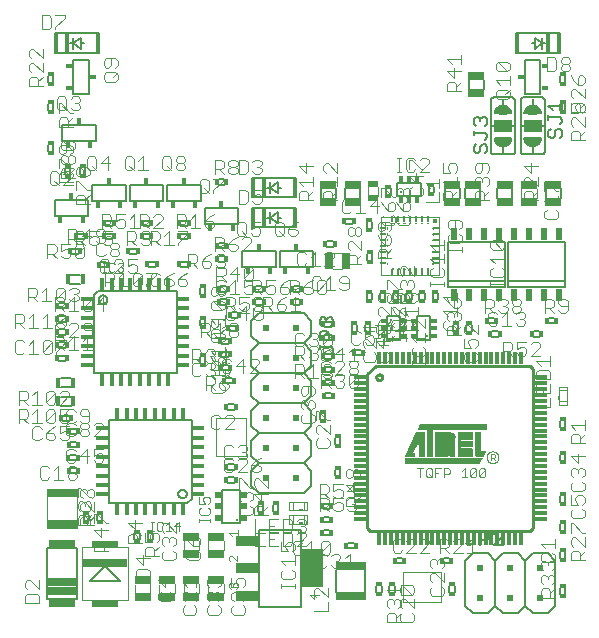
<source format=gto>
G04 EAGLE Gerber RS-274X export*
G75*
%MOMM*%
%FSLAX34Y34*%
%LPD*%
%INSilkscreen Top*%
%IPPOS*%
%AMOC8*
5,1,8,0,0,1.08239X$1,22.5*%
G01*
%ADD10C,0.152400*%
%ADD11R,0.300000X0.599900*%
%ADD12C,0.101600*%
%ADD13R,0.599900X0.300000*%
%ADD14R,0.406400X0.863600*%
%ADD15R,0.990600X0.457200*%
%ADD16R,0.457200X0.990600*%
%ADD17C,0.076200*%
%ADD18R,2.200000X0.550000*%
%ADD19R,3.810000X0.635000*%
%ADD20C,0.127000*%
%ADD21R,0.225000X0.400000*%
%ADD22R,0.225000X0.250000*%
%ADD23R,2.500000X0.700000*%
%ADD24C,0.100000*%
%ADD25R,1.450100X0.750100*%
%ADD26C,0.203200*%
%ADD27R,2.200000X0.650000*%
%ADD28R,2.450000X0.675000*%
%ADD29R,0.457200X0.584200*%
%ADD30R,1.400000X0.650000*%
%ADD31R,0.490200X1.100100*%
%ADD32R,0.950000X0.500100*%
%ADD33C,0.254000*%
%ADD34R,1.049900X0.300300*%
%ADD35R,1.049900X0.300100*%
%ADD36R,0.300300X1.049900*%
%ADD37R,0.300100X1.049900*%
%ADD38R,0.362500X1.800000*%
%ADD39R,0.362400X1.800000*%
%ADD40R,0.584200X0.457200*%
%ADD41R,0.400000X0.225000*%
%ADD42R,0.250000X0.225000*%
%ADD43R,1.524000X1.016000*%
%ADD44C,0.120000*%
%ADD45C,0.381000*%
%ADD46R,0.230000X0.515000*%
%ADD47R,0.515000X0.230000*%
%ADD48R,0.508000X0.508000*%
%ADD49R,0.750100X1.450100*%
%ADD50C,0.300000*%
%ADD51R,0.300000X0.500000*%
%ADD52R,0.500000X0.300000*%
%ADD53R,1.854200X3.200400*%
%ADD54R,1.854200X0.863600*%
%ADD55R,2.599900X0.750100*%
%ADD56C,0.200000*%
%ADD57R,0.600000X0.500000*%

G36*
X330983Y132501D02*
X330983Y132501D01*
X330992Y132500D01*
X331080Y132521D01*
X331170Y132539D01*
X331177Y132544D01*
X331185Y132546D01*
X331258Y132600D01*
X331334Y132652D01*
X331338Y132659D01*
X331345Y132664D01*
X331392Y132742D01*
X331441Y132819D01*
X331442Y132828D01*
X331447Y132835D01*
X331474Y132999D01*
X331474Y155500D01*
X376974Y155500D01*
X376982Y155501D01*
X376991Y155500D01*
X377079Y155521D01*
X377169Y155539D01*
X377176Y155544D01*
X377184Y155546D01*
X377257Y155600D01*
X377333Y155652D01*
X377337Y155659D01*
X377344Y155664D01*
X377391Y155742D01*
X377440Y155819D01*
X377441Y155828D01*
X377446Y155835D01*
X377473Y155999D01*
X377473Y160000D01*
X377472Y160008D01*
X377473Y160017D01*
X377452Y160105D01*
X377434Y160195D01*
X377429Y160202D01*
X377427Y160210D01*
X377373Y160283D01*
X377321Y160359D01*
X377314Y160363D01*
X377309Y160370D01*
X377231Y160417D01*
X377154Y160466D01*
X377145Y160467D01*
X377138Y160472D01*
X376974Y160499D01*
X320975Y160499D01*
X320884Y160481D01*
X320794Y160465D01*
X320787Y160461D01*
X320780Y160460D01*
X320704Y160407D01*
X320627Y160358D01*
X320622Y160351D01*
X320616Y160347D01*
X320597Y160317D01*
X320528Y160223D01*
X318529Y156222D01*
X318523Y156199D01*
X318510Y156179D01*
X318498Y156104D01*
X318478Y156030D01*
X318481Y156006D01*
X318477Y155982D01*
X318495Y155909D01*
X318505Y155833D01*
X318518Y155812D01*
X318523Y155789D01*
X318568Y155728D01*
X318607Y155663D01*
X318627Y155648D01*
X318641Y155629D01*
X318706Y155590D01*
X318768Y155545D01*
X318791Y155540D01*
X318812Y155527D01*
X318927Y155508D01*
X318961Y155500D01*
X318968Y155501D01*
X318976Y155500D01*
X326475Y155500D01*
X326475Y132999D01*
X326476Y132991D01*
X326475Y132982D01*
X326496Y132894D01*
X326514Y132804D01*
X326519Y132797D01*
X326521Y132789D01*
X326575Y132716D01*
X326627Y132640D01*
X326634Y132636D01*
X326639Y132629D01*
X326717Y132582D01*
X326794Y132533D01*
X326803Y132532D01*
X326810Y132527D01*
X326974Y132500D01*
X330975Y132500D01*
X330983Y132501D01*
G37*
G36*
X371066Y126519D02*
X371066Y126519D01*
X371156Y126535D01*
X371162Y126539D01*
X371170Y126540D01*
X371246Y126593D01*
X371323Y126642D01*
X371328Y126649D01*
X371334Y126653D01*
X371353Y126683D01*
X371422Y126777D01*
X373423Y130778D01*
X373428Y130799D01*
X373438Y130814D01*
X373439Y130816D01*
X373442Y130821D01*
X373454Y130896D01*
X373474Y130970D01*
X373471Y130994D01*
X373475Y131018D01*
X373457Y131091D01*
X373447Y131167D01*
X373435Y131187D01*
X373429Y131211D01*
X373384Y131272D01*
X373345Y131337D01*
X373325Y131352D01*
X373311Y131371D01*
X373246Y131410D01*
X373184Y131455D01*
X373161Y131460D01*
X373140Y131473D01*
X373026Y131492D01*
X372991Y131500D01*
X372984Y131499D01*
X372976Y131500D01*
X307975Y131500D01*
X307967Y131499D01*
X307958Y131500D01*
X307870Y131479D01*
X307780Y131461D01*
X307773Y131456D01*
X307765Y131454D01*
X307692Y131400D01*
X307616Y131348D01*
X307612Y131341D01*
X307605Y131336D01*
X307558Y131258D01*
X307509Y131181D01*
X307508Y131172D01*
X307503Y131165D01*
X307476Y131001D01*
X307476Y127000D01*
X307477Y126992D01*
X307476Y126983D01*
X307497Y126895D01*
X307515Y126805D01*
X307520Y126798D01*
X307522Y126790D01*
X307576Y126717D01*
X307628Y126641D01*
X307635Y126637D01*
X307640Y126630D01*
X307718Y126583D01*
X307795Y126534D01*
X307804Y126533D01*
X307811Y126528D01*
X307975Y126501D01*
X370975Y126501D01*
X371066Y126519D01*
G37*
G36*
X337983Y132501D02*
X337983Y132501D01*
X337992Y132500D01*
X338080Y132521D01*
X338170Y132539D01*
X338177Y132544D01*
X338185Y132546D01*
X338258Y132600D01*
X338334Y132652D01*
X338338Y132659D01*
X338345Y132664D01*
X338392Y132742D01*
X338441Y132819D01*
X338442Y132828D01*
X338447Y132835D01*
X338474Y132999D01*
X338474Y150501D01*
X339475Y150501D01*
X339475Y132999D01*
X339476Y132991D01*
X339475Y132982D01*
X339496Y132894D01*
X339514Y132804D01*
X339519Y132797D01*
X339521Y132789D01*
X339575Y132716D01*
X339627Y132640D01*
X339634Y132636D01*
X339639Y132629D01*
X339717Y132582D01*
X339794Y132533D01*
X339803Y132532D01*
X339810Y132527D01*
X339974Y132500D01*
X343974Y132500D01*
X343982Y132501D01*
X343991Y132500D01*
X344079Y132521D01*
X344169Y132539D01*
X344176Y132544D01*
X344184Y132546D01*
X344257Y132600D01*
X344333Y132652D01*
X344337Y132659D01*
X344344Y132664D01*
X344391Y132742D01*
X344440Y132819D01*
X344441Y132828D01*
X344446Y132835D01*
X344473Y132999D01*
X344473Y150501D01*
X345477Y150501D01*
X345477Y132999D01*
X345478Y132991D01*
X345477Y132982D01*
X345498Y132894D01*
X345516Y132804D01*
X345521Y132797D01*
X345523Y132789D01*
X345577Y132716D01*
X345629Y132640D01*
X345636Y132636D01*
X345641Y132629D01*
X345719Y132582D01*
X345796Y132533D01*
X345805Y132532D01*
X345812Y132527D01*
X345976Y132500D01*
X349974Y132500D01*
X349982Y132501D01*
X349991Y132500D01*
X350079Y132521D01*
X350169Y132539D01*
X350176Y132544D01*
X350184Y132546D01*
X350257Y132600D01*
X350333Y132652D01*
X350337Y132659D01*
X350344Y132664D01*
X350391Y132742D01*
X350440Y132819D01*
X350441Y132828D01*
X350446Y132835D01*
X350473Y132999D01*
X350473Y148999D01*
X350467Y149031D01*
X350469Y149063D01*
X350442Y149151D01*
X350434Y149194D01*
X350426Y149205D01*
X350421Y149222D01*
X349423Y151223D01*
X349410Y151240D01*
X349329Y151353D01*
X348328Y152354D01*
X348309Y152366D01*
X348198Y152448D01*
X346199Y153446D01*
X346168Y153454D01*
X346140Y153471D01*
X346050Y153486D01*
X346007Y153497D01*
X345993Y153495D01*
X345976Y153498D01*
X333974Y153498D01*
X333966Y153497D01*
X333957Y153498D01*
X333869Y153477D01*
X333779Y153459D01*
X333772Y153454D01*
X333764Y153452D01*
X333691Y153398D01*
X333615Y153346D01*
X333611Y153339D01*
X333604Y153334D01*
X333557Y153256D01*
X333508Y153179D01*
X333507Y153170D01*
X333502Y153163D01*
X333475Y152999D01*
X333475Y132999D01*
X333476Y132991D01*
X333475Y132982D01*
X333496Y132894D01*
X333514Y132804D01*
X333519Y132797D01*
X333521Y132789D01*
X333575Y132716D01*
X333627Y132640D01*
X333634Y132636D01*
X333639Y132629D01*
X333717Y132582D01*
X333794Y132533D01*
X333803Y132532D01*
X333810Y132527D01*
X333974Y132500D01*
X337975Y132500D01*
X337983Y132501D01*
G37*
G36*
X364983Y132501D02*
X364983Y132501D01*
X364992Y132500D01*
X365080Y132521D01*
X365170Y132539D01*
X365177Y132544D01*
X365185Y132546D01*
X365258Y132600D01*
X365334Y132652D01*
X365338Y132659D01*
X365345Y132664D01*
X365392Y132742D01*
X365441Y132819D01*
X365442Y132828D01*
X365447Y132835D01*
X365474Y132999D01*
X365474Y138999D01*
X365473Y139003D01*
X365474Y139007D01*
X365473Y139010D01*
X365474Y139016D01*
X365453Y139104D01*
X365435Y139194D01*
X365430Y139201D01*
X365428Y139209D01*
X365374Y139282D01*
X365322Y139358D01*
X365315Y139362D01*
X365310Y139369D01*
X365232Y139416D01*
X365155Y139465D01*
X365146Y139466D01*
X365139Y139471D01*
X364975Y139498D01*
X355474Y139498D01*
X355474Y140501D01*
X364975Y140501D01*
X364983Y140502D01*
X364992Y140501D01*
X365080Y140522D01*
X365170Y140540D01*
X365177Y140545D01*
X365185Y140547D01*
X365258Y140601D01*
X365334Y140653D01*
X365338Y140660D01*
X365345Y140665D01*
X365392Y140743D01*
X365441Y140820D01*
X365442Y140829D01*
X365447Y140836D01*
X365474Y141000D01*
X365474Y145001D01*
X365473Y145009D01*
X365474Y145018D01*
X365453Y145106D01*
X365435Y145196D01*
X365430Y145203D01*
X365428Y145211D01*
X365374Y145284D01*
X365322Y145360D01*
X365315Y145364D01*
X365310Y145371D01*
X365232Y145418D01*
X365155Y145467D01*
X365146Y145468D01*
X365139Y145473D01*
X364975Y145500D01*
X355474Y145500D01*
X355474Y146501D01*
X364975Y146501D01*
X364983Y146502D01*
X364992Y146501D01*
X365080Y146522D01*
X365170Y146540D01*
X365177Y146545D01*
X365185Y146547D01*
X365258Y146601D01*
X365334Y146653D01*
X365338Y146660D01*
X365345Y146665D01*
X365392Y146743D01*
X365441Y146820D01*
X365442Y146829D01*
X365447Y146836D01*
X365474Y147000D01*
X365474Y152999D01*
X365473Y153007D01*
X365474Y153016D01*
X365453Y153104D01*
X365435Y153194D01*
X365430Y153201D01*
X365428Y153209D01*
X365374Y153282D01*
X365322Y153358D01*
X365315Y153362D01*
X365310Y153369D01*
X365232Y153416D01*
X365155Y153465D01*
X365146Y153466D01*
X365139Y153471D01*
X364975Y153498D01*
X352976Y153498D01*
X352968Y153497D01*
X352959Y153498D01*
X352871Y153477D01*
X352781Y153459D01*
X352774Y153454D01*
X352766Y153452D01*
X352693Y153398D01*
X352617Y153346D01*
X352613Y153339D01*
X352606Y153334D01*
X352559Y153256D01*
X352510Y153179D01*
X352509Y153170D01*
X352504Y153163D01*
X352477Y152999D01*
X352477Y132999D01*
X352478Y132991D01*
X352477Y132982D01*
X352498Y132894D01*
X352516Y132804D01*
X352521Y132797D01*
X352523Y132789D01*
X352577Y132716D01*
X352629Y132640D01*
X352636Y132636D01*
X352641Y132629D01*
X352719Y132582D01*
X352796Y132533D01*
X352805Y132532D01*
X352812Y132527D01*
X352976Y132500D01*
X364975Y132500D01*
X364983Y132501D01*
G37*
G36*
X315984Y132501D02*
X315984Y132501D01*
X315993Y132500D01*
X316081Y132521D01*
X316171Y132539D01*
X316178Y132544D01*
X316186Y132546D01*
X316259Y132600D01*
X316335Y132652D01*
X316339Y132659D01*
X316346Y132664D01*
X316393Y132742D01*
X316442Y132819D01*
X316443Y132828D01*
X316448Y132835D01*
X316475Y132999D01*
X316475Y135001D01*
X316474Y135007D01*
X316475Y135013D01*
X316474Y135015D01*
X316475Y135018D01*
X316454Y135106D01*
X316436Y135196D01*
X316431Y135203D01*
X316429Y135211D01*
X316375Y135284D01*
X316323Y135360D01*
X316316Y135364D01*
X316311Y135371D01*
X316233Y135418D01*
X316156Y135467D01*
X316147Y135468D01*
X316140Y135473D01*
X315976Y135500D01*
X314782Y135500D01*
X319475Y144885D01*
X319475Y132999D01*
X319476Y132991D01*
X319475Y132982D01*
X319496Y132894D01*
X319514Y132804D01*
X319519Y132797D01*
X319521Y132789D01*
X319575Y132716D01*
X319627Y132640D01*
X319634Y132636D01*
X319639Y132629D01*
X319717Y132582D01*
X319794Y132533D01*
X319803Y132532D01*
X319810Y132527D01*
X319974Y132500D01*
X323974Y132500D01*
X323982Y132501D01*
X323991Y132500D01*
X324079Y132521D01*
X324169Y132539D01*
X324176Y132544D01*
X324184Y132546D01*
X324257Y132600D01*
X324333Y132652D01*
X324337Y132659D01*
X324344Y132664D01*
X324391Y132742D01*
X324440Y132819D01*
X324441Y132828D01*
X324446Y132835D01*
X324473Y132999D01*
X324473Y152999D01*
X324472Y153007D01*
X324473Y153016D01*
X324452Y153104D01*
X324434Y153194D01*
X324429Y153201D01*
X324427Y153209D01*
X324373Y153282D01*
X324321Y153358D01*
X324314Y153362D01*
X324309Y153369D01*
X324231Y153416D01*
X324154Y153465D01*
X324145Y153466D01*
X324138Y153471D01*
X323974Y153498D01*
X317975Y153498D01*
X317885Y153480D01*
X317794Y153464D01*
X317788Y153460D01*
X317780Y153459D01*
X317704Y153406D01*
X317627Y153357D01*
X317622Y153350D01*
X317616Y153346D01*
X317597Y153316D01*
X317528Y153222D01*
X307528Y133222D01*
X307522Y133199D01*
X307509Y133179D01*
X307497Y133104D01*
X307477Y133030D01*
X307480Y133006D01*
X307476Y132982D01*
X307494Y132909D01*
X307504Y132833D01*
X307516Y132813D01*
X307522Y132789D01*
X307567Y132728D01*
X307606Y132663D01*
X307626Y132648D01*
X307640Y132629D01*
X307705Y132590D01*
X307767Y132545D01*
X307790Y132540D01*
X307811Y132527D01*
X307925Y132508D01*
X307960Y132500D01*
X307967Y132501D01*
X307975Y132500D01*
X315976Y132500D01*
X315984Y132501D01*
G37*
G36*
X374064Y132518D02*
X374064Y132518D01*
X374155Y132534D01*
X374161Y132538D01*
X374169Y132539D01*
X374245Y132592D01*
X374322Y132641D01*
X374327Y132648D01*
X374333Y132652D01*
X374352Y132682D01*
X374420Y132776D01*
X376422Y136777D01*
X376428Y136797D01*
X376438Y136813D01*
X376439Y136815D01*
X376442Y136820D01*
X376455Y136895D01*
X376474Y136969D01*
X376471Y136993D01*
X376475Y137017D01*
X376457Y137090D01*
X376447Y137166D01*
X376435Y137186D01*
X376429Y137210D01*
X376384Y137271D01*
X376345Y137336D01*
X376325Y137351D01*
X376311Y137370D01*
X376246Y137409D01*
X376185Y137454D01*
X376161Y137459D01*
X376140Y137472D01*
X376026Y137491D01*
X375991Y137499D01*
X375984Y137498D01*
X375976Y137499D01*
X372474Y137499D01*
X372474Y152999D01*
X372473Y153007D01*
X372474Y153016D01*
X372453Y153104D01*
X372435Y153194D01*
X372430Y153201D01*
X372428Y153209D01*
X372374Y153282D01*
X372322Y153358D01*
X372315Y153362D01*
X372310Y153369D01*
X372232Y153416D01*
X372155Y153465D01*
X372146Y153466D01*
X372139Y153471D01*
X371975Y153498D01*
X367975Y153498D01*
X367967Y153497D01*
X367958Y153498D01*
X367870Y153477D01*
X367780Y153459D01*
X367773Y153454D01*
X367765Y153452D01*
X367692Y153398D01*
X367616Y153346D01*
X367612Y153339D01*
X367605Y153334D01*
X367558Y153256D01*
X367509Y153179D01*
X367508Y153170D01*
X367503Y153163D01*
X367476Y152999D01*
X367476Y132999D01*
X367477Y132991D01*
X367476Y132982D01*
X367497Y132894D01*
X367515Y132804D01*
X367520Y132797D01*
X367522Y132789D01*
X367576Y132716D01*
X367628Y132640D01*
X367635Y132636D01*
X367640Y132629D01*
X367718Y132582D01*
X367795Y132533D01*
X367804Y132532D01*
X367811Y132527D01*
X367975Y132500D01*
X373974Y132500D01*
X374064Y132518D01*
G37*
D10*
X19913Y235885D02*
X15013Y235885D01*
X15013Y240365D02*
X19913Y240365D01*
D11*
X21503Y238174D03*
X13375Y238174D03*
D12*
X-14660Y229328D02*
X-16609Y231277D01*
X-20507Y231277D01*
X-22455Y229328D01*
X-22455Y221532D01*
X-20507Y219583D01*
X-16609Y219583D01*
X-14660Y221532D01*
X-10762Y227379D02*
X-6864Y231277D01*
X-6864Y219583D01*
X-10762Y219583D02*
X-2966Y219583D01*
X932Y221532D02*
X932Y229328D01*
X2881Y231277D01*
X6779Y231277D01*
X8728Y229328D01*
X8728Y221532D01*
X6779Y219583D01*
X2881Y219583D01*
X932Y221532D01*
X8728Y229328D01*
X12626Y231277D02*
X20422Y231277D01*
X20422Y229328D01*
X12626Y221532D01*
X12626Y219583D01*
D10*
X138765Y216763D02*
X138765Y211863D01*
X134285Y211863D02*
X134285Y216763D01*
D13*
X136477Y218353D03*
X136477Y210225D03*
D12*
X145322Y193885D02*
X143373Y191936D01*
X143373Y188038D01*
X145322Y186089D01*
X153118Y186089D01*
X155067Y188038D01*
X155067Y191936D01*
X153118Y193885D01*
X147271Y197783D02*
X143373Y201680D01*
X155067Y201680D01*
X155067Y197783D02*
X155067Y205578D01*
X145322Y213374D02*
X143373Y217272D01*
X145322Y213374D02*
X149220Y209476D01*
X153118Y209476D01*
X155067Y211425D01*
X155067Y215323D01*
X153118Y217272D01*
X151169Y217272D01*
X149220Y215323D01*
X149220Y209476D01*
D10*
X80238Y304148D02*
X75338Y304148D01*
X75338Y308628D02*
X80238Y308628D01*
D11*
X81828Y306436D03*
X73700Y306436D03*
D12*
X57360Y297590D02*
X55411Y299539D01*
X51513Y299539D01*
X49564Y297590D01*
X49564Y289794D01*
X51513Y287846D01*
X55411Y287846D01*
X57360Y289794D01*
X61258Y287846D02*
X69053Y287846D01*
X61258Y287846D02*
X69053Y295641D01*
X69053Y297590D01*
X67104Y299539D01*
X63206Y299539D01*
X61258Y297590D01*
X72951Y299539D02*
X80747Y299539D01*
X72951Y299539D02*
X72951Y293692D01*
X76849Y295641D01*
X78798Y295641D01*
X80747Y293692D01*
X80747Y289794D01*
X78798Y287846D01*
X74900Y287846D01*
X72951Y289794D01*
D10*
X23088Y162860D02*
X18188Y162860D01*
X18188Y167340D02*
X23088Y167340D01*
D11*
X24678Y165149D03*
X16550Y165149D03*
D12*
X210Y156303D02*
X-1740Y158252D01*
X-5638Y158252D01*
X-7586Y156303D01*
X-7586Y148507D01*
X-5638Y146558D01*
X-1740Y146558D01*
X210Y148507D01*
X8005Y156303D02*
X11903Y158252D01*
X8005Y156303D02*
X4108Y152405D01*
X4108Y148507D01*
X6056Y146558D01*
X9954Y146558D01*
X11903Y148507D01*
X11903Y150456D01*
X9954Y152405D01*
X4108Y152405D01*
X15801Y158252D02*
X23597Y158252D01*
X15801Y158252D02*
X15801Y152405D01*
X19699Y154354D01*
X21648Y154354D01*
X23597Y152405D01*
X23597Y148507D01*
X21648Y146558D01*
X17750Y146558D01*
X15801Y148507D01*
D10*
X118200Y293035D02*
X123100Y293035D01*
X123100Y297515D02*
X118200Y297515D01*
D11*
X124690Y295324D03*
X116562Y295324D03*
D12*
X100222Y286478D02*
X98273Y288427D01*
X94375Y288427D01*
X92426Y286478D01*
X92426Y278682D01*
X94375Y276733D01*
X98273Y276733D01*
X100222Y278682D01*
X108018Y286478D02*
X111916Y288427D01*
X108018Y286478D02*
X104120Y282580D01*
X104120Y278682D01*
X106069Y276733D01*
X109967Y276733D01*
X111916Y278682D01*
X111916Y280631D01*
X109967Y282580D01*
X104120Y282580D01*
X119712Y286478D02*
X123610Y288427D01*
X119712Y286478D02*
X115814Y282580D01*
X115814Y278682D01*
X117763Y276733D01*
X121661Y276733D01*
X123610Y278682D01*
X123610Y280631D01*
X121661Y282580D01*
X115814Y282580D01*
D10*
X24958Y198823D02*
X16318Y198823D01*
X16318Y191703D02*
X24958Y191703D01*
D14*
X14288Y195263D03*
X26988Y195263D03*
D12*
X-19280Y188414D02*
X-19280Y176721D01*
X-19280Y188414D02*
X-13434Y188414D01*
X-11485Y186465D01*
X-11485Y182567D01*
X-13434Y180618D01*
X-19280Y180618D01*
X-15383Y180618D02*
X-11485Y176721D01*
X-7587Y184516D02*
X-3689Y188414D01*
X-3689Y176721D01*
X-7587Y176721D02*
X209Y176721D01*
X4107Y178669D02*
X4107Y186465D01*
X6056Y188414D01*
X9954Y188414D01*
X11903Y186465D01*
X11903Y178669D01*
X9954Y176721D01*
X6056Y176721D01*
X4107Y178669D01*
X11903Y186465D01*
X15801Y176721D02*
X23597Y176721D01*
X23597Y184516D02*
X15801Y176721D01*
X23597Y184516D02*
X23597Y186465D01*
X21648Y188414D01*
X17750Y188414D01*
X15801Y186465D01*
D10*
X24255Y286135D02*
X32895Y286135D01*
X32895Y279015D02*
X24255Y279015D01*
D14*
X22225Y282575D03*
X34925Y282575D03*
D12*
X-11343Y275727D02*
X-11343Y264033D01*
X-11343Y275727D02*
X-5496Y275727D01*
X-3547Y273778D01*
X-3547Y269880D01*
X-5496Y267931D01*
X-11343Y267931D01*
X-7445Y267931D02*
X-3547Y264033D01*
X351Y271829D02*
X4249Y275727D01*
X4249Y264033D01*
X351Y264033D02*
X8147Y264033D01*
X12045Y265982D02*
X12045Y273778D01*
X13994Y275727D01*
X17892Y275727D01*
X19841Y273778D01*
X19841Y265982D01*
X17892Y264033D01*
X13994Y264033D01*
X12045Y265982D01*
X19841Y273778D01*
X23739Y273778D02*
X25688Y275727D01*
X29586Y275727D01*
X31535Y273778D01*
X31535Y271829D01*
X29586Y269880D01*
X27637Y269880D01*
X29586Y269880D02*
X31535Y267931D01*
X31535Y265982D01*
X29586Y264033D01*
X25688Y264033D01*
X23739Y265982D01*
D10*
X19913Y251478D02*
X15013Y251478D01*
X15013Y246998D02*
X19913Y246998D01*
D11*
X13423Y249189D03*
X21551Y249189D03*
D12*
X11621Y256096D02*
X11621Y267789D01*
X17467Y267789D01*
X19416Y265840D01*
X19416Y261942D01*
X17467Y259993D01*
X11621Y259993D01*
X15518Y259993D02*
X19416Y256096D01*
X23314Y263891D02*
X27212Y267789D01*
X27212Y256096D01*
X23314Y256096D02*
X31110Y256096D01*
X35008Y258044D02*
X35008Y265840D01*
X36957Y267789D01*
X40855Y267789D01*
X42804Y265840D01*
X42804Y258044D01*
X40855Y256096D01*
X36957Y256096D01*
X35008Y258044D01*
X42804Y265840D01*
X52549Y267789D02*
X52549Y256096D01*
X46702Y261942D02*
X52549Y267789D01*
X54498Y261942D02*
X46702Y261942D01*
D10*
X24958Y182948D02*
X16318Y182948D01*
X16318Y175828D02*
X24958Y175828D01*
D14*
X14288Y179388D03*
X26988Y179388D03*
D12*
X-19280Y172539D02*
X-19280Y160846D01*
X-19280Y172539D02*
X-13434Y172539D01*
X-11485Y170590D01*
X-11485Y166692D01*
X-13434Y164743D01*
X-19280Y164743D01*
X-15383Y164743D02*
X-11485Y160846D01*
X-7587Y168641D02*
X-3689Y172539D01*
X-3689Y160846D01*
X-7587Y160846D02*
X209Y160846D01*
X4107Y162794D02*
X4107Y170590D01*
X6056Y172539D01*
X9954Y172539D01*
X11903Y170590D01*
X11903Y162794D01*
X9954Y160846D01*
X6056Y160846D01*
X4107Y162794D01*
X11903Y170590D01*
X15801Y172539D02*
X23597Y172539D01*
X15801Y172539D02*
X15801Y166692D01*
X19699Y168641D01*
X21648Y168641D01*
X23597Y166692D01*
X23597Y162794D01*
X21648Y160846D01*
X17750Y160846D01*
X15801Y162794D01*
D10*
X91213Y293035D02*
X96113Y293035D01*
X96113Y297515D02*
X91213Y297515D01*
D11*
X97703Y295324D03*
X89575Y295324D03*
D12*
X53745Y288427D02*
X53745Y276733D01*
X53745Y288427D02*
X59592Y288427D01*
X61541Y286478D01*
X61541Y282580D01*
X59592Y280631D01*
X53745Y280631D01*
X57643Y280631D02*
X61541Y276733D01*
X65439Y284529D02*
X69336Y288427D01*
X69336Y276733D01*
X65439Y276733D02*
X73234Y276733D01*
X77132Y278682D02*
X77132Y286478D01*
X79081Y288427D01*
X82979Y288427D01*
X84928Y286478D01*
X84928Y278682D01*
X82979Y276733D01*
X79081Y276733D01*
X77132Y278682D01*
X84928Y286478D01*
X88826Y288427D02*
X96622Y288427D01*
X96622Y286478D01*
X88826Y278682D01*
X88826Y276733D01*
D10*
X138765Y275500D02*
X138765Y270600D01*
X134285Y270600D02*
X134285Y275500D01*
D13*
X136477Y277090D03*
X136477Y268962D03*
D12*
X143373Y233132D02*
X155067Y233132D01*
X143373Y233132D02*
X143373Y238979D01*
X145322Y240928D01*
X149220Y240928D01*
X151169Y238979D01*
X151169Y233132D01*
X151169Y237030D02*
X155067Y240928D01*
X147271Y244826D02*
X143373Y248724D01*
X155067Y248724D01*
X155067Y244826D02*
X155067Y252622D01*
X153118Y256520D02*
X145322Y256520D01*
X143373Y258469D01*
X143373Y262367D01*
X145322Y264316D01*
X153118Y264316D01*
X155067Y262367D01*
X155067Y258469D01*
X153118Y256520D01*
X145322Y264316D01*
X145322Y268214D02*
X143373Y270163D01*
X143373Y274061D01*
X145322Y276010D01*
X147271Y276010D01*
X149220Y274061D01*
X151169Y276010D01*
X153118Y276010D01*
X155067Y274061D01*
X155067Y270163D01*
X153118Y268214D01*
X151169Y268214D01*
X149220Y270163D01*
X147271Y268214D01*
X145322Y268214D01*
X149220Y270163D02*
X149220Y274061D01*
D10*
X138765Y248513D02*
X138765Y243613D01*
X134285Y243613D02*
X134285Y248513D01*
D13*
X136477Y250103D03*
X136477Y241975D03*
D12*
X143373Y206145D02*
X155067Y206145D01*
X143373Y206145D02*
X143373Y211992D01*
X145322Y213941D01*
X149220Y213941D01*
X151169Y211992D01*
X151169Y206145D01*
X151169Y210043D02*
X155067Y213941D01*
X147271Y217839D02*
X143373Y221736D01*
X155067Y221736D01*
X155067Y217839D02*
X155067Y225634D01*
X153118Y229532D02*
X145322Y229532D01*
X143373Y231481D01*
X143373Y235379D01*
X145322Y237328D01*
X153118Y237328D01*
X155067Y235379D01*
X155067Y231481D01*
X153118Y229532D01*
X145322Y237328D01*
X153118Y241226D02*
X155067Y243175D01*
X155067Y247073D01*
X153118Y249022D01*
X145322Y249022D01*
X143373Y247073D01*
X143373Y243175D01*
X145322Y241226D01*
X147271Y241226D01*
X149220Y243175D01*
X149220Y249022D01*
D10*
X19913Y258110D02*
X15013Y258110D01*
X15013Y262590D02*
X19913Y262590D01*
D11*
X21503Y260399D03*
X13375Y260399D03*
D12*
X-22455Y253502D02*
X-22455Y241808D01*
X-22455Y253502D02*
X-16609Y253502D01*
X-14660Y251553D01*
X-14660Y247655D01*
X-16609Y245706D01*
X-22455Y245706D01*
X-18558Y245706D02*
X-14660Y241808D01*
X-10762Y249604D02*
X-6864Y253502D01*
X-6864Y241808D01*
X-10762Y241808D02*
X-2966Y241808D01*
X932Y249604D02*
X4830Y253502D01*
X4830Y241808D01*
X932Y241808D02*
X8728Y241808D01*
X12626Y243757D02*
X12626Y251553D01*
X14575Y253502D01*
X18473Y253502D01*
X20422Y251553D01*
X20422Y243757D01*
X18473Y241808D01*
X14575Y241808D01*
X12626Y243757D01*
X20422Y251553D01*
D10*
X24465Y372200D02*
X24465Y377100D01*
X19985Y377100D02*
X19985Y372200D01*
D13*
X22177Y378690D03*
X22177Y370562D03*
D12*
X29073Y346426D02*
X40767Y346426D01*
X29073Y346426D02*
X29073Y352273D01*
X31022Y354222D01*
X34920Y354222D01*
X36869Y352273D01*
X36869Y346426D01*
X36869Y350324D02*
X40767Y354222D01*
X29073Y358120D02*
X29073Y365916D01*
X31022Y365916D01*
X38818Y358120D01*
X40767Y358120D01*
X31022Y369814D02*
X29073Y371763D01*
X29073Y375661D01*
X31022Y377610D01*
X32971Y377610D01*
X34920Y375661D01*
X36869Y377610D01*
X38818Y377610D01*
X40767Y375661D01*
X40767Y371763D01*
X38818Y369814D01*
X36869Y369814D01*
X34920Y371763D01*
X32971Y369814D01*
X31022Y369814D01*
X34920Y371763D02*
X34920Y375661D01*
D10*
X10178Y391250D02*
X10178Y396150D01*
X5698Y396150D02*
X5698Y391250D01*
D13*
X7889Y397740D03*
X7889Y389612D03*
D12*
X14786Y365476D02*
X26480Y365476D01*
X14786Y365476D02*
X14786Y371323D01*
X16735Y373272D01*
X20633Y373272D01*
X22582Y371323D01*
X22582Y365476D01*
X22582Y369374D02*
X26480Y373272D01*
X14786Y377170D02*
X14786Y384966D01*
X16735Y384966D01*
X24531Y377170D01*
X26480Y377170D01*
X24531Y388864D02*
X26480Y390813D01*
X26480Y394711D01*
X24531Y396660D01*
X16735Y396660D01*
X14786Y394711D01*
X14786Y390813D01*
X16735Y388864D01*
X18684Y388864D01*
X20633Y390813D01*
X20633Y396660D01*
D10*
X32685Y377100D02*
X32685Y372200D01*
X37165Y372200D02*
X37165Y377100D01*
D13*
X34974Y370610D03*
X34974Y378738D03*
D12*
X28067Y368808D02*
X16373Y368808D01*
X16373Y374655D01*
X18322Y376604D01*
X22220Y376604D01*
X24169Y374655D01*
X24169Y368808D01*
X24169Y372706D02*
X28067Y376604D01*
X18322Y380502D02*
X16373Y382451D01*
X16373Y386349D01*
X18322Y388298D01*
X20271Y388298D01*
X22220Y386349D01*
X24169Y388298D01*
X26118Y388298D01*
X28067Y386349D01*
X28067Y382451D01*
X26118Y380502D01*
X24169Y380502D01*
X22220Y382451D01*
X20271Y380502D01*
X18322Y380502D01*
X22220Y382451D02*
X22220Y386349D01*
X26118Y392196D02*
X18322Y392196D01*
X16373Y394145D01*
X16373Y398043D01*
X18322Y399992D01*
X26118Y399992D01*
X28067Y398043D01*
X28067Y394145D01*
X26118Y392196D01*
X18322Y399992D01*
D10*
X114425Y273175D02*
X114425Y203075D01*
X44325Y203075D01*
X44325Y269625D01*
X47875Y273175D02*
X114425Y273175D01*
X47875Y273175D02*
X44325Y269625D01*
X48351Y265557D02*
X48353Y265676D01*
X48359Y265796D01*
X48369Y265915D01*
X48383Y266033D01*
X48401Y266151D01*
X48422Y266269D01*
X48448Y266385D01*
X48477Y266501D01*
X48511Y266616D01*
X48548Y266729D01*
X48589Y266841D01*
X48633Y266952D01*
X48681Y267062D01*
X48733Y267169D01*
X48788Y267275D01*
X48847Y267379D01*
X48910Y267481D01*
X48975Y267580D01*
X49044Y267678D01*
X49116Y267773D01*
X49191Y267866D01*
X49270Y267956D01*
X49351Y268044D01*
X49435Y268128D01*
X49522Y268210D01*
X49611Y268289D01*
X49703Y268365D01*
X49798Y268438D01*
X49895Y268508D01*
X49994Y268574D01*
X50096Y268637D01*
X50199Y268697D01*
X50304Y268753D01*
X50411Y268806D01*
X50520Y268855D01*
X50631Y268901D01*
X50743Y268942D01*
X50856Y268980D01*
X50970Y269015D01*
X51086Y269045D01*
X51202Y269072D01*
X51319Y269094D01*
X51437Y269113D01*
X51556Y269128D01*
X51675Y269139D01*
X51794Y269146D01*
X51913Y269149D01*
X52033Y269148D01*
X52152Y269143D01*
X52271Y269134D01*
X52390Y269121D01*
X52508Y269104D01*
X52625Y269084D01*
X52742Y269059D01*
X52858Y269030D01*
X52973Y268998D01*
X53087Y268962D01*
X53200Y268922D01*
X53311Y268878D01*
X53420Y268831D01*
X53528Y268780D01*
X53635Y268726D01*
X53739Y268668D01*
X53841Y268606D01*
X53942Y268542D01*
X54040Y268473D01*
X54136Y268402D01*
X54229Y268328D01*
X54320Y268250D01*
X54408Y268170D01*
X54493Y268086D01*
X54576Y268000D01*
X54656Y267911D01*
X54733Y267820D01*
X54806Y267726D01*
X54877Y267629D01*
X54944Y267531D01*
X55008Y267430D01*
X55069Y267327D01*
X55126Y267222D01*
X55179Y267116D01*
X55229Y267007D01*
X55276Y266897D01*
X55318Y266786D01*
X55357Y266673D01*
X55393Y266559D01*
X55424Y266443D01*
X55451Y266327D01*
X55475Y266210D01*
X55495Y266092D01*
X55511Y265974D01*
X55523Y265855D01*
X55531Y265736D01*
X55535Y265617D01*
X55535Y265497D01*
X55531Y265378D01*
X55523Y265259D01*
X55511Y265140D01*
X55495Y265022D01*
X55475Y264904D01*
X55451Y264787D01*
X55424Y264671D01*
X55393Y264555D01*
X55357Y264441D01*
X55318Y264328D01*
X55276Y264217D01*
X55229Y264107D01*
X55179Y263998D01*
X55126Y263892D01*
X55069Y263787D01*
X55008Y263684D01*
X54944Y263583D01*
X54877Y263485D01*
X54806Y263388D01*
X54733Y263294D01*
X54656Y263203D01*
X54576Y263114D01*
X54493Y263028D01*
X54408Y262944D01*
X54320Y262864D01*
X54229Y262786D01*
X54136Y262712D01*
X54040Y262641D01*
X53942Y262572D01*
X53841Y262508D01*
X53739Y262446D01*
X53635Y262388D01*
X53528Y262334D01*
X53420Y262283D01*
X53311Y262236D01*
X53200Y262192D01*
X53087Y262152D01*
X52973Y262116D01*
X52858Y262084D01*
X52742Y262055D01*
X52625Y262030D01*
X52508Y262010D01*
X52390Y261993D01*
X52271Y261980D01*
X52152Y261971D01*
X52033Y261966D01*
X51913Y261965D01*
X51794Y261968D01*
X51675Y261975D01*
X51556Y261986D01*
X51437Y262001D01*
X51319Y262020D01*
X51202Y262042D01*
X51086Y262069D01*
X50970Y262099D01*
X50856Y262134D01*
X50743Y262172D01*
X50631Y262213D01*
X50520Y262259D01*
X50411Y262308D01*
X50304Y262361D01*
X50199Y262417D01*
X50096Y262477D01*
X49994Y262540D01*
X49895Y262606D01*
X49798Y262676D01*
X49703Y262749D01*
X49611Y262825D01*
X49522Y262904D01*
X49435Y262986D01*
X49351Y263070D01*
X49270Y263158D01*
X49191Y263248D01*
X49116Y263341D01*
X49044Y263436D01*
X48975Y263534D01*
X48910Y263633D01*
X48847Y263735D01*
X48788Y263839D01*
X48733Y263945D01*
X48681Y264052D01*
X48633Y264162D01*
X48589Y264273D01*
X48548Y264385D01*
X48511Y264498D01*
X48477Y264613D01*
X48448Y264729D01*
X48422Y264845D01*
X48401Y264963D01*
X48383Y265081D01*
X48369Y265199D01*
X48359Y265318D01*
X48353Y265438D01*
X48351Y265557D01*
D15*
X38862Y266125D03*
X38862Y258125D03*
X38862Y250125D03*
X38862Y242125D03*
X38862Y234125D03*
X38862Y226125D03*
X38862Y218125D03*
X38862Y210125D03*
D16*
X51375Y197612D03*
X59375Y197612D03*
X67375Y197612D03*
X75375Y197612D03*
X83375Y197612D03*
X91375Y197612D03*
X99375Y197612D03*
X107375Y197612D03*
D15*
X119888Y210125D03*
X119888Y218125D03*
X119888Y226125D03*
X119888Y234125D03*
X119888Y242125D03*
X119888Y250125D03*
X119888Y258125D03*
X119888Y266125D03*
D16*
X107375Y278638D03*
X99375Y278638D03*
X91375Y278638D03*
X83375Y278638D03*
X75375Y278638D03*
X67375Y278638D03*
X59375Y278638D03*
X51375Y278638D03*
D17*
X52070Y289306D02*
X54527Y289306D01*
X53299Y289306D02*
X53299Y296678D01*
X54527Y296678D02*
X52070Y296678D01*
X60746Y296678D02*
X61974Y295450D01*
X60746Y296678D02*
X58288Y296678D01*
X57059Y295450D01*
X57059Y290535D01*
X58288Y289306D01*
X60746Y289306D01*
X61974Y290535D01*
X64544Y295450D02*
X65772Y296678D01*
X68230Y296678D01*
X69458Y295450D01*
X69458Y294221D01*
X68230Y292992D01*
X67001Y292992D01*
X68230Y292992D02*
X69458Y291763D01*
X69458Y290535D01*
X68230Y289306D01*
X65772Y289306D01*
X64544Y290535D01*
D10*
X157888Y172385D02*
X162788Y172385D01*
X162788Y176865D02*
X157888Y176865D01*
D11*
X164378Y174674D03*
X156250Y174674D03*
D12*
X149655Y167777D02*
X151604Y165828D01*
X149655Y167777D02*
X145757Y167777D01*
X143808Y165828D01*
X143808Y158032D01*
X145757Y156083D01*
X149655Y156083D01*
X151604Y158032D01*
X155502Y156083D02*
X163297Y156083D01*
X155502Y156083D02*
X163297Y163879D01*
X163297Y165828D01*
X161348Y167777D01*
X157450Y167777D01*
X155502Y165828D01*
D10*
X157888Y126065D02*
X162788Y126065D01*
X162788Y121585D02*
X157888Y121585D01*
D11*
X156298Y123777D03*
X164426Y123777D03*
D12*
X162291Y140428D02*
X160342Y142377D01*
X156444Y142377D01*
X154496Y140428D01*
X154496Y132632D01*
X156444Y130683D01*
X160342Y130683D01*
X162291Y132632D01*
X166189Y140428D02*
X168138Y142377D01*
X172036Y142377D01*
X173985Y140428D01*
X173985Y138479D01*
X172036Y136530D01*
X170087Y136530D01*
X172036Y136530D02*
X173985Y134581D01*
X173985Y132632D01*
X172036Y130683D01*
X168138Y130683D01*
X166189Y132632D01*
D10*
X162788Y114953D02*
X157888Y114953D01*
X157888Y110473D02*
X162788Y110473D01*
D11*
X156298Y112664D03*
X164426Y112664D03*
D12*
X162291Y129315D02*
X160342Y131264D01*
X156444Y131264D01*
X154496Y129315D01*
X154496Y121519D01*
X156444Y119571D01*
X160342Y119571D01*
X162291Y121519D01*
X166189Y119571D02*
X173985Y119571D01*
X173985Y127366D02*
X166189Y119571D01*
X173985Y127366D02*
X173985Y129315D01*
X172036Y131264D01*
X168138Y131264D01*
X166189Y129315D01*
X181781Y129315D02*
X185679Y131264D01*
X181781Y129315D02*
X177883Y125417D01*
X177883Y121519D01*
X179832Y119571D01*
X183730Y119571D01*
X185679Y121519D01*
X185679Y123468D01*
X183730Y125417D01*
X177883Y125417D01*
D10*
X19913Y218140D02*
X15013Y218140D01*
X15013Y213660D02*
X19913Y213660D01*
D11*
X13423Y215852D03*
X21551Y215852D03*
D12*
X11621Y222758D02*
X11621Y234452D01*
X17467Y234452D01*
X19416Y232503D01*
X19416Y228605D01*
X17467Y226656D01*
X11621Y226656D01*
X15518Y226656D02*
X19416Y222758D01*
X23314Y230554D02*
X27212Y234452D01*
X27212Y222758D01*
X23314Y222758D02*
X31110Y222758D01*
X35008Y230554D02*
X38906Y234452D01*
X38906Y222758D01*
X35008Y222758D02*
X42804Y222758D01*
D10*
X29438Y145115D02*
X24538Y145115D01*
X24538Y140635D02*
X29438Y140635D01*
D11*
X22948Y142827D03*
X31076Y142827D03*
D12*
X28941Y159478D02*
X26992Y161427D01*
X23094Y161427D01*
X21146Y159478D01*
X21146Y151682D01*
X23094Y149733D01*
X26992Y149733D01*
X28941Y151682D01*
X32839Y159478D02*
X34788Y161427D01*
X38686Y161427D01*
X40635Y159478D01*
X40635Y157529D01*
X38686Y155580D01*
X40635Y153631D01*
X40635Y151682D01*
X38686Y149733D01*
X34788Y149733D01*
X32839Y151682D01*
X32839Y153631D01*
X34788Y155580D01*
X32839Y157529D01*
X32839Y159478D01*
X34788Y155580D02*
X38686Y155580D01*
X44533Y149733D02*
X52329Y149733D01*
X44533Y149733D02*
X52329Y157529D01*
X52329Y159478D01*
X50380Y161427D01*
X46482Y161427D01*
X44533Y159478D01*
D10*
X29438Y122890D02*
X24538Y122890D01*
X24538Y118410D02*
X29438Y118410D01*
D11*
X22948Y120602D03*
X31076Y120602D03*
D12*
X28941Y137253D02*
X26992Y139202D01*
X23094Y139202D01*
X21146Y137253D01*
X21146Y129457D01*
X23094Y127508D01*
X26992Y127508D01*
X28941Y129457D01*
X38686Y127508D02*
X38686Y139202D01*
X32839Y133355D01*
X40635Y133355D01*
X44533Y139202D02*
X52329Y139202D01*
X44533Y139202D02*
X44533Y133355D01*
X48431Y135304D01*
X50380Y135304D01*
X52329Y133355D01*
X52329Y129457D01*
X50380Y127508D01*
X46482Y127508D01*
X44533Y129457D01*
D10*
X29438Y129523D02*
X24538Y129523D01*
X24538Y134003D02*
X29438Y134003D01*
D11*
X31028Y131811D03*
X22900Y131811D03*
D12*
X6560Y122965D02*
X4611Y124914D01*
X713Y124914D01*
X-1236Y122965D01*
X-1236Y115169D01*
X713Y113221D01*
X4611Y113221D01*
X6560Y115169D01*
X10458Y121016D02*
X14355Y124914D01*
X14355Y113221D01*
X10458Y113221D02*
X18253Y113221D01*
X22151Y122965D02*
X24100Y124914D01*
X27998Y124914D01*
X29947Y122965D01*
X29947Y121016D01*
X27998Y119067D01*
X29947Y117118D01*
X29947Y115169D01*
X27998Y113221D01*
X24100Y113221D01*
X22151Y115169D01*
X22151Y117118D01*
X24100Y119067D01*
X22151Y121016D01*
X22151Y122965D01*
X24100Y119067D02*
X27998Y119067D01*
D10*
X300763Y46690D02*
X305663Y46690D01*
X305663Y42210D02*
X300763Y42210D01*
D11*
X299173Y44402D03*
X307301Y44402D03*
D12*
X305166Y61053D02*
X303217Y63002D01*
X299319Y63002D01*
X297371Y61053D01*
X297371Y53257D01*
X299319Y51308D01*
X303217Y51308D01*
X305166Y53257D01*
X309064Y51308D02*
X316860Y51308D01*
X309064Y51308D02*
X316860Y59104D01*
X316860Y61053D01*
X314911Y63002D01*
X311013Y63002D01*
X309064Y61053D01*
X320758Y51308D02*
X328554Y51308D01*
X320758Y51308D02*
X328554Y59104D01*
X328554Y61053D01*
X326605Y63002D01*
X322707Y63002D01*
X320758Y61053D01*
X73175Y10938D02*
X34775Y10938D01*
X34775Y55738D01*
X73175Y55738D01*
X73175Y10938D01*
D18*
X53975Y58588D03*
X53975Y8088D03*
D19*
X53975Y42863D03*
D20*
X53975Y39688D02*
X41275Y26988D01*
X66675Y26988D01*
X53975Y39688D01*
D12*
X79873Y29508D02*
X91567Y29508D01*
X91567Y35355D01*
X89618Y37304D01*
X81822Y37304D01*
X79873Y35355D01*
X79873Y29508D01*
X79873Y47048D02*
X91567Y47048D01*
X85720Y41202D02*
X79873Y47048D01*
X85720Y48997D02*
X85720Y41202D01*
D10*
X443565Y157888D02*
X443565Y162788D01*
X439085Y162788D02*
X439085Y157888D01*
D13*
X441277Y164378D03*
X441277Y156250D03*
D12*
X448173Y143808D02*
X459867Y143808D01*
X448173Y143808D02*
X448173Y149655D01*
X450122Y151604D01*
X454020Y151604D01*
X455969Y149655D01*
X455969Y143808D01*
X455969Y147706D02*
X459867Y151604D01*
X452071Y155502D02*
X448173Y159399D01*
X459867Y159399D01*
X459867Y155502D02*
X459867Y163297D01*
X437825Y176650D02*
X437825Y191650D01*
X444825Y191650D01*
X444825Y176650D01*
X437825Y176650D01*
X438325Y179650D02*
X444325Y179650D01*
X444325Y188650D02*
X438325Y188650D01*
X437825Y186150D02*
X437825Y182150D01*
X444825Y182150D02*
X444825Y186150D01*
D21*
X438450Y182150D03*
D22*
X438450Y182900D03*
D12*
X430817Y174658D02*
X419123Y174658D01*
X430817Y174658D02*
X430817Y182454D01*
X419123Y186352D02*
X419123Y194148D01*
X419123Y186352D02*
X430817Y186352D01*
X430817Y194148D01*
X424970Y190250D02*
X424970Y186352D01*
X419123Y198046D02*
X430817Y198046D01*
X430817Y203893D01*
X428868Y205842D01*
X421072Y205842D01*
X419123Y203893D01*
X419123Y198046D01*
X423021Y209740D02*
X419123Y213638D01*
X430817Y213638D01*
X430817Y209740D02*
X430817Y217536D01*
X29963Y105400D02*
X29963Y72400D01*
X4963Y72400D01*
X4963Y105400D01*
X29963Y105400D01*
D23*
X17463Y101900D03*
X17463Y75900D03*
D12*
X32961Y74326D02*
X44655Y74326D01*
X32961Y74326D02*
X32961Y80173D01*
X34910Y82122D01*
X38808Y82122D01*
X40757Y80173D01*
X40757Y74326D01*
X40757Y78224D02*
X44655Y82122D01*
X44655Y86020D02*
X44655Y93816D01*
X44655Y86020D02*
X36859Y93816D01*
X34910Y93816D01*
X32961Y91867D01*
X32961Y87969D01*
X34910Y86020D01*
X34910Y97714D02*
X32961Y99663D01*
X32961Y103561D01*
X34910Y105510D01*
X36859Y105510D01*
X38808Y103561D01*
X38808Y101612D01*
X38808Y103561D02*
X40757Y105510D01*
X42706Y105510D01*
X44655Y103561D01*
X44655Y99663D01*
X42706Y97714D01*
D10*
X49938Y297515D02*
X54838Y297515D01*
X54838Y293035D02*
X49938Y293035D01*
D11*
X48348Y295227D03*
X56476Y295227D03*
D12*
X54341Y311878D02*
X52392Y313827D01*
X48494Y313827D01*
X46546Y311878D01*
X46546Y304082D01*
X48494Y302133D01*
X52392Y302133D01*
X54341Y304082D01*
X58239Y311878D02*
X60188Y313827D01*
X64086Y313827D01*
X66035Y311878D01*
X66035Y309929D01*
X64086Y307980D01*
X66035Y306031D01*
X66035Y304082D01*
X64086Y302133D01*
X60188Y302133D01*
X58239Y304082D01*
X58239Y306031D01*
X60188Y307980D01*
X58239Y309929D01*
X58239Y311878D01*
X60188Y307980D02*
X64086Y307980D01*
D10*
X29438Y156228D02*
X24538Y156228D01*
X24538Y151748D02*
X29438Y151748D01*
D11*
X22948Y153939D03*
X31076Y153939D03*
D12*
X28941Y170590D02*
X26992Y172539D01*
X23094Y172539D01*
X21146Y170590D01*
X21146Y162794D01*
X23094Y160846D01*
X26992Y160846D01*
X28941Y162794D01*
X32839Y162794D02*
X34788Y160846D01*
X38686Y160846D01*
X40635Y162794D01*
X40635Y170590D01*
X38686Y172539D01*
X34788Y172539D01*
X32839Y170590D01*
X32839Y168641D01*
X34788Y166692D01*
X40635Y166692D01*
D24*
X172838Y165225D02*
X172838Y133225D01*
X147838Y133225D02*
X147838Y165225D01*
X172838Y165225D01*
X172838Y133225D02*
X147838Y133225D01*
D12*
X92325Y24448D02*
X92325Y16828D01*
X79125Y16828D02*
X79125Y24198D01*
D25*
X85737Y27809D03*
X85737Y13331D03*
D12*
X98923Y16305D02*
X100872Y18254D01*
X98923Y16305D02*
X98923Y12407D01*
X100872Y10458D01*
X108668Y10458D01*
X110617Y12407D01*
X110617Y16305D01*
X108668Y18254D01*
X110617Y27998D02*
X98923Y27998D01*
X104770Y22152D01*
X104770Y29947D01*
X141038Y53340D02*
X141038Y60960D01*
X154238Y60960D02*
X154238Y53590D01*
D25*
X147626Y49979D03*
X147626Y64457D03*
D12*
X124685Y52754D02*
X122736Y50805D01*
X122736Y46907D01*
X124685Y44958D01*
X132481Y44958D01*
X134430Y46907D01*
X134430Y50805D01*
X132481Y52754D01*
X124685Y60550D02*
X122736Y64448D01*
X124685Y60550D02*
X128583Y56652D01*
X132481Y56652D01*
X134430Y58601D01*
X134430Y62499D01*
X132481Y64448D01*
X130532Y64448D01*
X128583Y62499D01*
X128583Y56652D01*
D26*
X4463Y54838D02*
X4463Y11838D01*
X4463Y54838D02*
X30463Y54838D01*
X30463Y11838D01*
X4463Y11838D01*
X4463Y22988D02*
X4463Y43588D01*
X30463Y43588D02*
X30463Y22988D01*
D27*
X17463Y8338D03*
X17463Y58338D03*
D28*
X17463Y26063D03*
X17463Y19213D03*
D12*
X-2096Y8446D02*
X-13789Y8446D01*
X-2096Y8446D02*
X-2096Y14292D01*
X-4044Y16241D01*
X-11840Y16241D01*
X-13789Y14292D01*
X-13789Y8446D01*
X-2096Y20139D02*
X-2096Y27935D01*
X-9891Y27935D02*
X-2096Y20139D01*
X-9891Y27935D02*
X-11840Y27935D01*
X-13789Y25986D01*
X-13789Y22088D01*
X-11840Y20139D01*
D10*
X45974Y399796D02*
X45974Y413004D01*
X45974Y399796D02*
X17526Y399796D01*
X17526Y413004D01*
X45974Y413004D01*
D29*
X31750Y416433D03*
X41148Y396367D03*
X22352Y396367D03*
D12*
X13208Y427907D02*
X13208Y435703D01*
X15157Y437652D01*
X19055Y437652D01*
X21004Y435703D01*
X21004Y427907D01*
X19055Y425958D01*
X15157Y425958D01*
X13208Y427907D01*
X17106Y429856D02*
X21004Y425958D01*
X24902Y435703D02*
X26851Y437652D01*
X30749Y437652D01*
X32698Y435703D01*
X32698Y433754D01*
X30749Y431805D01*
X28800Y431805D01*
X30749Y431805D02*
X32698Y429856D01*
X32698Y427907D01*
X30749Y425958D01*
X26851Y425958D01*
X24902Y427907D01*
D10*
X153125Y205723D02*
X158025Y205723D01*
X158025Y210203D02*
X153125Y210203D01*
D11*
X159615Y208011D03*
X151487Y208011D03*
D12*
X139045Y201114D02*
X139045Y189421D01*
X139045Y201114D02*
X144892Y201114D01*
X146841Y199165D01*
X146841Y195267D01*
X144892Y193318D01*
X139045Y193318D01*
X142943Y193318D02*
X146841Y189421D01*
X154637Y199165D02*
X158535Y201114D01*
X154637Y199165D02*
X150739Y195267D01*
X150739Y191369D01*
X152688Y189421D01*
X156586Y189421D01*
X158535Y191369D01*
X158535Y193318D01*
X156586Y195267D01*
X150739Y195267D01*
D10*
X240438Y215248D02*
X245338Y215248D01*
X245338Y219728D02*
X240438Y219728D01*
D11*
X246928Y217536D03*
X238800Y217536D03*
D12*
X214664Y210639D02*
X214664Y198946D01*
X214664Y210639D02*
X220511Y210639D01*
X222460Y208690D01*
X222460Y204792D01*
X220511Y202843D01*
X214664Y202843D01*
X218562Y202843D02*
X222460Y198946D01*
X226358Y206741D02*
X230255Y210639D01*
X230255Y198946D01*
X226358Y198946D02*
X234153Y198946D01*
X238051Y208690D02*
X240000Y210639D01*
X243898Y210639D01*
X245847Y208690D01*
X245847Y206741D01*
X243898Y204792D01*
X241949Y204792D01*
X243898Y204792D02*
X245847Y202843D01*
X245847Y200894D01*
X243898Y198946D01*
X240000Y198946D01*
X238051Y200894D01*
D10*
X165963Y250173D02*
X161063Y250173D01*
X161063Y254653D02*
X165963Y254653D01*
D11*
X167553Y252461D03*
X159425Y252461D03*
D12*
X135289Y245564D02*
X135289Y233871D01*
X135289Y245564D02*
X141136Y245564D01*
X143085Y243615D01*
X143085Y239717D01*
X141136Y237768D01*
X135289Y237768D01*
X139187Y237768D02*
X143085Y233871D01*
X146983Y241666D02*
X150880Y245564D01*
X150880Y233871D01*
X146983Y233871D02*
X154778Y233871D01*
X158676Y243615D02*
X160625Y245564D01*
X164523Y245564D01*
X166472Y243615D01*
X166472Y241666D01*
X164523Y239717D01*
X166472Y237768D01*
X166472Y235819D01*
X164523Y233871D01*
X160625Y233871D01*
X158676Y235819D01*
X158676Y237768D01*
X160625Y239717D01*
X158676Y241666D01*
X158676Y243615D01*
X160625Y239717D02*
X164523Y239717D01*
D10*
X240438Y186390D02*
X245338Y186390D01*
X245338Y181910D02*
X240438Y181910D01*
D11*
X238848Y184102D03*
X246976Y184102D03*
D12*
X237046Y191008D02*
X237046Y202702D01*
X242892Y202702D01*
X244841Y200753D01*
X244841Y196855D01*
X242892Y194906D01*
X237046Y194906D01*
X240943Y194906D02*
X244841Y191008D01*
X248739Y200753D02*
X250688Y202702D01*
X254586Y202702D01*
X256535Y200753D01*
X256535Y198804D01*
X254586Y196855D01*
X252637Y196855D01*
X254586Y196855D02*
X256535Y194906D01*
X256535Y192957D01*
X254586Y191008D01*
X250688Y191008D01*
X248739Y192957D01*
X260433Y192957D02*
X260433Y200753D01*
X262382Y202702D01*
X266280Y202702D01*
X268229Y200753D01*
X268229Y192957D01*
X266280Y191008D01*
X262382Y191008D01*
X260433Y192957D01*
X268229Y200753D01*
D10*
X245338Y197503D02*
X240438Y197503D01*
X240438Y193023D02*
X245338Y193023D01*
D11*
X238848Y195214D03*
X246976Y195214D03*
D12*
X244841Y211865D02*
X242892Y213814D01*
X238994Y213814D01*
X237046Y211865D01*
X237046Y204069D01*
X238994Y202121D01*
X242892Y202121D01*
X244841Y204069D01*
X248739Y202121D02*
X256535Y202121D01*
X256535Y209916D02*
X248739Y202121D01*
X256535Y209916D02*
X256535Y211865D01*
X254586Y213814D01*
X250688Y213814D01*
X248739Y211865D01*
X260433Y211865D02*
X262382Y213814D01*
X266280Y213814D01*
X268229Y211865D01*
X268229Y209916D01*
X266280Y207967D01*
X268229Y206018D01*
X268229Y204069D01*
X266280Y202121D01*
X262382Y202121D01*
X260433Y204069D01*
X260433Y206018D01*
X262382Y207967D01*
X260433Y209916D01*
X260433Y211865D01*
X262382Y207967D02*
X266280Y207967D01*
D10*
X245338Y242235D02*
X240438Y242235D01*
X240438Y246715D02*
X245338Y246715D01*
D11*
X246928Y244524D03*
X238800Y244524D03*
D12*
X222460Y235678D02*
X220511Y237627D01*
X216613Y237627D01*
X214664Y235678D01*
X214664Y227882D01*
X216613Y225933D01*
X220511Y225933D01*
X222460Y227882D01*
X226358Y235678D02*
X228306Y237627D01*
X232204Y237627D01*
X234153Y235678D01*
X234153Y233729D01*
X232204Y231780D01*
X230255Y231780D01*
X232204Y231780D02*
X234153Y229831D01*
X234153Y227882D01*
X232204Y225933D01*
X228306Y225933D01*
X226358Y227882D01*
X238051Y227882D02*
X238051Y235678D01*
X240000Y237627D01*
X243898Y237627D01*
X245847Y235678D01*
X245847Y227882D01*
X243898Y225933D01*
X240000Y225933D01*
X238051Y227882D01*
X245847Y235678D01*
D10*
X158025Y216835D02*
X153125Y216835D01*
X153125Y221315D02*
X158025Y221315D01*
D11*
X159615Y219124D03*
X151487Y219124D03*
D12*
X135147Y210278D02*
X133198Y212227D01*
X129300Y212227D01*
X127351Y210278D01*
X127351Y202482D01*
X129300Y200533D01*
X133198Y200533D01*
X135147Y202482D01*
X139045Y210278D02*
X140994Y212227D01*
X144892Y212227D01*
X146841Y210278D01*
X146841Y208329D01*
X144892Y206380D01*
X142943Y206380D01*
X144892Y206380D02*
X146841Y204431D01*
X146841Y202482D01*
X144892Y200533D01*
X140994Y200533D01*
X139045Y202482D01*
X154637Y210278D02*
X158535Y212227D01*
X154637Y210278D02*
X150739Y206380D01*
X150739Y202482D01*
X152688Y200533D01*
X156586Y200533D01*
X158535Y202482D01*
X158535Y204431D01*
X156586Y206380D01*
X150739Y206380D01*
D10*
X235885Y169138D02*
X235885Y164238D01*
X240365Y164238D02*
X240365Y169138D01*
D13*
X238174Y162648D03*
X238174Y170776D03*
D12*
X221522Y168641D02*
X219573Y166692D01*
X219573Y162794D01*
X221522Y160846D01*
X229318Y160846D01*
X231267Y162794D01*
X231267Y166692D01*
X229318Y168641D01*
X221522Y172539D02*
X219573Y174488D01*
X219573Y178386D01*
X221522Y180335D01*
X223471Y180335D01*
X225420Y178386D01*
X225420Y176437D01*
X225420Y178386D02*
X227369Y180335D01*
X229318Y180335D01*
X231267Y178386D01*
X231267Y174488D01*
X229318Y172539D01*
X229318Y184233D02*
X231267Y186182D01*
X231267Y190080D01*
X229318Y192029D01*
X221522Y192029D01*
X219573Y190080D01*
X219573Y186182D01*
X221522Y184233D01*
X223471Y184233D01*
X225420Y186182D01*
X225420Y192029D01*
D10*
X164375Y243540D02*
X159475Y243540D01*
X159475Y239060D02*
X164375Y239060D01*
D11*
X157885Y241252D03*
X166013Y241252D03*
D12*
X163879Y257903D02*
X161930Y259852D01*
X158032Y259852D01*
X156083Y257903D01*
X156083Y250107D01*
X158032Y248158D01*
X161930Y248158D01*
X163879Y250107D01*
X173624Y248158D02*
X173624Y259852D01*
X167777Y254005D01*
X175573Y254005D01*
X179471Y250107D02*
X179471Y257903D01*
X181420Y259852D01*
X185318Y259852D01*
X187267Y257903D01*
X187267Y250107D01*
X185318Y248158D01*
X181420Y248158D01*
X179471Y250107D01*
X187267Y257903D01*
D10*
X240438Y208615D02*
X245338Y208615D01*
X245338Y204135D02*
X240438Y204135D01*
D11*
X238848Y206327D03*
X246976Y206327D03*
D12*
X244841Y222978D02*
X242892Y224927D01*
X238994Y224927D01*
X237046Y222978D01*
X237046Y215182D01*
X238994Y213233D01*
X242892Y213233D01*
X244841Y215182D01*
X254586Y213233D02*
X254586Y224927D01*
X248739Y219080D01*
X256535Y219080D01*
X260433Y221029D02*
X264331Y224927D01*
X264331Y213233D01*
X260433Y213233D02*
X268229Y213233D01*
D10*
X161200Y199090D02*
X156300Y199090D01*
X156300Y194610D02*
X161200Y194610D01*
D11*
X154710Y196802D03*
X162838Y196802D03*
D12*
X160704Y213453D02*
X158755Y215402D01*
X154857Y215402D01*
X152908Y213453D01*
X152908Y205657D01*
X154857Y203708D01*
X158755Y203708D01*
X160704Y205657D01*
X170449Y203708D02*
X170449Y215402D01*
X164602Y209555D01*
X172398Y209555D01*
X176296Y203708D02*
X184092Y203708D01*
X176296Y203708D02*
X184092Y211504D01*
X184092Y213453D01*
X182143Y215402D01*
X178245Y215402D01*
X176296Y213453D01*
D10*
X158025Y227948D02*
X153125Y227948D01*
X153125Y232428D02*
X158025Y232428D01*
D11*
X159615Y230236D03*
X151487Y230236D03*
D12*
X127351Y223339D02*
X127351Y211646D01*
X127351Y223339D02*
X133198Y223339D01*
X135147Y221390D01*
X135147Y217492D01*
X133198Y215543D01*
X127351Y215543D01*
X131249Y215543D02*
X135147Y211646D01*
X139045Y221390D02*
X140994Y223339D01*
X144892Y223339D01*
X146841Y221390D01*
X146841Y219441D01*
X144892Y217492D01*
X142943Y217492D01*
X144892Y217492D02*
X146841Y215543D01*
X146841Y213594D01*
X144892Y211646D01*
X140994Y211646D01*
X139045Y213594D01*
X156586Y211646D02*
X156586Y223339D01*
X150739Y217492D01*
X158535Y217492D01*
D10*
X240438Y231123D02*
X245338Y231123D01*
X245338Y235603D02*
X240438Y235603D01*
D11*
X246928Y233411D03*
X238800Y233411D03*
D12*
X214664Y226514D02*
X214664Y214821D01*
X214664Y226514D02*
X220511Y226514D01*
X222460Y224565D01*
X222460Y220667D01*
X220511Y218718D01*
X214664Y218718D01*
X218562Y218718D02*
X222460Y214821D01*
X226358Y224565D02*
X228306Y226514D01*
X232204Y226514D01*
X234153Y224565D01*
X234153Y222616D01*
X232204Y220667D01*
X230255Y220667D01*
X232204Y220667D02*
X234153Y218718D01*
X234153Y216769D01*
X232204Y214821D01*
X228306Y214821D01*
X226358Y216769D01*
X238051Y226514D02*
X245847Y226514D01*
X238051Y226514D02*
X238051Y220667D01*
X241949Y222616D01*
X243898Y222616D01*
X245847Y220667D01*
X245847Y216769D01*
X243898Y214821D01*
X240000Y214821D01*
X238051Y216769D01*
D10*
X46973Y83413D02*
X46973Y78513D01*
X51453Y78513D02*
X51453Y83413D01*
D13*
X49261Y76923D03*
X49261Y85051D03*
D12*
X42355Y75121D02*
X30661Y75121D01*
X30661Y80967D01*
X32610Y82916D01*
X36508Y82916D01*
X38457Y80967D01*
X38457Y75121D01*
X38457Y79018D02*
X42355Y82916D01*
X32610Y86814D02*
X30661Y88763D01*
X30661Y92661D01*
X32610Y94610D01*
X34559Y94610D01*
X36508Y92661D01*
X36508Y90712D01*
X36508Y92661D02*
X38457Y94610D01*
X40406Y94610D01*
X42355Y92661D01*
X42355Y88763D01*
X40406Y86814D01*
X30661Y98508D02*
X30661Y106304D01*
X32610Y106304D01*
X40406Y98508D01*
X42355Y98508D01*
D10*
X40340Y83413D02*
X40340Y78513D01*
X35860Y78513D02*
X35860Y83413D01*
D13*
X38052Y85003D03*
X38052Y76875D03*
D12*
X44948Y52739D02*
X56642Y52739D01*
X44948Y52739D02*
X44948Y58586D01*
X46897Y60535D01*
X50795Y60535D01*
X52744Y58586D01*
X52744Y52739D01*
X52744Y56637D02*
X56642Y60535D01*
X56642Y70279D02*
X44948Y70279D01*
X50795Y64433D01*
X50795Y72228D01*
X44948Y76126D02*
X44948Y83922D01*
X46897Y83922D01*
X54693Y76126D01*
X56642Y76126D01*
D10*
X320023Y265838D02*
X320023Y270738D01*
X324503Y270738D02*
X324503Y265838D01*
D13*
X322311Y264248D03*
X322311Y272376D03*
D12*
X315405Y262446D02*
X303711Y262446D01*
X303711Y268292D01*
X305660Y270241D01*
X309558Y270241D01*
X311507Y268292D01*
X311507Y262446D01*
X311507Y266343D02*
X315405Y270241D01*
X305660Y274139D02*
X303711Y276088D01*
X303711Y279986D01*
X305660Y281935D01*
X307609Y281935D01*
X309558Y279986D01*
X309558Y278037D01*
X309558Y279986D02*
X311507Y281935D01*
X313456Y281935D01*
X315405Y279986D01*
X315405Y276088D01*
X313456Y274139D01*
X315405Y285833D02*
X315405Y293629D01*
X315405Y285833D02*
X307609Y293629D01*
X305660Y293629D01*
X303711Y291680D01*
X303711Y287782D01*
X305660Y285833D01*
D10*
X308910Y270738D02*
X308910Y265838D01*
X313390Y265838D02*
X313390Y270738D01*
D13*
X311199Y264248D03*
X311199Y272376D03*
D12*
X294547Y270241D02*
X292598Y268292D01*
X292598Y264394D01*
X294547Y262446D01*
X302343Y262446D01*
X304292Y264394D01*
X304292Y268292D01*
X302343Y270241D01*
X292598Y274139D02*
X292598Y281935D01*
X294547Y281935D01*
X302343Y274139D01*
X304292Y274139D01*
D10*
X335615Y270738D02*
X335615Y265838D01*
X331135Y265838D02*
X331135Y270738D01*
D13*
X333327Y272328D03*
X333327Y264200D03*
D12*
X342172Y247860D02*
X340223Y245911D01*
X340223Y242013D01*
X342172Y240064D01*
X349968Y240064D01*
X351917Y242013D01*
X351917Y245911D01*
X349968Y247860D01*
X344121Y251758D02*
X340223Y255655D01*
X351917Y255655D01*
X351917Y251758D02*
X351917Y259553D01*
X344121Y263451D02*
X340223Y267349D01*
X351917Y267349D01*
X351917Y263451D02*
X351917Y271247D01*
D10*
X381725Y238778D02*
X386625Y238778D01*
X386625Y234298D02*
X381725Y234298D01*
D11*
X380135Y236489D03*
X388263Y236489D03*
D12*
X386129Y253140D02*
X384180Y255089D01*
X380282Y255089D01*
X378333Y253140D01*
X378333Y245344D01*
X380282Y243396D01*
X384180Y243396D01*
X386129Y245344D01*
X390027Y251191D02*
X393925Y255089D01*
X393925Y243396D01*
X390027Y243396D02*
X397823Y243396D01*
X401721Y253140D02*
X403670Y255089D01*
X407568Y255089D01*
X409517Y253140D01*
X409517Y251191D01*
X407568Y249242D01*
X405619Y249242D01*
X407568Y249242D02*
X409517Y247293D01*
X409517Y245344D01*
X407568Y243396D01*
X403670Y243396D01*
X401721Y245344D01*
D10*
X443565Y134213D02*
X443565Y129313D01*
X439085Y129313D02*
X439085Y134213D01*
D13*
X441277Y135803D03*
X441277Y127675D03*
D12*
X450122Y111335D02*
X448173Y109386D01*
X448173Y105488D01*
X450122Y103539D01*
X457918Y103539D01*
X459867Y105488D01*
X459867Y109386D01*
X457918Y111335D01*
X450122Y115233D02*
X448173Y117181D01*
X448173Y121079D01*
X450122Y123028D01*
X452071Y123028D01*
X454020Y121079D01*
X454020Y119130D01*
X454020Y121079D02*
X455969Y123028D01*
X457918Y123028D01*
X459867Y121079D01*
X459867Y117181D01*
X457918Y115233D01*
X459867Y132773D02*
X448173Y132773D01*
X454020Y126926D01*
X454020Y134722D01*
D10*
X299103Y23088D02*
X299103Y18188D01*
X294623Y18188D02*
X294623Y23088D01*
D13*
X296814Y24678D03*
X296814Y16550D03*
D12*
X305660Y210D02*
X303711Y-1740D01*
X303711Y-5638D01*
X305660Y-7586D01*
X313456Y-7586D01*
X315405Y-5638D01*
X315405Y-1740D01*
X313456Y210D01*
X315405Y4108D02*
X315405Y11903D01*
X315405Y4108D02*
X307609Y11903D01*
X305660Y11903D01*
X303711Y9954D01*
X303711Y6056D01*
X305660Y4108D01*
X305660Y15801D02*
X313456Y15801D01*
X305660Y15801D02*
X303711Y17750D01*
X303711Y21648D01*
X305660Y23597D01*
X313456Y23597D01*
X315405Y21648D01*
X315405Y17750D01*
X313456Y15801D01*
X305660Y23597D01*
D10*
X345423Y23088D02*
X345423Y18188D01*
X349903Y18188D02*
X349903Y23088D01*
D13*
X347711Y16598D03*
X347711Y24726D03*
D12*
X331060Y22591D02*
X329111Y20642D01*
X329111Y16744D01*
X331060Y14796D01*
X338856Y14796D01*
X340805Y16744D01*
X340805Y20642D01*
X338856Y22591D01*
X340805Y26489D02*
X340805Y34285D01*
X340805Y26489D02*
X333009Y34285D01*
X331060Y34285D01*
X329111Y32336D01*
X329111Y28438D01*
X331060Y26489D01*
X331060Y38183D02*
X329111Y40132D01*
X329111Y44030D01*
X331060Y45979D01*
X333009Y45979D01*
X334958Y44030D01*
X334958Y42081D01*
X334958Y44030D02*
X336907Y45979D01*
X338856Y45979D01*
X340805Y44030D01*
X340805Y40132D01*
X338856Y38183D01*
D10*
X154850Y367365D02*
X149950Y367365D01*
X149950Y362885D02*
X154850Y362885D01*
D11*
X148360Y365077D03*
X156488Y365077D03*
D12*
X146558Y371983D02*
X146558Y383677D01*
X152405Y383677D01*
X154354Y381728D01*
X154354Y377830D01*
X152405Y375881D01*
X146558Y375881D01*
X150456Y375881D02*
X154354Y371983D01*
X158252Y381728D02*
X160201Y383677D01*
X164099Y383677D01*
X166048Y381728D01*
X166048Y379779D01*
X164099Y377830D01*
X166048Y375881D01*
X166048Y373932D01*
X164099Y371983D01*
X160201Y371983D01*
X158252Y373932D01*
X158252Y375881D01*
X160201Y377830D01*
X158252Y379779D01*
X158252Y381728D01*
X160201Y377830D02*
X164099Y377830D01*
D10*
X427038Y359700D02*
X427038Y351500D01*
X439738Y351500D02*
X439738Y359700D01*
D30*
X433373Y362914D03*
X433373Y348182D03*
D12*
X420180Y349758D02*
X408486Y349758D01*
X408486Y355605D01*
X410435Y357554D01*
X414333Y357554D01*
X416282Y355605D01*
X416282Y349758D01*
X416282Y353656D02*
X420180Y357554D01*
X420180Y361452D02*
X420180Y369248D01*
X420180Y361452D02*
X412384Y369248D01*
X410435Y369248D01*
X408486Y367299D01*
X408486Y363401D01*
X410435Y361452D01*
X408486Y378993D02*
X420180Y378993D01*
X414333Y373146D02*
X408486Y378993D01*
X414333Y380942D02*
X414333Y373146D01*
D10*
X416650Y234298D02*
X421550Y234298D01*
X421550Y238778D02*
X416650Y238778D01*
D11*
X423140Y236586D03*
X415012Y236586D03*
D12*
X390876Y229689D02*
X390876Y217996D01*
X390876Y229689D02*
X396723Y229689D01*
X398672Y227740D01*
X398672Y223842D01*
X396723Y221893D01*
X390876Y221893D01*
X394774Y221893D02*
X398672Y217996D01*
X402570Y229689D02*
X410366Y229689D01*
X402570Y229689D02*
X402570Y223842D01*
X406468Y225791D01*
X408417Y225791D01*
X410366Y223842D01*
X410366Y219944D01*
X408417Y217996D01*
X404519Y217996D01*
X402570Y219944D01*
X414264Y217996D02*
X422060Y217996D01*
X422060Y225791D02*
X414264Y217996D01*
X422060Y225791D02*
X422060Y227740D01*
X420111Y229689D01*
X416213Y229689D01*
X414264Y227740D01*
D10*
X429350Y249890D02*
X434250Y249890D01*
X434250Y245410D02*
X429350Y245410D01*
D11*
X427760Y247602D03*
X435888Y247602D03*
D12*
X425958Y254508D02*
X425958Y266202D01*
X431805Y266202D01*
X433754Y264253D01*
X433754Y260355D01*
X431805Y258406D01*
X425958Y258406D01*
X429856Y258406D02*
X433754Y254508D01*
X437652Y256457D02*
X439601Y254508D01*
X443499Y254508D01*
X445448Y256457D01*
X445448Y264253D01*
X443499Y266202D01*
X439601Y266202D01*
X437652Y264253D01*
X437652Y262304D01*
X439601Y260355D01*
X445448Y260355D01*
D26*
X443100Y281275D02*
X443100Y314275D01*
X443100Y281275D02*
X443100Y276275D01*
X395100Y276275D01*
X395100Y281275D01*
X395100Y314275D01*
X443100Y314275D01*
X443100Y281275D02*
X395100Y281275D01*
D31*
X400050Y269775D03*
X412750Y269775D03*
X425450Y269775D03*
X438150Y269775D03*
X438150Y320776D03*
X425450Y320776D03*
X412750Y320776D03*
X400050Y320776D03*
D12*
X391922Y280631D02*
X391922Y276733D01*
X391922Y278682D02*
X380228Y278682D01*
X380228Y276733D02*
X380228Y280631D01*
X380228Y290376D02*
X382177Y292325D01*
X380228Y290376D02*
X380228Y286478D01*
X382177Y284529D01*
X389973Y284529D01*
X391922Y286478D01*
X391922Y290376D01*
X389973Y292325D01*
X384126Y296223D02*
X380228Y300121D01*
X391922Y300121D01*
X391922Y296223D02*
X391922Y304019D01*
X389973Y307917D02*
X382177Y307917D01*
X380228Y309866D01*
X380228Y313764D01*
X382177Y315713D01*
X389973Y315713D01*
X391922Y313764D01*
X391922Y309866D01*
X389973Y307917D01*
X382177Y315713D01*
D10*
X262800Y334028D02*
X257900Y334028D01*
X257900Y329548D02*
X262800Y329548D01*
D11*
X256310Y331739D03*
X264438Y331739D03*
D12*
X262304Y348390D02*
X260355Y350339D01*
X256457Y350339D01*
X254508Y348390D01*
X254508Y340594D01*
X256457Y338646D01*
X260355Y338646D01*
X262304Y340594D01*
X266202Y346441D02*
X270100Y350339D01*
X270100Y338646D01*
X266202Y338646D02*
X273998Y338646D01*
X283743Y338646D02*
X283743Y350339D01*
X277896Y344492D01*
X285692Y344492D01*
D10*
X257175Y351500D02*
X257175Y359700D01*
X269875Y359700D02*
X269875Y351500D01*
D30*
X263510Y362914D03*
X263510Y348182D03*
D12*
X250317Y349758D02*
X238623Y349758D01*
X238623Y355605D01*
X240572Y357554D01*
X244470Y357554D01*
X246419Y355605D01*
X246419Y349758D01*
X246419Y353656D02*
X250317Y357554D01*
X242521Y361452D02*
X238623Y365350D01*
X250317Y365350D01*
X250317Y361452D02*
X250317Y369248D01*
X250317Y373146D02*
X250317Y380942D01*
X250317Y373146D02*
X242521Y380942D01*
X240572Y380942D01*
X238623Y378993D01*
X238623Y375095D01*
X240572Y373146D01*
D10*
X236538Y359700D02*
X236538Y351500D01*
X249238Y351500D02*
X249238Y359700D01*
D30*
X242873Y362914D03*
X242873Y348182D03*
D12*
X229680Y349758D02*
X217986Y349758D01*
X217986Y355605D01*
X219935Y357554D01*
X223833Y357554D01*
X225782Y355605D01*
X225782Y349758D01*
X225782Y353656D02*
X229680Y357554D01*
X221884Y361452D02*
X217986Y365350D01*
X229680Y365350D01*
X229680Y361452D02*
X229680Y369248D01*
X229680Y378993D02*
X217986Y378993D01*
X223833Y373146D01*
X223833Y380942D01*
D10*
X327960Y361225D02*
X327960Y356325D01*
X332440Y356325D02*
X332440Y361225D01*
D13*
X330249Y354735D03*
X330249Y362863D03*
D12*
X313597Y360729D02*
X311648Y358780D01*
X311648Y354882D01*
X313597Y352933D01*
X321393Y352933D01*
X323342Y354882D01*
X323342Y358780D01*
X321393Y360729D01*
X323342Y370474D02*
X311648Y370474D01*
X317495Y364627D01*
X317495Y372423D01*
X311648Y376321D02*
X311648Y384117D01*
X313597Y384117D01*
X321393Y376321D01*
X323342Y376321D01*
D10*
X341313Y359700D02*
X341313Y351500D01*
X354013Y351500D02*
X354013Y359700D01*
D30*
X347648Y362914D03*
X347648Y348182D03*
D12*
X336995Y348488D02*
X325301Y348488D01*
X336995Y348488D02*
X336995Y356284D01*
X329199Y360182D02*
X325301Y364080D01*
X336995Y364080D01*
X336995Y360182D02*
X336995Y367978D01*
D10*
X358775Y359700D02*
X358775Y351500D01*
X371475Y351500D02*
X371475Y359700D01*
D30*
X365110Y362914D03*
X365110Y348182D03*
D12*
X351917Y349758D02*
X340223Y349758D01*
X340223Y355605D01*
X342172Y357554D01*
X346070Y357554D01*
X348019Y355605D01*
X348019Y349758D01*
X348019Y353656D02*
X351917Y357554D01*
X344121Y361452D02*
X340223Y365350D01*
X351917Y365350D01*
X351917Y361452D02*
X351917Y369248D01*
X340223Y373146D02*
X340223Y380942D01*
X340223Y373146D02*
X346070Y373146D01*
X344121Y377044D01*
X344121Y378993D01*
X346070Y380942D01*
X349968Y380942D01*
X351917Y378993D01*
X351917Y375095D01*
X349968Y373146D01*
D10*
X156438Y265765D02*
X151538Y265765D01*
X151538Y261285D02*
X156438Y261285D01*
D11*
X149948Y263477D03*
X158076Y263477D03*
D12*
X155941Y280128D02*
X153992Y282077D01*
X150094Y282077D01*
X148146Y280128D01*
X148146Y272332D01*
X150094Y270383D01*
X153992Y270383D01*
X155941Y272332D01*
X159839Y278179D02*
X163737Y282077D01*
X163737Y270383D01*
X159839Y270383D02*
X167635Y270383D01*
X171533Y282077D02*
X179329Y282077D01*
X171533Y282077D02*
X171533Y276230D01*
X175431Y278179D01*
X177380Y278179D01*
X179329Y276230D01*
X179329Y272332D01*
X177380Y270383D01*
X173482Y270383D01*
X171533Y272332D01*
D10*
X359710Y243750D02*
X359710Y238850D01*
X364190Y238850D02*
X364190Y243750D01*
D13*
X361999Y237260D03*
X361999Y245388D03*
D12*
X355092Y235458D02*
X343398Y235458D01*
X343398Y241305D01*
X345347Y243254D01*
X349245Y243254D01*
X351194Y241305D01*
X351194Y235458D01*
X351194Y239356D02*
X355092Y243254D01*
X345347Y247152D02*
X343398Y249101D01*
X343398Y252999D01*
X345347Y254948D01*
X347296Y254948D01*
X349245Y252999D01*
X349245Y251050D01*
X349245Y252999D02*
X351194Y254948D01*
X353143Y254948D01*
X355092Y252999D01*
X355092Y249101D01*
X353143Y247152D01*
X345347Y262744D02*
X343398Y266642D01*
X345347Y262744D02*
X349245Y258846D01*
X353143Y258846D01*
X355092Y260795D01*
X355092Y264693D01*
X353143Y266642D01*
X351194Y266642D01*
X349245Y264693D01*
X349245Y258846D01*
D10*
X378550Y249890D02*
X383450Y249890D01*
X383450Y245410D02*
X378550Y245410D01*
D11*
X376960Y247602D03*
X385088Y247602D03*
D12*
X375158Y254508D02*
X375158Y266202D01*
X381005Y266202D01*
X382954Y264253D01*
X382954Y260355D01*
X381005Y258406D01*
X375158Y258406D01*
X379056Y258406D02*
X382954Y254508D01*
X386852Y264253D02*
X388801Y266202D01*
X392699Y266202D01*
X394648Y264253D01*
X394648Y262304D01*
X392699Y260355D01*
X390750Y260355D01*
X392699Y260355D02*
X394648Y258406D01*
X394648Y256457D01*
X392699Y254508D01*
X388801Y254508D01*
X386852Y256457D01*
X398546Y264253D02*
X400495Y266202D01*
X404393Y266202D01*
X406342Y264253D01*
X406342Y262304D01*
X404393Y260355D01*
X406342Y258406D01*
X406342Y256457D01*
X404393Y254508D01*
X400495Y254508D01*
X398546Y256457D01*
X398546Y258406D01*
X400495Y260355D01*
X398546Y262304D01*
X398546Y264253D01*
X400495Y260355D02*
X404393Y260355D01*
D26*
X392300Y281275D02*
X392300Y314275D01*
X392300Y281275D02*
X392300Y276275D01*
X344300Y276275D01*
X344300Y281275D01*
X344300Y314275D01*
X392300Y314275D01*
X392300Y281275D02*
X344300Y281275D01*
D31*
X349250Y269775D03*
X361950Y269775D03*
X374650Y269775D03*
X387350Y269775D03*
X387350Y320776D03*
X374650Y320776D03*
X361950Y320776D03*
X349250Y320776D03*
D12*
X341122Y280631D02*
X341122Y276733D01*
X341122Y278682D02*
X329428Y278682D01*
X329428Y276733D02*
X329428Y280631D01*
X329428Y290376D02*
X331377Y292325D01*
X329428Y290376D02*
X329428Y286478D01*
X331377Y284529D01*
X339173Y284529D01*
X341122Y286478D01*
X341122Y290376D01*
X339173Y292325D01*
X333326Y296223D02*
X329428Y300121D01*
X341122Y300121D01*
X341122Y296223D02*
X341122Y304019D01*
X333326Y307917D02*
X329428Y311815D01*
X341122Y311815D01*
X341122Y307917D02*
X341122Y315713D01*
D10*
X385763Y351500D02*
X385763Y359700D01*
X398463Y359700D02*
X398463Y351500D01*
D30*
X392098Y362914D03*
X392098Y348182D03*
D12*
X378905Y349758D02*
X367211Y349758D01*
X367211Y355605D01*
X369160Y357554D01*
X373058Y357554D01*
X375007Y355605D01*
X375007Y349758D01*
X375007Y353656D02*
X378905Y357554D01*
X369160Y361452D02*
X367211Y363401D01*
X367211Y367299D01*
X369160Y369248D01*
X371109Y369248D01*
X373058Y367299D01*
X373058Y365350D01*
X373058Y367299D02*
X375007Y369248D01*
X376956Y369248D01*
X378905Y367299D01*
X378905Y363401D01*
X376956Y361452D01*
X376956Y373146D02*
X378905Y375095D01*
X378905Y378993D01*
X376956Y380942D01*
X369160Y380942D01*
X367211Y378993D01*
X367211Y375095D01*
X369160Y373146D01*
X371109Y373146D01*
X373058Y375095D01*
X373058Y380942D01*
D10*
X156438Y276878D02*
X151538Y276878D01*
X151538Y272398D02*
X156438Y272398D01*
D11*
X149948Y274589D03*
X158076Y274589D03*
D12*
X148146Y281496D02*
X148146Y293189D01*
X153992Y293189D01*
X155941Y291240D01*
X155941Y287342D01*
X153992Y285393D01*
X148146Y285393D01*
X152043Y285393D02*
X155941Y281496D01*
X165686Y281496D02*
X165686Y293189D01*
X159839Y287342D01*
X167635Y287342D01*
X171533Y283444D02*
X171533Y291240D01*
X173482Y293189D01*
X177380Y293189D01*
X179329Y291240D01*
X179329Y283444D01*
X177380Y281496D01*
X173482Y281496D01*
X171533Y283444D01*
X179329Y291240D01*
D10*
X280053Y326163D02*
X280053Y331063D01*
X275573Y331063D02*
X275573Y326163D01*
D13*
X277764Y332653D03*
X277764Y324525D03*
D12*
X284661Y300389D02*
X296355Y300389D01*
X284661Y300389D02*
X284661Y306236D01*
X286610Y308185D01*
X290508Y308185D01*
X292457Y306236D01*
X292457Y300389D01*
X292457Y304287D02*
X296355Y308185D01*
X286610Y315980D02*
X284661Y319878D01*
X286610Y315980D02*
X290508Y312083D01*
X294406Y312083D01*
X296355Y314031D01*
X296355Y317929D01*
X294406Y319878D01*
X292457Y319878D01*
X290508Y317929D01*
X290508Y312083D01*
X294406Y323776D02*
X296355Y325725D01*
X296355Y329623D01*
X294406Y331572D01*
X286610Y331572D01*
X284661Y329623D01*
X284661Y325725D01*
X286610Y323776D01*
X288559Y323776D01*
X290508Y325725D01*
X290508Y331572D01*
X285308Y353628D02*
X285308Y360748D01*
X276798Y360748D02*
X276798Y353628D01*
D32*
X281039Y363069D03*
X281039Y351385D03*
D12*
X289785Y336760D02*
X287836Y334811D01*
X287836Y330913D01*
X289785Y328964D01*
X297581Y328964D01*
X299530Y330913D01*
X299530Y334811D01*
X297581Y336760D01*
X289785Y344555D02*
X287836Y348453D01*
X289785Y344555D02*
X293683Y340658D01*
X297581Y340658D01*
X299530Y342606D01*
X299530Y346504D01*
X297581Y348453D01*
X295632Y348453D01*
X293683Y346504D01*
X293683Y340658D01*
X287836Y352351D02*
X287836Y360147D01*
X289785Y360147D01*
X297581Y352351D01*
X299530Y352351D01*
D10*
X295928Y354738D02*
X295928Y359638D01*
X291448Y359638D02*
X291448Y354738D01*
D13*
X293639Y361228D03*
X293639Y353100D03*
D12*
X302485Y336760D02*
X300536Y334811D01*
X300536Y330913D01*
X302485Y328964D01*
X310281Y328964D01*
X312230Y330913D01*
X312230Y334811D01*
X310281Y336760D01*
X302485Y344555D02*
X300536Y348453D01*
X302485Y344555D02*
X306383Y340658D01*
X310281Y340658D01*
X312230Y342606D01*
X312230Y346504D01*
X310281Y348453D01*
X308332Y348453D01*
X306383Y346504D01*
X306383Y340658D01*
X302485Y352351D02*
X300536Y354300D01*
X300536Y358198D01*
X302485Y360147D01*
X304434Y360147D01*
X306383Y358198D01*
X308332Y360147D01*
X310281Y360147D01*
X312230Y358198D01*
X312230Y354300D01*
X310281Y352351D01*
X308332Y352351D01*
X306383Y354300D01*
X304434Y352351D01*
X302485Y352351D01*
X306383Y354300D02*
X306383Y358198D01*
D33*
X283575Y209700D02*
X276075Y202200D01*
X283575Y209700D02*
X413575Y209700D01*
X416075Y207200D01*
X416075Y72200D01*
X413575Y69700D01*
X278575Y69700D01*
X276075Y72200D01*
X276075Y202200D01*
D12*
X345976Y152998D02*
X346102Y152996D01*
X346227Y152990D01*
X346352Y152980D01*
X346477Y152966D01*
X346602Y152949D01*
X346725Y152927D01*
X346848Y152902D01*
X346971Y152872D01*
X347092Y152839D01*
X347212Y152802D01*
X347331Y152762D01*
X347448Y152717D01*
X347564Y152669D01*
X347679Y152617D01*
X347792Y152562D01*
X347903Y152503D01*
X348012Y152441D01*
X348119Y152375D01*
X348224Y152306D01*
X348327Y152234D01*
X348427Y152159D01*
X348525Y152080D01*
X348621Y151999D01*
X348714Y151914D01*
X348804Y151827D01*
X348891Y151737D01*
X348976Y151644D01*
X349057Y151548D01*
X349136Y151450D01*
X349211Y151350D01*
X349283Y151247D01*
X349352Y151142D01*
X349418Y151035D01*
X349480Y150926D01*
X349539Y150815D01*
X349594Y150702D01*
X349646Y150587D01*
X349694Y150471D01*
X349739Y150354D01*
X349779Y150235D01*
X349816Y150115D01*
X349849Y149994D01*
X349879Y149871D01*
X349904Y149748D01*
X349926Y149625D01*
X349943Y149500D01*
X349957Y149375D01*
X349967Y149250D01*
X349973Y149125D01*
X349975Y148999D01*
D33*
X283576Y199700D02*
X283578Y199799D01*
X283584Y199899D01*
X283594Y199997D01*
X283608Y200096D01*
X283625Y200194D01*
X283647Y200291D01*
X283672Y200387D01*
X283701Y200482D01*
X283734Y200575D01*
X283771Y200668D01*
X283811Y200759D01*
X283855Y200848D01*
X283903Y200935D01*
X283953Y201021D01*
X284008Y201104D01*
X284065Y201185D01*
X284126Y201264D01*
X284189Y201340D01*
X284256Y201414D01*
X284326Y201485D01*
X284398Y201553D01*
X284473Y201618D01*
X284550Y201680D01*
X284630Y201739D01*
X284713Y201795D01*
X284797Y201847D01*
X284883Y201897D01*
X284972Y201942D01*
X285062Y201984D01*
X285153Y202023D01*
X285246Y202058D01*
X285341Y202089D01*
X285436Y202116D01*
X285533Y202139D01*
X285630Y202159D01*
X285728Y202175D01*
X285827Y202187D01*
X285926Y202195D01*
X286025Y202199D01*
X286125Y202199D01*
X286224Y202195D01*
X286323Y202187D01*
X286422Y202175D01*
X286520Y202159D01*
X286617Y202139D01*
X286714Y202116D01*
X286809Y202089D01*
X286904Y202058D01*
X286997Y202023D01*
X287088Y201984D01*
X287178Y201942D01*
X287267Y201897D01*
X287353Y201847D01*
X287437Y201795D01*
X287520Y201739D01*
X287600Y201680D01*
X287677Y201618D01*
X287752Y201553D01*
X287824Y201485D01*
X287894Y201414D01*
X287961Y201340D01*
X288024Y201264D01*
X288085Y201185D01*
X288142Y201104D01*
X288197Y201021D01*
X288247Y200935D01*
X288295Y200848D01*
X288339Y200759D01*
X288379Y200668D01*
X288416Y200575D01*
X288449Y200482D01*
X288478Y200387D01*
X288503Y200291D01*
X288525Y200194D01*
X288542Y200096D01*
X288556Y199997D01*
X288566Y199899D01*
X288572Y199799D01*
X288574Y199700D01*
X288572Y199601D01*
X288566Y199501D01*
X288556Y199403D01*
X288542Y199304D01*
X288525Y199206D01*
X288503Y199109D01*
X288478Y199013D01*
X288449Y198918D01*
X288416Y198825D01*
X288379Y198732D01*
X288339Y198641D01*
X288295Y198552D01*
X288247Y198465D01*
X288197Y198379D01*
X288142Y198296D01*
X288085Y198215D01*
X288024Y198136D01*
X287961Y198060D01*
X287894Y197986D01*
X287824Y197915D01*
X287752Y197847D01*
X287677Y197782D01*
X287600Y197720D01*
X287520Y197661D01*
X287437Y197605D01*
X287353Y197553D01*
X287267Y197503D01*
X287178Y197458D01*
X287088Y197416D01*
X286997Y197377D01*
X286904Y197342D01*
X286809Y197311D01*
X286714Y197284D01*
X286617Y197261D01*
X286520Y197241D01*
X286422Y197225D01*
X286323Y197213D01*
X286224Y197205D01*
X286125Y197201D01*
X286025Y197201D01*
X285926Y197205D01*
X285827Y197213D01*
X285728Y197225D01*
X285630Y197241D01*
X285533Y197261D01*
X285436Y197284D01*
X285341Y197311D01*
X285246Y197342D01*
X285153Y197377D01*
X285062Y197416D01*
X284972Y197458D01*
X284883Y197503D01*
X284797Y197553D01*
X284713Y197605D01*
X284630Y197661D01*
X284550Y197720D01*
X284473Y197782D01*
X284398Y197847D01*
X284326Y197915D01*
X284256Y197986D01*
X284189Y198060D01*
X284126Y198136D01*
X284065Y198215D01*
X284008Y198296D01*
X283953Y198379D01*
X283903Y198465D01*
X283855Y198552D01*
X283811Y198641D01*
X283771Y198732D01*
X283734Y198825D01*
X283701Y198918D01*
X283672Y199013D01*
X283647Y199109D01*
X283625Y199206D01*
X283608Y199304D01*
X283594Y199403D01*
X283584Y199501D01*
X283578Y199601D01*
X283576Y199700D01*
D12*
X376976Y132001D02*
X376978Y132142D01*
X376984Y132283D01*
X376994Y132423D01*
X377008Y132563D01*
X377026Y132703D01*
X377047Y132842D01*
X377073Y132981D01*
X377102Y133118D01*
X377136Y133255D01*
X377173Y133391D01*
X377214Y133526D01*
X377259Y133659D01*
X377308Y133791D01*
X377360Y133922D01*
X377416Y134051D01*
X377475Y134179D01*
X377539Y134305D01*
X377605Y134429D01*
X377675Y134551D01*
X377749Y134671D01*
X377826Y134789D01*
X377906Y134905D01*
X377989Y135019D01*
X378076Y135130D01*
X378166Y135238D01*
X378258Y135344D01*
X378354Y135448D01*
X378453Y135548D01*
X378554Y135646D01*
X378658Y135741D01*
X378765Y135833D01*
X378874Y135922D01*
X378986Y136008D01*
X379100Y136090D01*
X379216Y136170D01*
X379335Y136246D01*
X379455Y136318D01*
X379578Y136388D01*
X379702Y136454D01*
X379829Y136516D01*
X379957Y136574D01*
X380086Y136630D01*
X380218Y136681D01*
X380350Y136729D01*
X380484Y136772D01*
X380619Y136813D01*
X380755Y136849D01*
X380892Y136881D01*
X381030Y136910D01*
X381169Y136935D01*
X381308Y136955D01*
X381448Y136972D01*
X381588Y136985D01*
X381729Y136994D01*
X381869Y136999D01*
X382010Y137000D01*
X382151Y136997D01*
X382292Y136990D01*
X382432Y136979D01*
X382572Y136964D01*
X382712Y136945D01*
X382851Y136923D01*
X382989Y136896D01*
X383127Y136866D01*
X383263Y136831D01*
X383399Y136793D01*
X383533Y136751D01*
X383666Y136705D01*
X383798Y136656D01*
X383929Y136602D01*
X384057Y136546D01*
X384185Y136485D01*
X384310Y136421D01*
X384434Y136354D01*
X384555Y136283D01*
X384675Y136208D01*
X384792Y136130D01*
X384908Y136049D01*
X385021Y135965D01*
X385131Y135878D01*
X385239Y135787D01*
X385344Y135694D01*
X385447Y135598D01*
X385547Y135498D01*
X385644Y135396D01*
X385738Y135292D01*
X385829Y135184D01*
X385918Y135074D01*
X386003Y134962D01*
X386084Y134847D01*
X386163Y134731D01*
X386238Y134611D01*
X386310Y134490D01*
X386379Y134367D01*
X386443Y134242D01*
X386505Y134115D01*
X386563Y133987D01*
X386617Y133857D01*
X386667Y133725D01*
X386714Y133593D01*
X386757Y133458D01*
X386796Y133323D01*
X386831Y133187D01*
X386863Y133050D01*
X386890Y132911D01*
X386914Y132773D01*
X386934Y132633D01*
X386950Y132493D01*
X386962Y132353D01*
X386970Y132212D01*
X386974Y132071D01*
X386974Y131931D01*
X386970Y131790D01*
X386962Y131649D01*
X386950Y131509D01*
X386934Y131369D01*
X386914Y131229D01*
X386890Y131091D01*
X386863Y130952D01*
X386831Y130815D01*
X386796Y130679D01*
X386757Y130544D01*
X386714Y130409D01*
X386667Y130277D01*
X386617Y130145D01*
X386563Y130015D01*
X386505Y129887D01*
X386443Y129760D01*
X386379Y129635D01*
X386310Y129512D01*
X386238Y129391D01*
X386163Y129271D01*
X386084Y129155D01*
X386003Y129040D01*
X385918Y128928D01*
X385829Y128818D01*
X385738Y128710D01*
X385644Y128606D01*
X385547Y128504D01*
X385447Y128404D01*
X385344Y128308D01*
X385239Y128215D01*
X385131Y128124D01*
X385021Y128037D01*
X384908Y127953D01*
X384792Y127872D01*
X384675Y127794D01*
X384555Y127719D01*
X384434Y127648D01*
X384310Y127581D01*
X384185Y127517D01*
X384057Y127456D01*
X383929Y127400D01*
X383798Y127346D01*
X383666Y127297D01*
X383533Y127251D01*
X383399Y127209D01*
X383263Y127171D01*
X383127Y127136D01*
X382989Y127106D01*
X382851Y127079D01*
X382712Y127057D01*
X382572Y127038D01*
X382432Y127023D01*
X382292Y127012D01*
X382151Y127005D01*
X382010Y127002D01*
X381869Y127003D01*
X381729Y127008D01*
X381588Y127017D01*
X381448Y127030D01*
X381308Y127047D01*
X381169Y127067D01*
X381030Y127092D01*
X380892Y127121D01*
X380755Y127153D01*
X380619Y127189D01*
X380484Y127230D01*
X380350Y127273D01*
X380218Y127321D01*
X380086Y127372D01*
X379957Y127428D01*
X379829Y127486D01*
X379702Y127548D01*
X379578Y127614D01*
X379455Y127684D01*
X379335Y127756D01*
X379216Y127832D01*
X379100Y127912D01*
X378986Y127994D01*
X378874Y128080D01*
X378765Y128169D01*
X378658Y128261D01*
X378554Y128356D01*
X378453Y128454D01*
X378354Y128554D01*
X378258Y128658D01*
X378166Y128764D01*
X378076Y128872D01*
X377989Y128983D01*
X377906Y129097D01*
X377826Y129213D01*
X377749Y129331D01*
X377675Y129451D01*
X377605Y129573D01*
X377539Y129697D01*
X377475Y129823D01*
X377416Y129951D01*
X377360Y130080D01*
X377308Y130211D01*
X377259Y130343D01*
X377214Y130476D01*
X377173Y130611D01*
X377136Y130747D01*
X377102Y130884D01*
X377073Y131021D01*
X377047Y131160D01*
X377026Y131299D01*
X377008Y131439D01*
X376994Y131579D01*
X376984Y131719D01*
X376978Y131860D01*
X376976Y132001D01*
D17*
X320813Y122652D02*
X320813Y115280D01*
X318356Y122652D02*
X323271Y122652D01*
X325840Y121424D02*
X325840Y116509D01*
X325840Y121424D02*
X327069Y122652D01*
X329526Y122652D01*
X330755Y121424D01*
X330755Y116509D01*
X329526Y115280D01*
X327069Y115280D01*
X325840Y116509D01*
X328298Y117737D02*
X330755Y115280D01*
X333324Y115280D02*
X333324Y122652D01*
X338239Y122652D01*
X335782Y118966D02*
X333324Y118966D01*
X340808Y115280D02*
X340808Y122652D01*
X344495Y122652D01*
X345723Y121424D01*
X345723Y118966D01*
X344495Y117737D01*
X340808Y117737D01*
X355777Y120195D02*
X358234Y122652D01*
X358234Y115280D01*
X355777Y115280D02*
X360692Y115280D01*
X363261Y116509D02*
X363261Y121424D01*
X364490Y122652D01*
X366947Y122652D01*
X368176Y121424D01*
X368176Y116509D01*
X366947Y115280D01*
X364490Y115280D01*
X363261Y116509D01*
X368176Y121424D01*
X370745Y121424D02*
X370745Y116509D01*
X370745Y121424D02*
X371974Y122652D01*
X374431Y122652D01*
X375660Y121424D01*
X375660Y116509D01*
X374431Y115280D01*
X371974Y115280D01*
X370745Y116509D01*
X375660Y121424D01*
D12*
X380482Y129507D02*
X380482Y134591D01*
X383024Y134591D01*
X383872Y133744D01*
X383872Y132049D01*
X383024Y131202D01*
X380482Y131202D01*
X382177Y131202D02*
X383872Y129507D01*
D34*
X269326Y199701D03*
D35*
X269326Y194701D03*
D34*
X269326Y189701D03*
D35*
X269326Y184701D03*
D34*
X269326Y179701D03*
D35*
X269326Y174701D03*
D34*
X269326Y169701D03*
D35*
X269326Y164701D03*
D34*
X269326Y159701D03*
D35*
X269326Y154701D03*
D34*
X269326Y149701D03*
D35*
X269326Y144701D03*
D34*
X269326Y139701D03*
D35*
X269326Y134701D03*
D34*
X269326Y129701D03*
D35*
X269326Y124701D03*
D34*
X269326Y119701D03*
D35*
X269326Y114701D03*
D34*
X269326Y109701D03*
D35*
X269326Y104701D03*
D34*
X269326Y99701D03*
D35*
X269326Y94701D03*
D34*
X269326Y89701D03*
D35*
X269326Y84701D03*
D34*
X269326Y79701D03*
D36*
X286076Y62951D03*
D37*
X291076Y62951D03*
D36*
X296076Y62951D03*
D37*
X301076Y62951D03*
D36*
X306076Y62951D03*
D37*
X311076Y62951D03*
D36*
X316076Y62951D03*
D37*
X321076Y62951D03*
D36*
X326076Y62951D03*
D37*
X331076Y62951D03*
D36*
X336076Y62951D03*
D37*
X341076Y62951D03*
D36*
X346076Y62951D03*
D37*
X351076Y62951D03*
D36*
X356076Y62951D03*
D37*
X361076Y62951D03*
D36*
X366076Y62951D03*
D37*
X371076Y62951D03*
D36*
X376076Y62951D03*
D37*
X381076Y62951D03*
D36*
X386076Y62951D03*
D37*
X391076Y62951D03*
D36*
X396076Y62951D03*
D37*
X401076Y62951D03*
D36*
X406076Y62951D03*
D34*
X422826Y79701D03*
D35*
X422826Y84701D03*
D34*
X422826Y89701D03*
D35*
X422826Y94701D03*
D34*
X422826Y99701D03*
D35*
X422826Y104701D03*
D34*
X422826Y109701D03*
D35*
X422826Y114701D03*
D34*
X422826Y119701D03*
D35*
X422826Y124701D03*
D34*
X422826Y129701D03*
D35*
X422826Y134701D03*
D34*
X422826Y139701D03*
D35*
X422826Y144701D03*
D34*
X422826Y149701D03*
D35*
X422826Y154701D03*
D34*
X422826Y159701D03*
D35*
X422826Y164701D03*
D34*
X422826Y169701D03*
D35*
X422826Y174701D03*
D34*
X422826Y179701D03*
D35*
X422826Y184701D03*
D34*
X422826Y189701D03*
D35*
X422826Y194701D03*
D34*
X422826Y199701D03*
D36*
X406076Y216451D03*
D37*
X401076Y216451D03*
D36*
X396076Y216451D03*
D37*
X391076Y216451D03*
D36*
X386076Y216451D03*
D37*
X381076Y216451D03*
D36*
X376076Y216451D03*
D37*
X371076Y216451D03*
D36*
X366076Y216451D03*
D37*
X361076Y216451D03*
D36*
X356076Y216451D03*
D37*
X351076Y216451D03*
D36*
X346076Y216451D03*
D37*
X341076Y216451D03*
D36*
X336076Y216451D03*
D37*
X331076Y216451D03*
D36*
X326076Y216451D03*
D37*
X321076Y216451D03*
D36*
X316076Y216451D03*
D37*
X311076Y216451D03*
D36*
X306076Y216451D03*
D37*
X301076Y216451D03*
D36*
X296076Y216451D03*
D37*
X291076Y216451D03*
D36*
X286076Y216451D03*
D12*
X286531Y232659D02*
X282633Y232659D01*
X284582Y232659D02*
X284582Y244353D01*
X282633Y244353D02*
X286531Y244353D01*
X296276Y244353D02*
X298225Y242404D01*
X296276Y244353D02*
X292378Y244353D01*
X290429Y242404D01*
X290429Y234608D01*
X292378Y232659D01*
X296276Y232659D01*
X298225Y234608D01*
X302123Y240455D02*
X306021Y244353D01*
X306021Y232659D01*
X302123Y232659D02*
X309919Y232659D01*
D10*
X278465Y238850D02*
X278465Y243750D01*
X273985Y243750D02*
X273985Y238850D01*
D13*
X276177Y245340D03*
X276177Y237212D03*
D12*
X285022Y220872D02*
X283073Y218923D01*
X283073Y215025D01*
X285022Y213076D01*
X292818Y213076D01*
X294767Y215025D01*
X294767Y218923D01*
X292818Y220872D01*
X294767Y230617D02*
X283073Y230617D01*
X288920Y224770D01*
X288920Y232566D01*
X292818Y236464D02*
X294767Y238413D01*
X294767Y242311D01*
X292818Y244260D01*
X285022Y244260D01*
X283073Y242311D01*
X283073Y238413D01*
X285022Y236464D01*
X286971Y236464D01*
X288920Y238413D01*
X288920Y244260D01*
D10*
X270738Y222903D02*
X265838Y222903D01*
X265838Y218423D02*
X270738Y218423D01*
D11*
X264248Y220614D03*
X272376Y220614D03*
D12*
X270241Y237265D02*
X268292Y239214D01*
X264394Y239214D01*
X262446Y237265D01*
X262446Y229469D01*
X264394Y227521D01*
X268292Y227521D01*
X270241Y229469D01*
X274139Y239214D02*
X281935Y239214D01*
X274139Y239214D02*
X274139Y233367D01*
X278037Y235316D01*
X279986Y235316D01*
X281935Y233367D01*
X281935Y229469D01*
X279986Y227521D01*
X276088Y227521D01*
X274139Y229469D01*
X285833Y235316D02*
X289731Y239214D01*
X289731Y227521D01*
X285833Y227521D02*
X293629Y227521D01*
D10*
X353078Y238850D02*
X353078Y243750D01*
X348598Y243750D02*
X348598Y238850D01*
D13*
X350789Y245340D03*
X350789Y237212D03*
D12*
X359635Y220872D02*
X357686Y218923D01*
X357686Y215025D01*
X359635Y213076D01*
X367431Y213076D01*
X369380Y215025D01*
X369380Y218923D01*
X367431Y220872D01*
X357686Y224770D02*
X357686Y232566D01*
X357686Y224770D02*
X363533Y224770D01*
X361584Y228668D01*
X361584Y230617D01*
X363533Y232566D01*
X367431Y232566D01*
X369380Y230617D01*
X369380Y226719D01*
X367431Y224770D01*
X369380Y236464D02*
X369380Y244260D01*
X369380Y236464D02*
X361584Y244260D01*
X359635Y244260D01*
X357686Y242311D01*
X357686Y238413D01*
X359635Y236464D01*
D24*
X338263Y9725D02*
X306263Y9725D01*
X306263Y34725D02*
X338263Y34725D01*
X338263Y9725D01*
X306263Y9725D02*
X306263Y34725D01*
D10*
X253065Y116613D02*
X253065Y121513D01*
X248585Y121513D02*
X248585Y116613D01*
D13*
X250777Y123103D03*
X250777Y114975D03*
D12*
X257673Y90839D02*
X269367Y90839D01*
X257673Y90839D02*
X257673Y96686D01*
X259622Y98635D01*
X263520Y98635D01*
X265469Y96686D01*
X265469Y90839D01*
X265469Y94737D02*
X269367Y98635D01*
X269367Y108379D02*
X257673Y108379D01*
X263520Y102533D01*
X263520Y110328D01*
X259622Y114226D02*
X257673Y116175D01*
X257673Y120073D01*
X259622Y122022D01*
X261571Y122022D01*
X263520Y120073D01*
X265469Y122022D01*
X267418Y122022D01*
X269367Y120073D01*
X269367Y116175D01*
X267418Y114226D01*
X265469Y114226D01*
X263520Y116175D01*
X261571Y114226D01*
X259622Y114226D01*
X263520Y116175D02*
X263520Y120073D01*
D10*
X31025Y308628D02*
X26125Y308628D01*
X26125Y304148D02*
X31025Y304148D01*
D11*
X24535Y306339D03*
X32663Y306339D03*
D12*
X22733Y313246D02*
X22733Y324939D01*
X28580Y324939D01*
X30529Y322990D01*
X30529Y319092D01*
X28580Y317143D01*
X22733Y317143D01*
X26631Y317143D02*
X30529Y313246D01*
X40274Y313246D02*
X40274Y324939D01*
X34427Y319092D01*
X42223Y319092D01*
X46121Y315194D02*
X48070Y313246D01*
X51968Y313246D01*
X53917Y315194D01*
X53917Y322990D01*
X51968Y324939D01*
X48070Y324939D01*
X46121Y322990D01*
X46121Y321041D01*
X48070Y319092D01*
X53917Y319092D01*
D10*
X35788Y316848D02*
X30888Y316848D01*
X30888Y321328D02*
X35788Y321328D01*
D11*
X37378Y319136D03*
X29250Y319136D03*
D12*
X5114Y312239D02*
X5114Y300546D01*
X5114Y312239D02*
X10961Y312239D01*
X12910Y310290D01*
X12910Y306392D01*
X10961Y304443D01*
X5114Y304443D01*
X9012Y304443D02*
X12910Y300546D01*
X16808Y312239D02*
X24603Y312239D01*
X16808Y312239D02*
X16808Y306392D01*
X20705Y308341D01*
X22654Y308341D01*
X24603Y306392D01*
X24603Y302494D01*
X22654Y300546D01*
X18756Y300546D01*
X16808Y302494D01*
X28501Y302494D02*
X28501Y310290D01*
X30450Y312239D01*
X34348Y312239D01*
X36297Y310290D01*
X36297Y302494D01*
X34348Y300546D01*
X30450Y300546D01*
X28501Y302494D01*
X36297Y310290D01*
D10*
X39624Y336296D02*
X39624Y349504D01*
X39624Y336296D02*
X11176Y336296D01*
X11176Y349504D01*
X39624Y349504D01*
D29*
X25400Y352933D03*
X34798Y332867D03*
X16002Y332867D03*
D12*
X6858Y364407D02*
X6858Y372203D01*
X8807Y374152D01*
X12705Y374152D01*
X14654Y372203D01*
X14654Y364407D01*
X12705Y362458D01*
X8807Y362458D01*
X6858Y364407D01*
X10756Y366356D02*
X14654Y362458D01*
X18552Y362458D02*
X26348Y362458D01*
X18552Y362458D02*
X26348Y370254D01*
X26348Y372203D01*
X24399Y374152D01*
X20501Y374152D01*
X18552Y372203D01*
D10*
X54700Y321328D02*
X59600Y321328D01*
X59600Y316848D02*
X54700Y316848D01*
D11*
X53110Y319039D03*
X61238Y319039D03*
D12*
X51308Y325946D02*
X51308Y337639D01*
X57155Y337639D01*
X59104Y335690D01*
X59104Y331792D01*
X57155Y329843D01*
X51308Y329843D01*
X55206Y329843D02*
X59104Y325946D01*
X63002Y337639D02*
X70798Y337639D01*
X63002Y337639D02*
X63002Y331792D01*
X66900Y333741D01*
X68849Y333741D01*
X70798Y331792D01*
X70798Y327894D01*
X68849Y325946D01*
X64951Y325946D01*
X63002Y327894D01*
X74696Y333741D02*
X78594Y337639D01*
X78594Y325946D01*
X74696Y325946D02*
X82492Y325946D01*
D10*
X59600Y327960D02*
X54700Y327960D01*
X54700Y332440D02*
X59600Y332440D01*
D11*
X61190Y330249D03*
X53062Y330249D03*
D12*
X28926Y323352D02*
X28926Y311658D01*
X28926Y323352D02*
X34773Y323352D01*
X36722Y321403D01*
X36722Y317505D01*
X34773Y315556D01*
X28926Y315556D01*
X32824Y315556D02*
X36722Y311658D01*
X40620Y323352D02*
X48416Y323352D01*
X40620Y323352D02*
X40620Y317505D01*
X44518Y319454D01*
X46467Y319454D01*
X48416Y317505D01*
X48416Y313607D01*
X46467Y311658D01*
X42569Y311658D01*
X40620Y313607D01*
X52314Y323352D02*
X60110Y323352D01*
X52314Y323352D02*
X52314Y317505D01*
X56212Y319454D01*
X58161Y319454D01*
X60110Y317505D01*
X60110Y313607D01*
X58161Y311658D01*
X54263Y311658D01*
X52314Y313607D01*
D10*
X71374Y348996D02*
X71374Y362204D01*
X71374Y348996D02*
X42926Y348996D01*
X42926Y362204D01*
X71374Y362204D01*
D29*
X57150Y365633D03*
X66548Y345567D03*
X47752Y345567D03*
D12*
X38608Y377107D02*
X38608Y384903D01*
X40557Y386852D01*
X44455Y386852D01*
X46404Y384903D01*
X46404Y377107D01*
X44455Y375158D01*
X40557Y375158D01*
X38608Y377107D01*
X42506Y379056D02*
X46404Y375158D01*
X56149Y375158D02*
X56149Y386852D01*
X50302Y381005D01*
X58098Y381005D01*
D10*
X181700Y265765D02*
X186600Y265765D01*
X186600Y261285D02*
X181700Y261285D01*
D11*
X180110Y263477D03*
X188238Y263477D03*
D12*
X178308Y270383D02*
X178308Y282077D01*
X184155Y282077D01*
X186104Y280128D01*
X186104Y276230D01*
X184155Y274281D01*
X178308Y274281D01*
X182206Y274281D02*
X186104Y270383D01*
X190002Y282077D02*
X197798Y282077D01*
X190002Y282077D02*
X190002Y276230D01*
X193900Y278179D01*
X195849Y278179D01*
X197798Y276230D01*
X197798Y272332D01*
X195849Y270383D01*
X191951Y270383D01*
X190002Y272332D01*
X205594Y280128D02*
X209492Y282077D01*
X205594Y280128D02*
X201696Y276230D01*
X201696Y272332D01*
X203645Y270383D01*
X207543Y270383D01*
X209492Y272332D01*
X209492Y274281D01*
X207543Y276230D01*
X201696Y276230D01*
D10*
X186600Y272398D02*
X181700Y272398D01*
X181700Y276878D02*
X186600Y276878D01*
D11*
X188190Y274686D03*
X180062Y274686D03*
D12*
X155926Y267789D02*
X155926Y256096D01*
X155926Y267789D02*
X161773Y267789D01*
X163722Y265840D01*
X163722Y261942D01*
X161773Y259993D01*
X155926Y259993D01*
X159824Y259993D02*
X163722Y256096D01*
X167620Y267789D02*
X175416Y267789D01*
X167620Y267789D02*
X167620Y261942D01*
X171518Y263891D01*
X173467Y263891D01*
X175416Y261942D01*
X175416Y258044D01*
X173467Y256096D01*
X169569Y256096D01*
X167620Y258044D01*
X179314Y258044D02*
X181263Y256096D01*
X185161Y256096D01*
X187110Y258044D01*
X187110Y265840D01*
X185161Y267789D01*
X181263Y267789D01*
X179314Y265840D01*
X179314Y263891D01*
X181263Y261942D01*
X187110Y261942D01*
D10*
X198374Y293434D02*
X198374Y306642D01*
X198374Y293434D02*
X169926Y293434D01*
X169926Y306642D01*
X198374Y306642D01*
D29*
X184150Y310071D03*
X193548Y290005D03*
X174752Y290005D03*
D12*
X165608Y321544D02*
X165608Y329340D01*
X167557Y331289D01*
X171455Y331289D01*
X173404Y329340D01*
X173404Y321544D01*
X171455Y319596D01*
X167557Y319596D01*
X165608Y321544D01*
X169506Y323493D02*
X173404Y319596D01*
X177302Y331289D02*
X185098Y331289D01*
X177302Y331289D02*
X177302Y325442D01*
X181200Y327391D01*
X183149Y327391D01*
X185098Y325442D01*
X185098Y321544D01*
X183149Y319596D01*
X179251Y319596D01*
X177302Y321544D01*
D10*
X213450Y265765D02*
X218350Y265765D01*
X218350Y261285D02*
X213450Y261285D01*
D11*
X211860Y263477D03*
X219988Y263477D03*
D12*
X210058Y270383D02*
X210058Y282077D01*
X215905Y282077D01*
X217854Y280128D01*
X217854Y276230D01*
X215905Y274281D01*
X210058Y274281D01*
X213956Y274281D02*
X217854Y270383D01*
X225650Y280128D02*
X229548Y282077D01*
X225650Y280128D02*
X221752Y276230D01*
X221752Y272332D01*
X223701Y270383D01*
X227599Y270383D01*
X229548Y272332D01*
X229548Y274281D01*
X227599Y276230D01*
X221752Y276230D01*
X233446Y272332D02*
X233446Y280128D01*
X235395Y282077D01*
X239293Y282077D01*
X241242Y280128D01*
X241242Y272332D01*
X239293Y270383D01*
X235395Y270383D01*
X233446Y272332D01*
X241242Y280128D01*
D10*
X218350Y272398D02*
X213450Y272398D01*
X213450Y276878D02*
X218350Y276878D01*
D11*
X219940Y274686D03*
X211812Y274686D03*
D12*
X187676Y267789D02*
X187676Y256096D01*
X187676Y267789D02*
X193523Y267789D01*
X195472Y265840D01*
X195472Y261942D01*
X193523Y259993D01*
X187676Y259993D01*
X191574Y259993D02*
X195472Y256096D01*
X203268Y265840D02*
X207166Y267789D01*
X203268Y265840D02*
X199370Y261942D01*
X199370Y258044D01*
X201319Y256096D01*
X205217Y256096D01*
X207166Y258044D01*
X207166Y259993D01*
X205217Y261942D01*
X199370Y261942D01*
X211064Y263891D02*
X214962Y267789D01*
X214962Y256096D01*
X211064Y256096D02*
X218860Y256096D01*
D10*
X230124Y293434D02*
X230124Y306642D01*
X230124Y293434D02*
X201676Y293434D01*
X201676Y306642D01*
X230124Y306642D01*
D29*
X215900Y310071D03*
X225298Y290005D03*
X206502Y290005D03*
D12*
X197358Y321544D02*
X197358Y329340D01*
X199307Y331289D01*
X203205Y331289D01*
X205154Y329340D01*
X205154Y321544D01*
X203205Y319596D01*
X199307Y319596D01*
X197358Y321544D01*
X201256Y323493D02*
X205154Y319596D01*
X212950Y329340D02*
X216848Y331289D01*
X212950Y329340D02*
X209052Y325442D01*
X209052Y321544D01*
X211001Y319596D01*
X214899Y319596D01*
X216848Y321544D01*
X216848Y323493D01*
X214899Y325442D01*
X209052Y325442D01*
D10*
X154850Y302278D02*
X149950Y302278D01*
X149950Y297798D02*
X154850Y297798D01*
D11*
X148360Y299989D03*
X156488Y299989D03*
D12*
X146558Y306896D02*
X146558Y318589D01*
X152405Y318589D01*
X154354Y316640D01*
X154354Y312742D01*
X152405Y310793D01*
X146558Y310793D01*
X150456Y310793D02*
X154354Y306896D01*
X162150Y316640D02*
X166048Y318589D01*
X162150Y316640D02*
X158252Y312742D01*
X158252Y308844D01*
X160201Y306896D01*
X164099Y306896D01*
X166048Y308844D01*
X166048Y310793D01*
X164099Y312742D01*
X158252Y312742D01*
X169946Y306896D02*
X177742Y306896D01*
X177742Y314691D02*
X169946Y306896D01*
X177742Y314691D02*
X177742Y316640D01*
X175793Y318589D01*
X171895Y318589D01*
X169946Y316640D01*
D10*
X154850Y308910D02*
X149950Y308910D01*
X149950Y313390D02*
X154850Y313390D01*
D11*
X156440Y311199D03*
X148312Y311199D03*
D12*
X124176Y304302D02*
X124176Y292608D01*
X124176Y304302D02*
X130023Y304302D01*
X131972Y302353D01*
X131972Y298455D01*
X130023Y296506D01*
X124176Y296506D01*
X128074Y296506D02*
X131972Y292608D01*
X139768Y302353D02*
X143666Y304302D01*
X139768Y302353D02*
X135870Y298455D01*
X135870Y294557D01*
X137819Y292608D01*
X141717Y292608D01*
X143666Y294557D01*
X143666Y296506D01*
X141717Y298455D01*
X135870Y298455D01*
X147564Y302353D02*
X149513Y304302D01*
X153411Y304302D01*
X155360Y302353D01*
X155360Y300404D01*
X153411Y298455D01*
X151462Y298455D01*
X153411Y298455D02*
X155360Y296506D01*
X155360Y294557D01*
X153411Y292608D01*
X149513Y292608D01*
X147564Y294557D01*
D10*
X166624Y329946D02*
X166624Y343154D01*
X166624Y329946D02*
X138176Y329946D01*
X138176Y343154D01*
X166624Y343154D01*
D29*
X152400Y346583D03*
X161798Y326517D03*
X143002Y326517D03*
D12*
X133858Y358057D02*
X133858Y365853D01*
X135807Y367802D01*
X139705Y367802D01*
X141654Y365853D01*
X141654Y358057D01*
X139705Y356108D01*
X135807Y356108D01*
X133858Y358057D01*
X137756Y360006D02*
X141654Y356108D01*
X145552Y367802D02*
X153348Y367802D01*
X153348Y365853D01*
X145552Y358057D01*
X145552Y356108D01*
D10*
X91350Y321328D02*
X86450Y321328D01*
X86450Y316848D02*
X91350Y316848D01*
D11*
X84860Y319039D03*
X92988Y319039D03*
D12*
X83058Y325946D02*
X83058Y337639D01*
X88905Y337639D01*
X90854Y335690D01*
X90854Y331792D01*
X88905Y329843D01*
X83058Y329843D01*
X86956Y329843D02*
X90854Y325946D01*
X94752Y325946D02*
X102548Y325946D01*
X102548Y333741D02*
X94752Y325946D01*
X102548Y333741D02*
X102548Y335690D01*
X100599Y337639D01*
X96701Y337639D01*
X94752Y335690D01*
D10*
X91350Y327960D02*
X86450Y327960D01*
X86450Y332440D02*
X91350Y332440D01*
D11*
X92940Y330249D03*
X84812Y330249D03*
D12*
X72370Y323352D02*
X72370Y311658D01*
X72370Y323352D02*
X78217Y323352D01*
X80166Y321403D01*
X80166Y317505D01*
X78217Y315556D01*
X72370Y315556D01*
X76268Y315556D02*
X80166Y311658D01*
X84064Y321403D02*
X86013Y323352D01*
X89911Y323352D01*
X91860Y321403D01*
X91860Y319454D01*
X89911Y317505D01*
X87962Y317505D01*
X89911Y317505D02*
X91860Y315556D01*
X91860Y313607D01*
X89911Y311658D01*
X86013Y311658D01*
X84064Y313607D01*
D10*
X103124Y348996D02*
X103124Y362204D01*
X103124Y348996D02*
X74676Y348996D01*
X74676Y362204D01*
X103124Y362204D01*
D29*
X88900Y365633D03*
X98298Y345567D03*
X79502Y345567D03*
D12*
X70358Y377107D02*
X70358Y384903D01*
X72307Y386852D01*
X76205Y386852D01*
X78154Y384903D01*
X78154Y377107D01*
X76205Y375158D01*
X72307Y375158D01*
X70358Y377107D01*
X74256Y379056D02*
X78154Y375158D01*
X82052Y382954D02*
X85950Y386852D01*
X85950Y375158D01*
X82052Y375158D02*
X89848Y375158D01*
D10*
X118200Y321328D02*
X123100Y321328D01*
X123100Y316848D02*
X118200Y316848D01*
D11*
X116610Y319039D03*
X124738Y319039D03*
D12*
X114808Y325946D02*
X114808Y337639D01*
X120655Y337639D01*
X122604Y335690D01*
X122604Y331792D01*
X120655Y329843D01*
X114808Y329843D01*
X118706Y329843D02*
X122604Y325946D01*
X126502Y333741D02*
X130400Y337639D01*
X130400Y325946D01*
X126502Y325946D02*
X134298Y325946D01*
X142094Y335690D02*
X145992Y337639D01*
X142094Y335690D02*
X138196Y331792D01*
X138196Y327894D01*
X140145Y325946D01*
X144043Y325946D01*
X145992Y327894D01*
X145992Y329843D01*
X144043Y331792D01*
X138196Y331792D01*
D10*
X123100Y327960D02*
X118200Y327960D01*
X118200Y332440D02*
X123100Y332440D01*
D11*
X124690Y330249D03*
X116562Y330249D03*
D12*
X92426Y323352D02*
X92426Y311658D01*
X92426Y323352D02*
X98273Y323352D01*
X100222Y321403D01*
X100222Y317505D01*
X98273Y315556D01*
X92426Y315556D01*
X96324Y315556D02*
X100222Y311658D01*
X104120Y319454D02*
X108018Y323352D01*
X108018Y311658D01*
X104120Y311658D02*
X111916Y311658D01*
X115814Y323352D02*
X123610Y323352D01*
X123610Y321403D01*
X115814Y313607D01*
X115814Y311658D01*
D10*
X134874Y348996D02*
X134874Y362204D01*
X134874Y348996D02*
X106426Y348996D01*
X106426Y362204D01*
X134874Y362204D01*
D29*
X120650Y365633D03*
X130048Y345567D03*
X111252Y345567D03*
D12*
X102108Y377107D02*
X102108Y384903D01*
X104057Y386852D01*
X107955Y386852D01*
X109904Y384903D01*
X109904Y377107D01*
X107955Y375158D01*
X104057Y375158D01*
X102108Y377107D01*
X106006Y379056D02*
X109904Y375158D01*
X113802Y384903D02*
X115751Y386852D01*
X119649Y386852D01*
X121598Y384903D01*
X121598Y382954D01*
X119649Y381005D01*
X121598Y379056D01*
X121598Y377107D01*
X119649Y375158D01*
X115751Y375158D01*
X113802Y377107D01*
X113802Y379056D01*
X115751Y381005D01*
X113802Y382954D01*
X113802Y384903D01*
X115751Y381005D02*
X119649Y381005D01*
D20*
X178125Y368713D02*
X215575Y368713D01*
X215575Y352013D02*
X178125Y352013D01*
X193675Y360363D02*
X200025Y355600D01*
X200025Y360363D01*
X200025Y365126D01*
X193675Y360363D01*
X193675Y355600D01*
X193675Y360363D02*
X193675Y365126D01*
X200025Y360363D02*
X202463Y360363D01*
X193675Y360363D02*
X191237Y360363D01*
D38*
X179163Y360363D03*
X214538Y360363D03*
D39*
X188413Y360363D03*
D12*
X166878Y372301D02*
X166878Y383994D01*
X166878Y372301D02*
X172725Y372301D01*
X174674Y374249D01*
X174674Y382045D01*
X172725Y383994D01*
X166878Y383994D01*
X178572Y382045D02*
X180521Y383994D01*
X184419Y383994D01*
X186368Y382045D01*
X186368Y380096D01*
X184419Y378147D01*
X182470Y378147D01*
X184419Y378147D02*
X186368Y376198D01*
X186368Y374249D01*
X184419Y372301D01*
X180521Y372301D01*
X178572Y374249D01*
D20*
X178125Y343313D02*
X215575Y343313D01*
X215575Y326613D02*
X178125Y326613D01*
X193675Y334963D02*
X200025Y330200D01*
X200025Y334963D01*
X200025Y339726D01*
X193675Y334963D01*
X193675Y330200D01*
X193675Y334963D02*
X193675Y339726D01*
X200025Y334963D02*
X202463Y334963D01*
X193675Y334963D02*
X191237Y334963D01*
D38*
X179163Y334963D03*
X214538Y334963D03*
D39*
X188413Y334963D03*
D12*
X166878Y346901D02*
X166878Y358594D01*
X166878Y346901D02*
X172725Y346901D01*
X174674Y348849D01*
X174674Y356645D01*
X172725Y358594D01*
X166878Y358594D01*
X178572Y358594D02*
X186368Y358594D01*
X178572Y358594D02*
X178572Y352747D01*
X182470Y354696D01*
X184419Y354696D01*
X186368Y352747D01*
X186368Y348849D01*
X184419Y346901D01*
X180521Y346901D01*
X178572Y348849D01*
D10*
X302278Y270738D02*
X302278Y265838D01*
X297798Y265838D02*
X297798Y270738D01*
D13*
X299989Y272328D03*
X299989Y264200D03*
D12*
X306886Y240064D02*
X318580Y240064D01*
X306886Y240064D02*
X306886Y245911D01*
X308835Y247860D01*
X312733Y247860D01*
X314682Y245911D01*
X314682Y240064D01*
X314682Y243962D02*
X318580Y247860D01*
X310784Y251758D02*
X306886Y255655D01*
X318580Y255655D01*
X318580Y251758D02*
X318580Y259553D01*
X316631Y263451D02*
X318580Y265400D01*
X318580Y269298D01*
X316631Y271247D01*
X308835Y271247D01*
X306886Y269298D01*
X306886Y265400D01*
X308835Y263451D01*
X310784Y263451D01*
X312733Y265400D01*
X312733Y271247D01*
D10*
X291165Y270738D02*
X291165Y265838D01*
X286685Y265838D02*
X286685Y270738D01*
D13*
X288877Y272328D03*
X288877Y264200D03*
D12*
X295773Y240064D02*
X307467Y240064D01*
X295773Y240064D02*
X295773Y245911D01*
X297722Y247860D01*
X301620Y247860D01*
X303569Y245911D01*
X303569Y240064D01*
X303569Y243962D02*
X307467Y247860D01*
X307467Y251758D02*
X307467Y259553D01*
X307467Y251758D02*
X299671Y259553D01*
X297722Y259553D01*
X295773Y257604D01*
X295773Y253706D01*
X297722Y251758D01*
X297722Y263451D02*
X305518Y263451D01*
X297722Y263451D02*
X295773Y265400D01*
X295773Y269298D01*
X297722Y271247D01*
X305518Y271247D01*
X307467Y269298D01*
X307467Y265400D01*
X305518Y263451D01*
X297722Y271247D01*
D10*
X340450Y46690D02*
X345350Y46690D01*
X345350Y42210D02*
X340450Y42210D01*
D11*
X338860Y44402D03*
X346988Y44402D03*
D12*
X337058Y51308D02*
X337058Y63002D01*
X342905Y63002D01*
X344854Y61053D01*
X344854Y57155D01*
X342905Y55206D01*
X337058Y55206D01*
X340956Y55206D02*
X344854Y51308D01*
X348752Y51308D02*
X356548Y51308D01*
X348752Y51308D02*
X356548Y59104D01*
X356548Y61053D01*
X354599Y63002D01*
X350701Y63002D01*
X348752Y61053D01*
X360446Y59104D02*
X364344Y63002D01*
X364344Y51308D01*
X360446Y51308D02*
X368242Y51308D01*
D10*
X10178Y426175D02*
X10178Y431075D01*
X5698Y431075D02*
X5698Y426175D01*
D13*
X7889Y432665D03*
X7889Y424537D03*
D12*
X14786Y412095D02*
X26480Y412095D01*
X14786Y412095D02*
X14786Y417942D01*
X16735Y419891D01*
X20633Y419891D01*
X22582Y417942D01*
X22582Y412095D01*
X22582Y415993D02*
X26480Y419891D01*
X14786Y423789D02*
X14786Y431585D01*
X16735Y431585D01*
X24531Y423789D01*
X26480Y423789D01*
D10*
X5698Y449988D02*
X5698Y454888D01*
X10178Y454888D02*
X10178Y449988D01*
D13*
X7986Y448398D03*
X7986Y456526D03*
D12*
X1080Y446596D02*
X-10614Y446596D01*
X-10614Y452442D01*
X-8665Y454391D01*
X-4767Y454391D01*
X-2818Y452442D01*
X-2818Y446596D01*
X-2818Y450493D02*
X1080Y454391D01*
X1080Y458289D02*
X1080Y466085D01*
X1080Y458289D02*
X-6716Y466085D01*
X-8665Y466085D01*
X-10614Y464136D01*
X-10614Y460238D01*
X-8665Y458289D01*
X1080Y469983D02*
X1080Y477779D01*
X1080Y469983D02*
X-6716Y477779D01*
X-8665Y477779D01*
X-10614Y475830D01*
X-10614Y471932D01*
X-8665Y469983D01*
D10*
X26734Y439801D02*
X39942Y439801D01*
X26734Y439801D02*
X26734Y468249D01*
X39942Y468249D01*
X39942Y439801D01*
D40*
X43371Y454025D03*
X23305Y444627D03*
X23305Y463423D03*
D12*
X54835Y450195D02*
X62631Y450195D01*
X54835Y450195D02*
X52886Y452144D01*
X52886Y456042D01*
X54835Y457991D01*
X62631Y457991D01*
X64580Y456042D01*
X64580Y452144D01*
X62631Y450195D01*
X60682Y454093D02*
X64580Y457991D01*
X62631Y461889D02*
X64580Y463838D01*
X64580Y467736D01*
X62631Y469685D01*
X54835Y469685D01*
X52886Y467736D01*
X52886Y463838D01*
X54835Y461889D01*
X56784Y461889D01*
X58733Y463838D01*
X58733Y469685D01*
D20*
X48888Y490950D02*
X11438Y490950D01*
X11438Y474250D02*
X48888Y474250D01*
X33338Y477837D02*
X26988Y482600D01*
X33338Y482600D02*
X33338Y477837D01*
X33338Y482600D02*
X33338Y487363D01*
X26988Y482600D01*
X26988Y477837D01*
X26988Y482600D02*
X26988Y487363D01*
X33338Y482600D02*
X35776Y482600D01*
X26988Y482600D02*
X24550Y482600D01*
D38*
X12475Y482600D03*
X47850Y482600D03*
D39*
X21726Y482600D03*
D12*
X191Y494538D02*
X191Y506232D01*
X191Y494538D02*
X6037Y494538D01*
X7986Y496487D01*
X7986Y504283D01*
X6037Y506232D01*
X191Y506232D01*
X11884Y506232D02*
X19680Y506232D01*
X19680Y504283D01*
X11884Y496487D01*
X11884Y494538D01*
D10*
X443565Y431075D02*
X443565Y426175D01*
X439085Y426175D02*
X439085Y431075D01*
D13*
X441277Y432665D03*
X441277Y424537D03*
D12*
X448173Y400401D02*
X459867Y400401D01*
X448173Y400401D02*
X448173Y406248D01*
X450122Y408197D01*
X454020Y408197D01*
X455969Y406248D01*
X455969Y400401D01*
X455969Y404299D02*
X459867Y408197D01*
X459867Y412095D02*
X459867Y419891D01*
X459867Y412095D02*
X452071Y419891D01*
X450122Y419891D01*
X448173Y417942D01*
X448173Y414044D01*
X450122Y412095D01*
X448173Y423789D02*
X448173Y431585D01*
X448173Y423789D02*
X454020Y423789D01*
X452071Y427687D01*
X452071Y429636D01*
X454020Y431585D01*
X457918Y431585D01*
X459867Y429636D01*
X459867Y425738D01*
X457918Y423789D01*
D10*
X443565Y449988D02*
X443565Y454888D01*
X439085Y454888D02*
X439085Y449988D01*
D13*
X441277Y456478D03*
X441277Y448350D03*
D12*
X448173Y424214D02*
X459867Y424214D01*
X448173Y424214D02*
X448173Y430061D01*
X450122Y432010D01*
X454020Y432010D01*
X455969Y430061D01*
X455969Y424214D01*
X455969Y428112D02*
X459867Y432010D01*
X459867Y435908D02*
X459867Y443703D01*
X459867Y435908D02*
X452071Y443703D01*
X450122Y443703D01*
X448173Y441754D01*
X448173Y437856D01*
X450122Y435908D01*
X450122Y451499D02*
X448173Y455397D01*
X450122Y451499D02*
X454020Y447601D01*
X457918Y447601D01*
X459867Y449550D01*
X459867Y453448D01*
X457918Y455397D01*
X455969Y455397D01*
X454020Y453448D01*
X454020Y447601D01*
D10*
X422529Y468249D02*
X409321Y468249D01*
X422529Y468249D02*
X422529Y439801D01*
X409321Y439801D01*
X409321Y468249D01*
D40*
X405892Y454025D03*
X425958Y463423D03*
X425958Y444627D03*
D12*
X394418Y435483D02*
X386622Y435483D01*
X384673Y437432D01*
X384673Y441330D01*
X386622Y443279D01*
X394418Y443279D01*
X396367Y441330D01*
X396367Y437432D01*
X394418Y435483D01*
X392469Y439381D02*
X396367Y443279D01*
X388571Y447177D02*
X384673Y451075D01*
X396367Y451075D01*
X396367Y447177D02*
X396367Y454973D01*
X394418Y458871D02*
X386622Y458871D01*
X384673Y460820D01*
X384673Y464718D01*
X386622Y466667D01*
X394418Y466667D01*
X396367Y464718D01*
X396367Y460820D01*
X394418Y458871D01*
X386622Y466667D01*
D20*
X401963Y474250D02*
X439413Y474250D01*
X439413Y490950D02*
X401963Y490950D01*
X417513Y487363D02*
X423863Y482600D01*
X417513Y482600D02*
X417513Y487363D01*
X417513Y482600D02*
X417513Y477837D01*
X423863Y482600D01*
X423863Y487363D01*
X423863Y482600D02*
X423863Y477837D01*
X417513Y482600D02*
X415075Y482600D01*
X423863Y482600D02*
X426301Y482600D01*
D38*
X438375Y482600D03*
X403000Y482600D03*
D39*
X429125Y482600D03*
D12*
X428288Y470672D02*
X428288Y458978D01*
X434135Y458978D01*
X436084Y460927D01*
X436084Y468723D01*
X434135Y470672D01*
X428288Y470672D01*
X439982Y468723D02*
X441930Y470672D01*
X445828Y470672D01*
X447777Y468723D01*
X447777Y466774D01*
X445828Y464825D01*
X447777Y462876D01*
X447777Y460927D01*
X445828Y458978D01*
X441930Y458978D01*
X439982Y460927D01*
X439982Y462876D01*
X441930Y464825D01*
X439982Y466774D01*
X439982Y468723D01*
X441930Y464825D02*
X445828Y464825D01*
D10*
X243750Y81615D02*
X238850Y81615D01*
X238850Y77135D02*
X243750Y77135D01*
D11*
X237260Y79327D03*
X245388Y79327D03*
D12*
X235458Y86233D02*
X235458Y97927D01*
X241305Y97927D01*
X243254Y95978D01*
X243254Y92080D01*
X241305Y90131D01*
X235458Y90131D01*
X239356Y90131D02*
X243254Y86233D01*
X247152Y97927D02*
X254948Y97927D01*
X247152Y97927D02*
X247152Y92080D01*
X251050Y94029D01*
X252999Y94029D01*
X254948Y92080D01*
X254948Y88182D01*
X252999Y86233D01*
X249101Y86233D01*
X247152Y88182D01*
X258846Y95978D02*
X260795Y97927D01*
X264693Y97927D01*
X266642Y95978D01*
X266642Y94029D01*
X264693Y92080D01*
X262744Y92080D01*
X264693Y92080D02*
X266642Y90131D01*
X266642Y88182D01*
X264693Y86233D01*
X260795Y86233D01*
X258846Y88182D01*
X224988Y75875D02*
X209988Y75875D01*
X209988Y82875D01*
X224988Y82875D01*
X224988Y75875D01*
X221988Y76375D02*
X221988Y82375D01*
X212988Y82375D02*
X212988Y76375D01*
X215488Y75875D02*
X219488Y75875D01*
X219488Y82875D02*
X215488Y82875D01*
D41*
X219488Y76500D03*
D42*
X218738Y76500D03*
D12*
X181220Y68877D02*
X181220Y57183D01*
X189016Y57183D01*
X192914Y68877D02*
X200709Y68877D01*
X192914Y68877D02*
X192914Y57183D01*
X200709Y57183D01*
X196811Y63030D02*
X192914Y63030D01*
X204607Y68877D02*
X204607Y57183D01*
X210454Y57183D01*
X212403Y59132D01*
X212403Y66928D01*
X210454Y68877D01*
X204607Y68877D01*
X216301Y57183D02*
X224097Y57183D01*
X216301Y57183D02*
X224097Y64979D01*
X224097Y66928D01*
X222148Y68877D01*
X218250Y68877D01*
X216301Y66928D01*
D10*
X238850Y92728D02*
X243750Y92728D01*
X243750Y88248D02*
X238850Y88248D01*
D11*
X237260Y90439D03*
X245388Y90439D03*
D12*
X235458Y97346D02*
X235458Y109039D01*
X241305Y109039D01*
X243254Y107090D01*
X243254Y103192D01*
X241305Y101243D01*
X235458Y101243D01*
X239356Y101243D02*
X243254Y97346D01*
X247152Y109039D02*
X254948Y109039D01*
X247152Y109039D02*
X247152Y103192D01*
X251050Y105141D01*
X252999Y105141D01*
X254948Y103192D01*
X254948Y99294D01*
X252999Y97346D01*
X249101Y97346D01*
X247152Y99294D01*
X264693Y97346D02*
X264693Y109039D01*
X258846Y103192D01*
X266642Y103192D01*
X224988Y86988D02*
X209988Y86988D01*
X209988Y93988D01*
X224988Y93988D01*
X224988Y86988D01*
X221988Y87488D02*
X221988Y93488D01*
X212988Y93488D02*
X212988Y87488D01*
X215488Y86988D02*
X219488Y86988D01*
X219488Y93988D02*
X215488Y93988D01*
D41*
X219488Y87613D03*
D42*
X218738Y87613D03*
D12*
X181220Y79989D02*
X181220Y68296D01*
X189016Y68296D01*
X192914Y79989D02*
X200709Y79989D01*
X192914Y79989D02*
X192914Y68296D01*
X200709Y68296D01*
X196811Y74142D02*
X192914Y74142D01*
X204607Y68296D02*
X204607Y79989D01*
X204607Y68296D02*
X210454Y68296D01*
X212403Y70244D01*
X212403Y78040D01*
X210454Y79989D01*
X204607Y79989D01*
X216301Y78040D02*
X218250Y79989D01*
X222148Y79989D01*
X224097Y78040D01*
X224097Y76091D01*
X222148Y74142D01*
X220199Y74142D01*
X222148Y74142D02*
X224097Y72193D01*
X224097Y70244D01*
X222148Y68296D01*
X218250Y68296D01*
X216301Y70244D01*
D10*
X443565Y70575D02*
X443565Y75475D01*
X439085Y75475D02*
X439085Y70575D01*
D13*
X441277Y77065D03*
X441277Y68937D03*
D12*
X448173Y44801D02*
X459867Y44801D01*
X448173Y44801D02*
X448173Y50648D01*
X450122Y52597D01*
X454020Y52597D01*
X455969Y50648D01*
X455969Y44801D01*
X455969Y48699D02*
X459867Y52597D01*
X459867Y56495D02*
X459867Y64291D01*
X459867Y56495D02*
X452071Y64291D01*
X450122Y64291D01*
X448173Y62342D01*
X448173Y58444D01*
X450122Y56495D01*
X448173Y68189D02*
X448173Y75985D01*
X450122Y75985D01*
X457918Y68189D01*
X459867Y68189D01*
D10*
X439085Y51663D02*
X439085Y46763D01*
X443565Y46763D02*
X443565Y51663D01*
D13*
X441374Y45173D03*
X441374Y53301D03*
D12*
X424722Y51166D02*
X422773Y49217D01*
X422773Y45319D01*
X424722Y43371D01*
X432518Y43371D01*
X434467Y45319D01*
X434467Y49217D01*
X432518Y51166D01*
X426671Y55064D02*
X422773Y58962D01*
X434467Y58962D01*
X434467Y55064D02*
X434467Y62860D01*
D10*
X443565Y94388D02*
X443565Y99288D01*
X439085Y99288D02*
X439085Y94388D01*
D13*
X441277Y100878D03*
X441277Y92750D03*
D12*
X448173Y86155D02*
X450122Y88104D01*
X448173Y86155D02*
X448173Y82257D01*
X450122Y80308D01*
X457918Y80308D01*
X459867Y82257D01*
X459867Y86155D01*
X457918Y88104D01*
X448173Y92002D02*
X448173Y99797D01*
X448173Y92002D02*
X454020Y92002D01*
X452071Y95899D01*
X452071Y97848D01*
X454020Y99797D01*
X457918Y99797D01*
X459867Y97848D01*
X459867Y93950D01*
X457918Y92002D01*
D10*
X246925Y310498D02*
X242025Y310498D01*
X242025Y314978D02*
X246925Y314978D01*
D11*
X248515Y312786D03*
X240387Y312786D03*
D12*
X224047Y303940D02*
X222098Y305889D01*
X218200Y305889D01*
X216251Y303940D01*
X216251Y296144D01*
X218200Y294196D01*
X222098Y294196D01*
X224047Y296144D01*
X227945Y301991D02*
X231843Y305889D01*
X231843Y294196D01*
X227945Y294196D02*
X235741Y294196D01*
X239639Y294196D02*
X247435Y294196D01*
X247435Y301991D02*
X239639Y294196D01*
X247435Y301991D02*
X247435Y303940D01*
X245486Y305889D01*
X241588Y305889D01*
X239639Y303940D01*
X419350Y351790D02*
X419350Y359410D01*
X406150Y359160D02*
X406150Y351790D01*
D25*
X412762Y362772D03*
X412762Y348294D03*
D12*
X425948Y339573D02*
X427897Y341522D01*
X425948Y339573D02*
X425948Y335675D01*
X427897Y333726D01*
X435693Y333726D01*
X437642Y335675D01*
X437642Y339573D01*
X435693Y341522D01*
X429846Y345420D02*
X425948Y349318D01*
X437642Y349318D01*
X437642Y345420D02*
X437642Y353216D01*
X425948Y357114D02*
X425948Y364910D01*
X427897Y364910D01*
X435693Y357114D01*
X437642Y357114D01*
D10*
X400877Y391163D02*
X400877Y434343D01*
X383097Y436883D02*
X382997Y436881D01*
X382898Y436875D01*
X382798Y436865D01*
X382700Y436852D01*
X382601Y436834D01*
X382504Y436813D01*
X382408Y436788D01*
X382312Y436759D01*
X382218Y436726D01*
X382125Y436690D01*
X382034Y436650D01*
X381944Y436606D01*
X381856Y436559D01*
X381770Y436509D01*
X381686Y436455D01*
X381604Y436398D01*
X381525Y436338D01*
X381447Y436274D01*
X381373Y436208D01*
X381301Y436139D01*
X381232Y436067D01*
X381166Y435993D01*
X381102Y435915D01*
X381042Y435836D01*
X380985Y435754D01*
X380931Y435670D01*
X380881Y435584D01*
X380834Y435496D01*
X380790Y435406D01*
X380750Y435315D01*
X380714Y435222D01*
X380681Y435128D01*
X380652Y435032D01*
X380627Y434936D01*
X380606Y434839D01*
X380588Y434740D01*
X380575Y434642D01*
X380565Y434542D01*
X380559Y434443D01*
X380557Y434343D01*
X380557Y391163D02*
X380559Y391063D01*
X380565Y390964D01*
X380575Y390864D01*
X380588Y390766D01*
X380606Y390667D01*
X380627Y390570D01*
X380652Y390474D01*
X380681Y390378D01*
X380714Y390284D01*
X380750Y390191D01*
X380790Y390100D01*
X380834Y390010D01*
X380881Y389922D01*
X380931Y389836D01*
X380985Y389752D01*
X381042Y389670D01*
X381102Y389591D01*
X381166Y389513D01*
X381232Y389439D01*
X381301Y389367D01*
X381373Y389298D01*
X381447Y389232D01*
X381525Y389168D01*
X381604Y389108D01*
X381686Y389051D01*
X381770Y388997D01*
X381856Y388947D01*
X381944Y388900D01*
X382034Y388856D01*
X382125Y388816D01*
X382218Y388780D01*
X382312Y388747D01*
X382408Y388718D01*
X382504Y388693D01*
X382601Y388672D01*
X382700Y388654D01*
X382798Y388641D01*
X382898Y388631D01*
X382997Y388625D01*
X383097Y388623D01*
X398337Y388623D02*
X398437Y388625D01*
X398536Y388631D01*
X398636Y388641D01*
X398734Y388654D01*
X398833Y388672D01*
X398930Y388693D01*
X399026Y388718D01*
X399122Y388747D01*
X399216Y388780D01*
X399309Y388816D01*
X399400Y388856D01*
X399490Y388900D01*
X399578Y388947D01*
X399664Y388997D01*
X399748Y389051D01*
X399830Y389108D01*
X399909Y389168D01*
X399987Y389232D01*
X400061Y389298D01*
X400133Y389367D01*
X400202Y389439D01*
X400268Y389513D01*
X400332Y389591D01*
X400392Y389670D01*
X400449Y389752D01*
X400503Y389836D01*
X400553Y389922D01*
X400600Y390010D01*
X400644Y390100D01*
X400684Y390191D01*
X400720Y390284D01*
X400753Y390378D01*
X400782Y390474D01*
X400807Y390570D01*
X400828Y390667D01*
X400846Y390766D01*
X400859Y390864D01*
X400869Y390964D01*
X400875Y391063D01*
X400877Y391163D01*
X400877Y434343D02*
X400875Y434443D01*
X400869Y434542D01*
X400859Y434642D01*
X400846Y434740D01*
X400828Y434839D01*
X400807Y434936D01*
X400782Y435032D01*
X400753Y435128D01*
X400720Y435222D01*
X400684Y435315D01*
X400644Y435406D01*
X400600Y435496D01*
X400553Y435584D01*
X400503Y435670D01*
X400449Y435754D01*
X400392Y435836D01*
X400332Y435915D01*
X400268Y435993D01*
X400202Y436067D01*
X400133Y436139D01*
X400061Y436208D01*
X399987Y436274D01*
X399909Y436338D01*
X399830Y436398D01*
X399748Y436455D01*
X399664Y436509D01*
X399578Y436559D01*
X399490Y436606D01*
X399400Y436650D01*
X399309Y436690D01*
X399216Y436726D01*
X399122Y436759D01*
X399026Y436788D01*
X398930Y436813D01*
X398833Y436834D01*
X398734Y436852D01*
X398636Y436865D01*
X398536Y436875D01*
X398437Y436881D01*
X398337Y436883D01*
X383097Y436883D01*
X383097Y388623D02*
X398337Y388623D01*
X380557Y391163D02*
X380557Y434343D01*
X390717Y435613D02*
X390717Y430533D01*
X390717Y394973D02*
X390717Y389893D01*
X383097Y412753D02*
X380557Y412753D01*
X398337Y412753D02*
X400877Y412753D01*
D20*
X397673Y423547D02*
X390717Y422914D01*
X390717Y422914D01*
X383761Y423547D01*
X383778Y423717D01*
X383800Y423887D01*
X383826Y424055D01*
X383856Y424224D01*
X383890Y424391D01*
X383928Y424558D01*
X383971Y424723D01*
X384017Y424888D01*
X384067Y425051D01*
X384121Y425213D01*
X384180Y425374D01*
X384242Y425533D01*
X384308Y425690D01*
X384378Y425846D01*
X384451Y426000D01*
X384529Y426153D01*
X384610Y426303D01*
X384695Y426451D01*
X384783Y426598D01*
X384875Y426742D01*
X384970Y426883D01*
X385069Y427023D01*
X385171Y427160D01*
X385277Y427294D01*
X385386Y427426D01*
X385498Y427555D01*
X385613Y427681D01*
X385731Y427805D01*
X385852Y427925D01*
X385976Y428043D01*
X386103Y428157D01*
X386232Y428268D01*
X386365Y428376D01*
X386500Y428481D01*
X386637Y428583D01*
X386777Y428681D01*
X386919Y428775D01*
X387064Y428867D01*
X387211Y428954D01*
X387359Y429038D01*
X387510Y429118D01*
X387663Y429195D01*
X387817Y429268D01*
X387974Y429337D01*
X388132Y429402D01*
X388291Y429463D01*
X388452Y429521D01*
X388614Y429574D01*
X388778Y429623D01*
X388943Y429669D01*
X389108Y429710D01*
X389275Y429748D01*
X389443Y429781D01*
X389611Y429810D01*
X389780Y429835D01*
X389950Y429856D01*
X390120Y429872D01*
X390290Y429885D01*
X390461Y429893D01*
X390632Y429897D01*
X390802Y429897D01*
X390973Y429893D01*
X391144Y429885D01*
X391314Y429872D01*
X391484Y429856D01*
X391654Y429835D01*
X391823Y429810D01*
X391991Y429781D01*
X392159Y429748D01*
X392326Y429710D01*
X392491Y429669D01*
X392656Y429623D01*
X392820Y429574D01*
X392982Y429521D01*
X393143Y429463D01*
X393302Y429402D01*
X393460Y429337D01*
X393617Y429268D01*
X393771Y429195D01*
X393924Y429118D01*
X394075Y429038D01*
X394223Y428954D01*
X394370Y428867D01*
X394515Y428775D01*
X394657Y428681D01*
X394797Y428583D01*
X394934Y428481D01*
X395069Y428376D01*
X395202Y428268D01*
X395331Y428157D01*
X395458Y428043D01*
X395582Y427925D01*
X395703Y427805D01*
X395821Y427681D01*
X395936Y427555D01*
X396048Y427426D01*
X396157Y427294D01*
X396263Y427160D01*
X396365Y427023D01*
X396464Y426883D01*
X396559Y426742D01*
X396651Y426598D01*
X396739Y426451D01*
X396824Y426303D01*
X396905Y426153D01*
X396983Y426000D01*
X397056Y425846D01*
X397126Y425690D01*
X397192Y425533D01*
X397254Y425374D01*
X397313Y425213D01*
X397367Y425051D01*
X397417Y424888D01*
X397463Y424723D01*
X397506Y424558D01*
X397544Y424391D01*
X397578Y424224D01*
X397608Y424055D01*
X397634Y423887D01*
X397656Y423717D01*
X397673Y423547D01*
X396461Y423547D01*
X396443Y423696D01*
X396420Y423845D01*
X396394Y423994D01*
X396364Y424142D01*
X396330Y424288D01*
X396292Y424434D01*
X396251Y424579D01*
X396205Y424723D01*
X396156Y424866D01*
X396103Y425007D01*
X396047Y425147D01*
X395987Y425285D01*
X395923Y425422D01*
X395856Y425557D01*
X395785Y425690D01*
X395711Y425821D01*
X395634Y425950D01*
X395553Y426077D01*
X395468Y426202D01*
X395381Y426325D01*
X395290Y426446D01*
X395197Y426564D01*
X395100Y426680D01*
X395000Y426793D01*
X394898Y426903D01*
X394792Y427011D01*
X394684Y427116D01*
X394573Y427218D01*
X394459Y427317D01*
X394343Y427413D01*
X394224Y427506D01*
X394103Y427596D01*
X393980Y427683D01*
X393855Y427766D01*
X393727Y427846D01*
X393597Y427923D01*
X393466Y427997D01*
X393332Y428066D01*
X393197Y428133D01*
X393060Y428196D01*
X392921Y428255D01*
X392781Y428311D01*
X392640Y428363D01*
X392497Y428411D01*
X392353Y428456D01*
X392208Y428496D01*
X392061Y428533D01*
X391914Y428567D01*
X391766Y428596D01*
X391618Y428621D01*
X391469Y428643D01*
X391319Y428661D01*
X391169Y428674D01*
X391018Y428684D01*
X390868Y428690D01*
X390717Y428692D01*
X390566Y428690D01*
X390416Y428684D01*
X390265Y428674D01*
X390115Y428661D01*
X389965Y428643D01*
X389816Y428621D01*
X389668Y428596D01*
X389520Y428567D01*
X389373Y428533D01*
X389226Y428496D01*
X389081Y428456D01*
X388937Y428411D01*
X388794Y428363D01*
X388653Y428311D01*
X388513Y428255D01*
X388374Y428196D01*
X388237Y428133D01*
X388102Y428066D01*
X387968Y427997D01*
X387837Y427923D01*
X387707Y427846D01*
X387579Y427766D01*
X387454Y427683D01*
X387331Y427596D01*
X387210Y427506D01*
X387091Y427413D01*
X386975Y427317D01*
X386861Y427218D01*
X386750Y427116D01*
X386642Y427011D01*
X386536Y426903D01*
X386434Y426793D01*
X386334Y426680D01*
X386237Y426564D01*
X386144Y426446D01*
X386053Y426325D01*
X385966Y426202D01*
X385881Y426077D01*
X385800Y425950D01*
X385723Y425821D01*
X385649Y425690D01*
X385578Y425557D01*
X385511Y425422D01*
X385447Y425285D01*
X385387Y425147D01*
X385331Y425007D01*
X385278Y424866D01*
X385229Y424723D01*
X385183Y424579D01*
X385142Y424434D01*
X385104Y424288D01*
X385070Y424142D01*
X385040Y423994D01*
X385014Y423845D01*
X384991Y423696D01*
X384973Y423547D01*
X386188Y423546D01*
X386208Y423678D01*
X386233Y423809D01*
X386261Y423940D01*
X386293Y424070D01*
X386328Y424199D01*
X386368Y424326D01*
X386411Y424453D01*
X386458Y424578D01*
X386508Y424702D01*
X386562Y424824D01*
X386620Y424944D01*
X386681Y425063D01*
X386746Y425180D01*
X386814Y425295D01*
X386885Y425408D01*
X386959Y425519D01*
X387037Y425628D01*
X387118Y425734D01*
X387202Y425838D01*
X387289Y425940D01*
X387379Y426039D01*
X387472Y426135D01*
X387567Y426228D01*
X387665Y426319D01*
X387766Y426407D01*
X387870Y426491D01*
X387975Y426573D01*
X388083Y426652D01*
X388194Y426727D01*
X388306Y426799D01*
X388421Y426868D01*
X388537Y426933D01*
X388656Y426995D01*
X388776Y427054D01*
X388898Y427109D01*
X389021Y427160D01*
X389146Y427208D01*
X389272Y427252D01*
X389400Y427292D01*
X389528Y427329D01*
X389658Y427362D01*
X389788Y427391D01*
X389919Y427416D01*
X390051Y427437D01*
X390184Y427455D01*
X390317Y427468D01*
X390450Y427478D01*
X390583Y427484D01*
X390717Y427486D01*
X390851Y427484D01*
X390984Y427478D01*
X391117Y427468D01*
X391250Y427455D01*
X391383Y427437D01*
X391515Y427416D01*
X391646Y427391D01*
X391776Y427362D01*
X391906Y427329D01*
X392034Y427292D01*
X392162Y427252D01*
X392288Y427208D01*
X392413Y427160D01*
X392536Y427109D01*
X392658Y427054D01*
X392778Y426995D01*
X392897Y426933D01*
X393013Y426868D01*
X393128Y426799D01*
X393240Y426727D01*
X393351Y426652D01*
X393459Y426573D01*
X393564Y426491D01*
X393668Y426407D01*
X393769Y426319D01*
X393867Y426228D01*
X393962Y426135D01*
X394055Y426039D01*
X394145Y425940D01*
X394232Y425838D01*
X394316Y425734D01*
X394397Y425628D01*
X394475Y425519D01*
X394549Y425408D01*
X394620Y425295D01*
X394688Y425180D01*
X394753Y425063D01*
X394814Y424944D01*
X394872Y424824D01*
X394926Y424702D01*
X394976Y424578D01*
X395023Y424453D01*
X395066Y424326D01*
X395106Y424199D01*
X395141Y424070D01*
X395173Y423940D01*
X395201Y423809D01*
X395226Y423678D01*
X395246Y423546D01*
X394024Y423544D01*
X394001Y423657D01*
X393974Y423768D01*
X393942Y423879D01*
X393908Y423988D01*
X393869Y424097D01*
X393827Y424204D01*
X393781Y424309D01*
X393732Y424413D01*
X393679Y424515D01*
X393622Y424615D01*
X393563Y424713D01*
X393499Y424809D01*
X393433Y424903D01*
X393364Y424994D01*
X393291Y425083D01*
X393216Y425170D01*
X393137Y425254D01*
X393056Y425335D01*
X392972Y425414D01*
X392885Y425489D01*
X392796Y425562D01*
X392704Y425631D01*
X392610Y425697D01*
X392514Y425760D01*
X392416Y425820D01*
X392316Y425876D01*
X392214Y425929D01*
X392110Y425978D01*
X392005Y426024D01*
X391898Y426066D01*
X391790Y426105D01*
X391680Y426139D01*
X391569Y426170D01*
X391458Y426197D01*
X391345Y426221D01*
X391232Y426240D01*
X391118Y426256D01*
X391004Y426268D01*
X390889Y426276D01*
X390774Y426280D01*
X390660Y426280D01*
X390545Y426276D01*
X390430Y426268D01*
X390316Y426256D01*
X390202Y426240D01*
X390089Y426221D01*
X389976Y426197D01*
X389865Y426170D01*
X389754Y426139D01*
X389644Y426105D01*
X389536Y426066D01*
X389429Y426024D01*
X389324Y425978D01*
X389220Y425929D01*
X389118Y425876D01*
X389018Y425820D01*
X388920Y425760D01*
X388824Y425697D01*
X388730Y425631D01*
X388638Y425562D01*
X388549Y425489D01*
X388462Y425414D01*
X388378Y425335D01*
X388297Y425254D01*
X388218Y425170D01*
X388143Y425083D01*
X388070Y424994D01*
X388001Y424903D01*
X387935Y424809D01*
X387871Y424713D01*
X387812Y424615D01*
X387755Y424515D01*
X387702Y424413D01*
X387653Y424309D01*
X387607Y424204D01*
X387565Y424097D01*
X387526Y423988D01*
X387492Y423879D01*
X387460Y423768D01*
X387433Y423657D01*
X387410Y423544D01*
X388649Y423539D01*
X388677Y423626D01*
X388709Y423713D01*
X388745Y423797D01*
X388785Y423880D01*
X388827Y423962D01*
X388874Y424041D01*
X388924Y424119D01*
X388976Y424194D01*
X389033Y424267D01*
X389092Y424337D01*
X389154Y424405D01*
X389219Y424470D01*
X389286Y424533D01*
X389356Y424592D01*
X389429Y424648D01*
X389504Y424702D01*
X389581Y424752D01*
X389661Y424798D01*
X389742Y424841D01*
X389825Y424881D01*
X389909Y424917D01*
X389995Y424950D01*
X390083Y424979D01*
X390171Y425004D01*
X390261Y425025D01*
X390351Y425043D01*
X390442Y425056D01*
X390533Y425066D01*
X390625Y425072D01*
X390717Y425074D01*
X390809Y425072D01*
X390901Y425066D01*
X390992Y425056D01*
X391083Y425043D01*
X391173Y425025D01*
X391263Y425004D01*
X391351Y424979D01*
X391439Y424950D01*
X391525Y424917D01*
X391609Y424881D01*
X391692Y424841D01*
X391773Y424798D01*
X391853Y424752D01*
X391930Y424702D01*
X392005Y424648D01*
X392078Y424592D01*
X392148Y424533D01*
X392215Y424470D01*
X392280Y424405D01*
X392342Y424337D01*
X392401Y424267D01*
X392458Y424194D01*
X392510Y424119D01*
X392560Y424041D01*
X392607Y423962D01*
X392649Y423880D01*
X392689Y423797D01*
X392725Y423713D01*
X392757Y423626D01*
X392785Y423539D01*
X391469Y423502D01*
X391430Y423548D01*
X391389Y423591D01*
X391346Y423632D01*
X391299Y423670D01*
X391251Y423705D01*
X391201Y423736D01*
X391148Y423765D01*
X391094Y423790D01*
X391039Y423812D01*
X390982Y423831D01*
X390924Y423845D01*
X390866Y423856D01*
X390806Y423864D01*
X390747Y423868D01*
X390687Y423868D01*
X390628Y423864D01*
X390568Y423856D01*
X390510Y423845D01*
X390452Y423831D01*
X390395Y423812D01*
X390340Y423790D01*
X390286Y423765D01*
X390233Y423736D01*
X390183Y423705D01*
X390135Y423670D01*
X390088Y423632D01*
X390045Y423591D01*
X390004Y423548D01*
X389965Y423502D01*
X383761Y401959D02*
X390717Y402592D01*
X390717Y402592D01*
X397673Y401959D01*
X397656Y401789D01*
X397634Y401619D01*
X397608Y401451D01*
X397578Y401282D01*
X397544Y401115D01*
X397506Y400948D01*
X397463Y400783D01*
X397417Y400618D01*
X397367Y400455D01*
X397313Y400293D01*
X397254Y400132D01*
X397192Y399973D01*
X397126Y399816D01*
X397056Y399660D01*
X396983Y399506D01*
X396905Y399353D01*
X396824Y399203D01*
X396739Y399055D01*
X396651Y398908D01*
X396559Y398764D01*
X396464Y398623D01*
X396365Y398483D01*
X396263Y398346D01*
X396157Y398212D01*
X396048Y398080D01*
X395936Y397951D01*
X395821Y397825D01*
X395703Y397701D01*
X395582Y397581D01*
X395458Y397463D01*
X395331Y397349D01*
X395202Y397238D01*
X395069Y397130D01*
X394934Y397025D01*
X394797Y396923D01*
X394657Y396825D01*
X394515Y396731D01*
X394370Y396639D01*
X394223Y396552D01*
X394075Y396468D01*
X393924Y396388D01*
X393771Y396311D01*
X393617Y396238D01*
X393460Y396169D01*
X393302Y396104D01*
X393143Y396043D01*
X392982Y395985D01*
X392820Y395932D01*
X392656Y395883D01*
X392491Y395837D01*
X392326Y395796D01*
X392159Y395758D01*
X391991Y395725D01*
X391823Y395696D01*
X391654Y395671D01*
X391484Y395650D01*
X391314Y395634D01*
X391144Y395621D01*
X390973Y395613D01*
X390802Y395609D01*
X390632Y395609D01*
X390461Y395613D01*
X390290Y395621D01*
X390120Y395634D01*
X389950Y395650D01*
X389780Y395671D01*
X389611Y395696D01*
X389443Y395725D01*
X389275Y395758D01*
X389108Y395796D01*
X388943Y395837D01*
X388778Y395883D01*
X388614Y395932D01*
X388452Y395985D01*
X388291Y396043D01*
X388132Y396104D01*
X387974Y396169D01*
X387817Y396238D01*
X387663Y396311D01*
X387510Y396388D01*
X387359Y396468D01*
X387211Y396552D01*
X387064Y396639D01*
X386919Y396731D01*
X386777Y396825D01*
X386637Y396923D01*
X386500Y397025D01*
X386365Y397130D01*
X386232Y397238D01*
X386103Y397349D01*
X385976Y397463D01*
X385852Y397581D01*
X385731Y397701D01*
X385613Y397825D01*
X385498Y397951D01*
X385386Y398080D01*
X385277Y398212D01*
X385171Y398346D01*
X385069Y398483D01*
X384970Y398623D01*
X384875Y398764D01*
X384783Y398908D01*
X384695Y399055D01*
X384610Y399203D01*
X384529Y399353D01*
X384451Y399506D01*
X384378Y399660D01*
X384308Y399816D01*
X384242Y399973D01*
X384180Y400132D01*
X384121Y400293D01*
X384067Y400455D01*
X384017Y400618D01*
X383971Y400783D01*
X383928Y400948D01*
X383890Y401115D01*
X383856Y401282D01*
X383826Y401451D01*
X383800Y401619D01*
X383778Y401789D01*
X383761Y401959D01*
X384973Y401959D01*
X384991Y401810D01*
X385014Y401661D01*
X385040Y401512D01*
X385070Y401364D01*
X385104Y401218D01*
X385142Y401072D01*
X385183Y400927D01*
X385229Y400783D01*
X385278Y400640D01*
X385331Y400499D01*
X385387Y400359D01*
X385447Y400221D01*
X385511Y400084D01*
X385578Y399949D01*
X385649Y399816D01*
X385723Y399685D01*
X385800Y399556D01*
X385881Y399429D01*
X385966Y399304D01*
X386053Y399181D01*
X386144Y399060D01*
X386237Y398942D01*
X386334Y398826D01*
X386434Y398713D01*
X386536Y398603D01*
X386642Y398495D01*
X386750Y398390D01*
X386861Y398288D01*
X386975Y398189D01*
X387091Y398093D01*
X387210Y398000D01*
X387331Y397910D01*
X387454Y397823D01*
X387579Y397740D01*
X387707Y397660D01*
X387837Y397583D01*
X387968Y397509D01*
X388102Y397440D01*
X388237Y397373D01*
X388374Y397310D01*
X388513Y397251D01*
X388653Y397195D01*
X388794Y397143D01*
X388937Y397095D01*
X389081Y397050D01*
X389226Y397010D01*
X389373Y396973D01*
X389520Y396939D01*
X389668Y396910D01*
X389816Y396885D01*
X389965Y396863D01*
X390115Y396845D01*
X390265Y396832D01*
X390416Y396822D01*
X390566Y396816D01*
X390717Y396814D01*
X390868Y396816D01*
X391018Y396822D01*
X391169Y396832D01*
X391319Y396845D01*
X391469Y396863D01*
X391618Y396885D01*
X391766Y396910D01*
X391914Y396939D01*
X392061Y396973D01*
X392208Y397010D01*
X392353Y397050D01*
X392497Y397095D01*
X392640Y397143D01*
X392781Y397195D01*
X392921Y397251D01*
X393060Y397310D01*
X393197Y397373D01*
X393332Y397440D01*
X393466Y397509D01*
X393597Y397583D01*
X393727Y397660D01*
X393855Y397740D01*
X393980Y397823D01*
X394103Y397910D01*
X394224Y398000D01*
X394343Y398093D01*
X394459Y398189D01*
X394573Y398288D01*
X394684Y398390D01*
X394792Y398495D01*
X394898Y398603D01*
X395000Y398713D01*
X395100Y398826D01*
X395197Y398942D01*
X395290Y399060D01*
X395381Y399181D01*
X395468Y399304D01*
X395553Y399429D01*
X395634Y399556D01*
X395711Y399685D01*
X395785Y399816D01*
X395856Y399949D01*
X395923Y400084D01*
X395987Y400221D01*
X396047Y400359D01*
X396103Y400499D01*
X396156Y400640D01*
X396205Y400783D01*
X396251Y400927D01*
X396292Y401072D01*
X396330Y401218D01*
X396364Y401364D01*
X396394Y401512D01*
X396420Y401661D01*
X396443Y401810D01*
X396461Y401959D01*
X395246Y401960D01*
X395226Y401828D01*
X395201Y401697D01*
X395173Y401566D01*
X395141Y401436D01*
X395106Y401307D01*
X395066Y401180D01*
X395023Y401053D01*
X394976Y400928D01*
X394926Y400804D01*
X394872Y400682D01*
X394814Y400562D01*
X394753Y400443D01*
X394688Y400326D01*
X394620Y400211D01*
X394549Y400098D01*
X394475Y399987D01*
X394397Y399878D01*
X394316Y399772D01*
X394232Y399668D01*
X394145Y399566D01*
X394055Y399467D01*
X393962Y399371D01*
X393867Y399278D01*
X393769Y399187D01*
X393668Y399099D01*
X393564Y399015D01*
X393459Y398933D01*
X393351Y398854D01*
X393240Y398779D01*
X393128Y398707D01*
X393013Y398638D01*
X392897Y398573D01*
X392778Y398511D01*
X392658Y398452D01*
X392536Y398397D01*
X392413Y398346D01*
X392288Y398298D01*
X392162Y398254D01*
X392034Y398214D01*
X391906Y398177D01*
X391776Y398144D01*
X391646Y398115D01*
X391515Y398090D01*
X391383Y398069D01*
X391250Y398051D01*
X391117Y398038D01*
X390984Y398028D01*
X390851Y398022D01*
X390717Y398020D01*
X390583Y398022D01*
X390450Y398028D01*
X390317Y398038D01*
X390184Y398051D01*
X390051Y398069D01*
X389919Y398090D01*
X389788Y398115D01*
X389658Y398144D01*
X389528Y398177D01*
X389400Y398214D01*
X389272Y398254D01*
X389146Y398298D01*
X389021Y398346D01*
X388898Y398397D01*
X388776Y398452D01*
X388656Y398511D01*
X388537Y398573D01*
X388421Y398638D01*
X388306Y398707D01*
X388194Y398779D01*
X388083Y398854D01*
X387975Y398933D01*
X387870Y399015D01*
X387766Y399099D01*
X387665Y399187D01*
X387567Y399278D01*
X387472Y399371D01*
X387379Y399467D01*
X387289Y399566D01*
X387202Y399668D01*
X387118Y399772D01*
X387037Y399878D01*
X386959Y399987D01*
X386885Y400098D01*
X386814Y400211D01*
X386746Y400326D01*
X386681Y400443D01*
X386620Y400562D01*
X386562Y400682D01*
X386508Y400804D01*
X386458Y400928D01*
X386411Y401053D01*
X386368Y401180D01*
X386328Y401307D01*
X386293Y401436D01*
X386261Y401566D01*
X386233Y401697D01*
X386208Y401828D01*
X386188Y401960D01*
X387410Y401962D01*
X387433Y401849D01*
X387460Y401738D01*
X387492Y401627D01*
X387526Y401518D01*
X387565Y401409D01*
X387607Y401302D01*
X387653Y401197D01*
X387702Y401093D01*
X387755Y400991D01*
X387812Y400891D01*
X387871Y400793D01*
X387935Y400697D01*
X388001Y400603D01*
X388070Y400512D01*
X388143Y400423D01*
X388218Y400336D01*
X388297Y400252D01*
X388378Y400171D01*
X388462Y400092D01*
X388549Y400017D01*
X388638Y399944D01*
X388730Y399875D01*
X388824Y399809D01*
X388920Y399746D01*
X389018Y399686D01*
X389118Y399630D01*
X389220Y399577D01*
X389324Y399528D01*
X389429Y399482D01*
X389536Y399440D01*
X389644Y399401D01*
X389754Y399367D01*
X389865Y399336D01*
X389976Y399309D01*
X390089Y399285D01*
X390202Y399266D01*
X390316Y399250D01*
X390430Y399238D01*
X390545Y399230D01*
X390660Y399226D01*
X390774Y399226D01*
X390889Y399230D01*
X391004Y399238D01*
X391118Y399250D01*
X391232Y399266D01*
X391345Y399285D01*
X391458Y399309D01*
X391569Y399336D01*
X391680Y399367D01*
X391790Y399401D01*
X391898Y399440D01*
X392005Y399482D01*
X392110Y399528D01*
X392214Y399577D01*
X392316Y399630D01*
X392416Y399686D01*
X392514Y399746D01*
X392610Y399809D01*
X392704Y399875D01*
X392796Y399944D01*
X392885Y400017D01*
X392972Y400092D01*
X393056Y400171D01*
X393137Y400252D01*
X393216Y400336D01*
X393291Y400423D01*
X393364Y400512D01*
X393433Y400603D01*
X393499Y400697D01*
X393563Y400793D01*
X393622Y400891D01*
X393679Y400991D01*
X393732Y401093D01*
X393781Y401197D01*
X393827Y401302D01*
X393869Y401409D01*
X393908Y401518D01*
X393942Y401627D01*
X393974Y401738D01*
X394001Y401849D01*
X394024Y401962D01*
X392785Y401967D01*
X392757Y401880D01*
X392725Y401793D01*
X392689Y401709D01*
X392649Y401626D01*
X392607Y401544D01*
X392560Y401465D01*
X392510Y401387D01*
X392458Y401312D01*
X392401Y401239D01*
X392342Y401169D01*
X392280Y401101D01*
X392215Y401036D01*
X392148Y400973D01*
X392078Y400914D01*
X392005Y400858D01*
X391930Y400804D01*
X391853Y400754D01*
X391773Y400708D01*
X391692Y400665D01*
X391609Y400625D01*
X391525Y400589D01*
X391439Y400556D01*
X391351Y400527D01*
X391263Y400502D01*
X391173Y400481D01*
X391083Y400463D01*
X390992Y400450D01*
X390901Y400440D01*
X390809Y400434D01*
X390717Y400432D01*
X390625Y400434D01*
X390533Y400440D01*
X390442Y400450D01*
X390351Y400463D01*
X390261Y400481D01*
X390171Y400502D01*
X390083Y400527D01*
X389995Y400556D01*
X389909Y400589D01*
X389825Y400625D01*
X389742Y400665D01*
X389661Y400708D01*
X389581Y400754D01*
X389504Y400804D01*
X389429Y400858D01*
X389356Y400914D01*
X389286Y400973D01*
X389219Y401036D01*
X389154Y401101D01*
X389092Y401169D01*
X389033Y401239D01*
X388976Y401312D01*
X388924Y401387D01*
X388874Y401465D01*
X388827Y401544D01*
X388785Y401626D01*
X388745Y401709D01*
X388709Y401793D01*
X388677Y401880D01*
X388649Y401967D01*
X389965Y402004D01*
X390004Y401958D01*
X390045Y401915D01*
X390088Y401874D01*
X390135Y401836D01*
X390183Y401801D01*
X390233Y401770D01*
X390286Y401741D01*
X390340Y401716D01*
X390395Y401694D01*
X390452Y401675D01*
X390510Y401661D01*
X390568Y401650D01*
X390628Y401642D01*
X390687Y401638D01*
X390747Y401638D01*
X390806Y401642D01*
X390866Y401650D01*
X390924Y401661D01*
X390982Y401675D01*
X391039Y401694D01*
X391094Y401716D01*
X391148Y401741D01*
X391201Y401770D01*
X391251Y401801D01*
X391299Y401836D01*
X391346Y401874D01*
X391389Y401915D01*
X391430Y401958D01*
X391469Y402004D01*
D43*
X390717Y412753D03*
D20*
X367849Y396884D02*
X365942Y394977D01*
X365942Y391164D01*
X367849Y389258D01*
X369756Y389258D01*
X371662Y391164D01*
X371662Y394977D01*
X373569Y396884D01*
X375476Y396884D01*
X377382Y394977D01*
X377382Y391164D01*
X375476Y389258D01*
X375476Y400952D02*
X377382Y402858D01*
X377382Y404765D01*
X375476Y406671D01*
X365942Y406671D01*
X365942Y404765D02*
X365942Y408578D01*
X367849Y412646D02*
X365942Y414552D01*
X365942Y418365D01*
X367849Y420272D01*
X369756Y420272D01*
X371662Y418365D01*
X371662Y416459D01*
X371662Y418365D02*
X373569Y420272D01*
X375476Y420272D01*
X377382Y418365D01*
X377382Y414552D01*
X375476Y412646D01*
D44*
X327494Y330800D02*
X327492Y330755D01*
X327486Y330709D01*
X327477Y330665D01*
X327464Y330621D01*
X327448Y330579D01*
X327428Y330538D01*
X327404Y330499D01*
X327378Y330462D01*
X327349Y330427D01*
X327317Y330395D01*
X327282Y330366D01*
X327245Y330340D01*
X327206Y330316D01*
X327165Y330296D01*
X327123Y330280D01*
X327079Y330267D01*
X327035Y330258D01*
X326989Y330252D01*
X326944Y330250D01*
X326899Y330252D01*
X326853Y330258D01*
X326809Y330267D01*
X326765Y330280D01*
X326723Y330296D01*
X326682Y330316D01*
X326643Y330340D01*
X326606Y330366D01*
X326571Y330395D01*
X326539Y330427D01*
X326510Y330462D01*
X326484Y330499D01*
X326460Y330538D01*
X326440Y330579D01*
X326424Y330621D01*
X326411Y330665D01*
X326402Y330709D01*
X326396Y330755D01*
X326394Y330800D01*
X322494Y330800D02*
X322492Y330755D01*
X322486Y330709D01*
X322477Y330665D01*
X322464Y330621D01*
X322448Y330579D01*
X322428Y330538D01*
X322404Y330499D01*
X322378Y330462D01*
X322349Y330427D01*
X322317Y330395D01*
X322282Y330366D01*
X322245Y330340D01*
X322206Y330316D01*
X322165Y330296D01*
X322123Y330280D01*
X322079Y330267D01*
X322035Y330258D01*
X321989Y330252D01*
X321944Y330250D01*
X321899Y330252D01*
X321853Y330258D01*
X321809Y330267D01*
X321765Y330280D01*
X321723Y330296D01*
X321682Y330316D01*
X321643Y330340D01*
X321606Y330366D01*
X321571Y330395D01*
X321539Y330427D01*
X321510Y330462D01*
X321484Y330499D01*
X321460Y330538D01*
X321440Y330579D01*
X321424Y330621D01*
X321411Y330665D01*
X321402Y330709D01*
X321396Y330755D01*
X321394Y330800D01*
X317494Y330800D02*
X317492Y330755D01*
X317486Y330709D01*
X317477Y330665D01*
X317464Y330621D01*
X317448Y330579D01*
X317428Y330538D01*
X317404Y330499D01*
X317378Y330462D01*
X317349Y330427D01*
X317317Y330395D01*
X317282Y330366D01*
X317245Y330340D01*
X317206Y330316D01*
X317165Y330296D01*
X317123Y330280D01*
X317079Y330267D01*
X317035Y330258D01*
X316989Y330252D01*
X316944Y330250D01*
X316899Y330252D01*
X316853Y330258D01*
X316809Y330267D01*
X316765Y330280D01*
X316723Y330296D01*
X316682Y330316D01*
X316643Y330340D01*
X316606Y330366D01*
X316571Y330395D01*
X316539Y330427D01*
X316510Y330462D01*
X316484Y330499D01*
X316460Y330538D01*
X316440Y330579D01*
X316424Y330621D01*
X316411Y330665D01*
X316402Y330709D01*
X316396Y330755D01*
X316394Y330800D01*
X312494Y330800D02*
X312492Y330755D01*
X312486Y330709D01*
X312477Y330665D01*
X312464Y330621D01*
X312448Y330579D01*
X312428Y330538D01*
X312404Y330499D01*
X312378Y330462D01*
X312349Y330427D01*
X312317Y330395D01*
X312282Y330366D01*
X312245Y330340D01*
X312206Y330316D01*
X312165Y330296D01*
X312123Y330280D01*
X312079Y330267D01*
X312035Y330258D01*
X311989Y330252D01*
X311944Y330250D01*
X311899Y330252D01*
X311853Y330258D01*
X311809Y330267D01*
X311765Y330280D01*
X311723Y330296D01*
X311682Y330316D01*
X311643Y330340D01*
X311606Y330366D01*
X311571Y330395D01*
X311539Y330427D01*
X311510Y330462D01*
X311484Y330499D01*
X311460Y330538D01*
X311440Y330579D01*
X311424Y330621D01*
X311411Y330665D01*
X311402Y330709D01*
X311396Y330755D01*
X311394Y330800D01*
X307494Y330800D02*
X307492Y330755D01*
X307486Y330709D01*
X307477Y330665D01*
X307464Y330621D01*
X307448Y330579D01*
X307428Y330538D01*
X307404Y330499D01*
X307378Y330462D01*
X307349Y330427D01*
X307317Y330395D01*
X307282Y330366D01*
X307245Y330340D01*
X307206Y330316D01*
X307165Y330296D01*
X307123Y330280D01*
X307079Y330267D01*
X307035Y330258D01*
X306989Y330252D01*
X306944Y330250D01*
X306899Y330252D01*
X306853Y330258D01*
X306809Y330267D01*
X306765Y330280D01*
X306723Y330296D01*
X306682Y330316D01*
X306643Y330340D01*
X306606Y330366D01*
X306571Y330395D01*
X306539Y330427D01*
X306510Y330462D01*
X306484Y330499D01*
X306460Y330538D01*
X306440Y330579D01*
X306424Y330621D01*
X306411Y330665D01*
X306402Y330709D01*
X306396Y330755D01*
X306394Y330800D01*
X302494Y330800D02*
X302492Y330755D01*
X302486Y330709D01*
X302477Y330665D01*
X302464Y330621D01*
X302448Y330579D01*
X302428Y330538D01*
X302404Y330499D01*
X302378Y330462D01*
X302349Y330427D01*
X302317Y330395D01*
X302282Y330366D01*
X302245Y330340D01*
X302206Y330316D01*
X302165Y330296D01*
X302123Y330280D01*
X302079Y330267D01*
X302035Y330258D01*
X301989Y330252D01*
X301944Y330250D01*
X301899Y330252D01*
X301853Y330258D01*
X301809Y330267D01*
X301765Y330280D01*
X301723Y330296D01*
X301682Y330316D01*
X301643Y330340D01*
X301606Y330366D01*
X301571Y330395D01*
X301539Y330427D01*
X301510Y330462D01*
X301484Y330499D01*
X301460Y330538D01*
X301440Y330579D01*
X301424Y330621D01*
X301411Y330665D01*
X301402Y330709D01*
X301396Y330755D01*
X301394Y330800D01*
X297494Y330800D02*
X297492Y330755D01*
X297486Y330709D01*
X297477Y330665D01*
X297464Y330621D01*
X297448Y330579D01*
X297428Y330538D01*
X297404Y330499D01*
X297378Y330462D01*
X297349Y330427D01*
X297317Y330395D01*
X297282Y330366D01*
X297245Y330340D01*
X297206Y330316D01*
X297165Y330296D01*
X297123Y330280D01*
X297079Y330267D01*
X297035Y330258D01*
X296989Y330252D01*
X296944Y330250D01*
X296899Y330252D01*
X296853Y330258D01*
X296809Y330267D01*
X296765Y330280D01*
X296723Y330296D01*
X296682Y330316D01*
X296643Y330340D01*
X296606Y330366D01*
X296571Y330395D01*
X296539Y330427D01*
X296510Y330462D01*
X296484Y330499D01*
X296460Y330538D01*
X296440Y330579D01*
X296424Y330621D01*
X296411Y330665D01*
X296402Y330709D01*
X296396Y330755D01*
X296394Y330800D01*
X292294Y326700D02*
X292339Y326698D01*
X292385Y326692D01*
X292429Y326683D01*
X292473Y326670D01*
X292515Y326654D01*
X292556Y326634D01*
X292595Y326610D01*
X292632Y326584D01*
X292667Y326555D01*
X292699Y326523D01*
X292728Y326488D01*
X292754Y326451D01*
X292778Y326412D01*
X292798Y326371D01*
X292814Y326329D01*
X292827Y326285D01*
X292836Y326241D01*
X292842Y326195D01*
X292844Y326150D01*
X292842Y326105D01*
X292836Y326059D01*
X292827Y326015D01*
X292814Y325971D01*
X292798Y325929D01*
X292778Y325888D01*
X292754Y325849D01*
X292728Y325812D01*
X292699Y325777D01*
X292667Y325745D01*
X292632Y325716D01*
X292595Y325690D01*
X292556Y325666D01*
X292515Y325646D01*
X292473Y325630D01*
X292429Y325617D01*
X292385Y325608D01*
X292339Y325602D01*
X292294Y325600D01*
X292294Y321700D02*
X292339Y321698D01*
X292385Y321692D01*
X292429Y321683D01*
X292473Y321670D01*
X292515Y321654D01*
X292556Y321634D01*
X292595Y321610D01*
X292632Y321584D01*
X292667Y321555D01*
X292699Y321523D01*
X292728Y321488D01*
X292754Y321451D01*
X292778Y321412D01*
X292798Y321371D01*
X292814Y321329D01*
X292827Y321285D01*
X292836Y321241D01*
X292842Y321195D01*
X292844Y321150D01*
X292842Y321105D01*
X292836Y321059D01*
X292827Y321015D01*
X292814Y320971D01*
X292798Y320929D01*
X292778Y320888D01*
X292754Y320849D01*
X292728Y320812D01*
X292699Y320777D01*
X292667Y320745D01*
X292632Y320716D01*
X292595Y320690D01*
X292556Y320666D01*
X292515Y320646D01*
X292473Y320630D01*
X292429Y320617D01*
X292385Y320608D01*
X292339Y320602D01*
X292294Y320600D01*
X292294Y316700D02*
X292339Y316698D01*
X292385Y316692D01*
X292429Y316683D01*
X292473Y316670D01*
X292515Y316654D01*
X292556Y316634D01*
X292595Y316610D01*
X292632Y316584D01*
X292667Y316555D01*
X292699Y316523D01*
X292728Y316488D01*
X292754Y316451D01*
X292778Y316412D01*
X292798Y316371D01*
X292814Y316329D01*
X292827Y316285D01*
X292836Y316241D01*
X292842Y316195D01*
X292844Y316150D01*
X292842Y316105D01*
X292836Y316059D01*
X292827Y316015D01*
X292814Y315971D01*
X292798Y315929D01*
X292778Y315888D01*
X292754Y315849D01*
X292728Y315812D01*
X292699Y315777D01*
X292667Y315745D01*
X292632Y315716D01*
X292595Y315690D01*
X292556Y315666D01*
X292515Y315646D01*
X292473Y315630D01*
X292429Y315617D01*
X292385Y315608D01*
X292339Y315602D01*
X292294Y315600D01*
X292294Y311700D02*
X292339Y311698D01*
X292385Y311692D01*
X292429Y311683D01*
X292473Y311670D01*
X292515Y311654D01*
X292556Y311634D01*
X292595Y311610D01*
X292632Y311584D01*
X292667Y311555D01*
X292699Y311523D01*
X292728Y311488D01*
X292754Y311451D01*
X292778Y311412D01*
X292798Y311371D01*
X292814Y311329D01*
X292827Y311285D01*
X292836Y311241D01*
X292842Y311195D01*
X292844Y311150D01*
X292842Y311105D01*
X292836Y311059D01*
X292827Y311015D01*
X292814Y310971D01*
X292798Y310929D01*
X292778Y310888D01*
X292754Y310849D01*
X292728Y310812D01*
X292699Y310777D01*
X292667Y310745D01*
X292632Y310716D01*
X292595Y310690D01*
X292556Y310666D01*
X292515Y310646D01*
X292473Y310630D01*
X292429Y310617D01*
X292385Y310608D01*
X292339Y310602D01*
X292294Y310600D01*
X292294Y306700D02*
X292339Y306698D01*
X292385Y306692D01*
X292429Y306683D01*
X292473Y306670D01*
X292515Y306654D01*
X292556Y306634D01*
X292595Y306610D01*
X292632Y306584D01*
X292667Y306555D01*
X292699Y306523D01*
X292728Y306488D01*
X292754Y306451D01*
X292778Y306412D01*
X292798Y306371D01*
X292814Y306329D01*
X292827Y306285D01*
X292836Y306241D01*
X292842Y306195D01*
X292844Y306150D01*
X292842Y306105D01*
X292836Y306059D01*
X292827Y306015D01*
X292814Y305971D01*
X292798Y305929D01*
X292778Y305888D01*
X292754Y305849D01*
X292728Y305812D01*
X292699Y305777D01*
X292667Y305745D01*
X292632Y305716D01*
X292595Y305690D01*
X292556Y305666D01*
X292515Y305646D01*
X292473Y305630D01*
X292429Y305617D01*
X292385Y305608D01*
X292339Y305602D01*
X292294Y305600D01*
X292294Y301700D02*
X292339Y301698D01*
X292385Y301692D01*
X292429Y301683D01*
X292473Y301670D01*
X292515Y301654D01*
X292556Y301634D01*
X292595Y301610D01*
X292632Y301584D01*
X292667Y301555D01*
X292699Y301523D01*
X292728Y301488D01*
X292754Y301451D01*
X292778Y301412D01*
X292798Y301371D01*
X292814Y301329D01*
X292827Y301285D01*
X292836Y301241D01*
X292842Y301195D01*
X292844Y301150D01*
X292842Y301105D01*
X292836Y301059D01*
X292827Y301015D01*
X292814Y300971D01*
X292798Y300929D01*
X292778Y300888D01*
X292754Y300849D01*
X292728Y300812D01*
X292699Y300777D01*
X292667Y300745D01*
X292632Y300716D01*
X292595Y300690D01*
X292556Y300666D01*
X292515Y300646D01*
X292473Y300630D01*
X292429Y300617D01*
X292385Y300608D01*
X292339Y300602D01*
X292294Y300600D01*
X292294Y296700D02*
X292339Y296698D01*
X292385Y296692D01*
X292429Y296683D01*
X292473Y296670D01*
X292515Y296654D01*
X292556Y296634D01*
X292595Y296610D01*
X292632Y296584D01*
X292667Y296555D01*
X292699Y296523D01*
X292728Y296488D01*
X292754Y296451D01*
X292778Y296412D01*
X292798Y296371D01*
X292814Y296329D01*
X292827Y296285D01*
X292836Y296241D01*
X292842Y296195D01*
X292844Y296150D01*
X292842Y296105D01*
X292836Y296059D01*
X292827Y296015D01*
X292814Y295971D01*
X292798Y295929D01*
X292778Y295888D01*
X292754Y295849D01*
X292728Y295812D01*
X292699Y295777D01*
X292667Y295745D01*
X292632Y295716D01*
X292595Y295690D01*
X292556Y295666D01*
X292515Y295646D01*
X292473Y295630D01*
X292429Y295617D01*
X292385Y295608D01*
X292339Y295602D01*
X292294Y295600D01*
X296394Y291500D02*
X296396Y291545D01*
X296402Y291591D01*
X296411Y291635D01*
X296424Y291679D01*
X296440Y291721D01*
X296460Y291762D01*
X296484Y291801D01*
X296510Y291838D01*
X296539Y291873D01*
X296571Y291905D01*
X296606Y291934D01*
X296643Y291960D01*
X296682Y291984D01*
X296723Y292004D01*
X296765Y292020D01*
X296809Y292033D01*
X296853Y292042D01*
X296899Y292048D01*
X296944Y292050D01*
X296989Y292048D01*
X297035Y292042D01*
X297079Y292033D01*
X297123Y292020D01*
X297165Y292004D01*
X297206Y291984D01*
X297245Y291960D01*
X297282Y291934D01*
X297317Y291905D01*
X297349Y291873D01*
X297378Y291838D01*
X297404Y291801D01*
X297428Y291762D01*
X297448Y291721D01*
X297464Y291679D01*
X297477Y291635D01*
X297486Y291591D01*
X297492Y291545D01*
X297494Y291500D01*
X301394Y291500D02*
X301396Y291545D01*
X301402Y291591D01*
X301411Y291635D01*
X301424Y291679D01*
X301440Y291721D01*
X301460Y291762D01*
X301484Y291801D01*
X301510Y291838D01*
X301539Y291873D01*
X301571Y291905D01*
X301606Y291934D01*
X301643Y291960D01*
X301682Y291984D01*
X301723Y292004D01*
X301765Y292020D01*
X301809Y292033D01*
X301853Y292042D01*
X301899Y292048D01*
X301944Y292050D01*
X301989Y292048D01*
X302035Y292042D01*
X302079Y292033D01*
X302123Y292020D01*
X302165Y292004D01*
X302206Y291984D01*
X302245Y291960D01*
X302282Y291934D01*
X302317Y291905D01*
X302349Y291873D01*
X302378Y291838D01*
X302404Y291801D01*
X302428Y291762D01*
X302448Y291721D01*
X302464Y291679D01*
X302477Y291635D01*
X302486Y291591D01*
X302492Y291545D01*
X302494Y291500D01*
X306394Y291500D02*
X306396Y291545D01*
X306402Y291591D01*
X306411Y291635D01*
X306424Y291679D01*
X306440Y291721D01*
X306460Y291762D01*
X306484Y291801D01*
X306510Y291838D01*
X306539Y291873D01*
X306571Y291905D01*
X306606Y291934D01*
X306643Y291960D01*
X306682Y291984D01*
X306723Y292004D01*
X306765Y292020D01*
X306809Y292033D01*
X306853Y292042D01*
X306899Y292048D01*
X306944Y292050D01*
X306989Y292048D01*
X307035Y292042D01*
X307079Y292033D01*
X307123Y292020D01*
X307165Y292004D01*
X307206Y291984D01*
X307245Y291960D01*
X307282Y291934D01*
X307317Y291905D01*
X307349Y291873D01*
X307378Y291838D01*
X307404Y291801D01*
X307428Y291762D01*
X307448Y291721D01*
X307464Y291679D01*
X307477Y291635D01*
X307486Y291591D01*
X307492Y291545D01*
X307494Y291500D01*
X311394Y291500D02*
X311396Y291545D01*
X311402Y291591D01*
X311411Y291635D01*
X311424Y291679D01*
X311440Y291721D01*
X311460Y291762D01*
X311484Y291801D01*
X311510Y291838D01*
X311539Y291873D01*
X311571Y291905D01*
X311606Y291934D01*
X311643Y291960D01*
X311682Y291984D01*
X311723Y292004D01*
X311765Y292020D01*
X311809Y292033D01*
X311853Y292042D01*
X311899Y292048D01*
X311944Y292050D01*
X311989Y292048D01*
X312035Y292042D01*
X312079Y292033D01*
X312123Y292020D01*
X312165Y292004D01*
X312206Y291984D01*
X312245Y291960D01*
X312282Y291934D01*
X312317Y291905D01*
X312349Y291873D01*
X312378Y291838D01*
X312404Y291801D01*
X312428Y291762D01*
X312448Y291721D01*
X312464Y291679D01*
X312477Y291635D01*
X312486Y291591D01*
X312492Y291545D01*
X312494Y291500D01*
X316394Y291500D02*
X316396Y291545D01*
X316402Y291591D01*
X316411Y291635D01*
X316424Y291679D01*
X316440Y291721D01*
X316460Y291762D01*
X316484Y291801D01*
X316510Y291838D01*
X316539Y291873D01*
X316571Y291905D01*
X316606Y291934D01*
X316643Y291960D01*
X316682Y291984D01*
X316723Y292004D01*
X316765Y292020D01*
X316809Y292033D01*
X316853Y292042D01*
X316899Y292048D01*
X316944Y292050D01*
X316989Y292048D01*
X317035Y292042D01*
X317079Y292033D01*
X317123Y292020D01*
X317165Y292004D01*
X317206Y291984D01*
X317245Y291960D01*
X317282Y291934D01*
X317317Y291905D01*
X317349Y291873D01*
X317378Y291838D01*
X317404Y291801D01*
X317428Y291762D01*
X317448Y291721D01*
X317464Y291679D01*
X317477Y291635D01*
X317486Y291591D01*
X317492Y291545D01*
X317494Y291500D01*
X321394Y291500D02*
X321396Y291545D01*
X321402Y291591D01*
X321411Y291635D01*
X321424Y291679D01*
X321440Y291721D01*
X321460Y291762D01*
X321484Y291801D01*
X321510Y291838D01*
X321539Y291873D01*
X321571Y291905D01*
X321606Y291934D01*
X321643Y291960D01*
X321682Y291984D01*
X321723Y292004D01*
X321765Y292020D01*
X321809Y292033D01*
X321853Y292042D01*
X321899Y292048D01*
X321944Y292050D01*
X321989Y292048D01*
X322035Y292042D01*
X322079Y292033D01*
X322123Y292020D01*
X322165Y292004D01*
X322206Y291984D01*
X322245Y291960D01*
X322282Y291934D01*
X322317Y291905D01*
X322349Y291873D01*
X322378Y291838D01*
X322404Y291801D01*
X322428Y291762D01*
X322448Y291721D01*
X322464Y291679D01*
X322477Y291635D01*
X322486Y291591D01*
X322492Y291545D01*
X322494Y291500D01*
X326394Y291500D02*
X326396Y291545D01*
X326402Y291591D01*
X326411Y291635D01*
X326424Y291679D01*
X326440Y291721D01*
X326460Y291762D01*
X326484Y291801D01*
X326510Y291838D01*
X326539Y291873D01*
X326571Y291905D01*
X326606Y291934D01*
X326643Y291960D01*
X326682Y291984D01*
X326723Y292004D01*
X326765Y292020D01*
X326809Y292033D01*
X326853Y292042D01*
X326899Y292048D01*
X326944Y292050D01*
X326989Y292048D01*
X327035Y292042D01*
X327079Y292033D01*
X327123Y292020D01*
X327165Y292004D01*
X327206Y291984D01*
X327245Y291960D01*
X327282Y291934D01*
X327317Y291905D01*
X327349Y291873D01*
X327378Y291838D01*
X327404Y291801D01*
X327428Y291762D01*
X327448Y291721D01*
X327464Y291679D01*
X327477Y291635D01*
X327486Y291591D01*
X327492Y291545D01*
X327494Y291500D01*
X331594Y295600D02*
X331549Y295602D01*
X331503Y295608D01*
X331459Y295617D01*
X331415Y295630D01*
X331373Y295646D01*
X331332Y295666D01*
X331293Y295690D01*
X331256Y295716D01*
X331221Y295745D01*
X331189Y295777D01*
X331160Y295812D01*
X331134Y295849D01*
X331110Y295888D01*
X331090Y295929D01*
X331074Y295971D01*
X331061Y296015D01*
X331052Y296059D01*
X331046Y296105D01*
X331044Y296150D01*
X331046Y296195D01*
X331052Y296241D01*
X331061Y296285D01*
X331074Y296329D01*
X331090Y296371D01*
X331110Y296412D01*
X331134Y296451D01*
X331160Y296488D01*
X331189Y296523D01*
X331221Y296555D01*
X331256Y296584D01*
X331293Y296610D01*
X331332Y296634D01*
X331373Y296654D01*
X331415Y296670D01*
X331459Y296683D01*
X331503Y296692D01*
X331549Y296698D01*
X331594Y296700D01*
X331594Y300600D02*
X331549Y300602D01*
X331503Y300608D01*
X331459Y300617D01*
X331415Y300630D01*
X331373Y300646D01*
X331332Y300666D01*
X331293Y300690D01*
X331256Y300716D01*
X331221Y300745D01*
X331189Y300777D01*
X331160Y300812D01*
X331134Y300849D01*
X331110Y300888D01*
X331090Y300929D01*
X331074Y300971D01*
X331061Y301015D01*
X331052Y301059D01*
X331046Y301105D01*
X331044Y301150D01*
X331046Y301195D01*
X331052Y301241D01*
X331061Y301285D01*
X331074Y301329D01*
X331090Y301371D01*
X331110Y301412D01*
X331134Y301451D01*
X331160Y301488D01*
X331189Y301523D01*
X331221Y301555D01*
X331256Y301584D01*
X331293Y301610D01*
X331332Y301634D01*
X331373Y301654D01*
X331415Y301670D01*
X331459Y301683D01*
X331503Y301692D01*
X331549Y301698D01*
X331594Y301700D01*
X331594Y305600D02*
X331549Y305602D01*
X331503Y305608D01*
X331459Y305617D01*
X331415Y305630D01*
X331373Y305646D01*
X331332Y305666D01*
X331293Y305690D01*
X331256Y305716D01*
X331221Y305745D01*
X331189Y305777D01*
X331160Y305812D01*
X331134Y305849D01*
X331110Y305888D01*
X331090Y305929D01*
X331074Y305971D01*
X331061Y306015D01*
X331052Y306059D01*
X331046Y306105D01*
X331044Y306150D01*
X331046Y306195D01*
X331052Y306241D01*
X331061Y306285D01*
X331074Y306329D01*
X331090Y306371D01*
X331110Y306412D01*
X331134Y306451D01*
X331160Y306488D01*
X331189Y306523D01*
X331221Y306555D01*
X331256Y306584D01*
X331293Y306610D01*
X331332Y306634D01*
X331373Y306654D01*
X331415Y306670D01*
X331459Y306683D01*
X331503Y306692D01*
X331549Y306698D01*
X331594Y306700D01*
X331594Y310600D02*
X331549Y310602D01*
X331503Y310608D01*
X331459Y310617D01*
X331415Y310630D01*
X331373Y310646D01*
X331332Y310666D01*
X331293Y310690D01*
X331256Y310716D01*
X331221Y310745D01*
X331189Y310777D01*
X331160Y310812D01*
X331134Y310849D01*
X331110Y310888D01*
X331090Y310929D01*
X331074Y310971D01*
X331061Y311015D01*
X331052Y311059D01*
X331046Y311105D01*
X331044Y311150D01*
X331046Y311195D01*
X331052Y311241D01*
X331061Y311285D01*
X331074Y311329D01*
X331090Y311371D01*
X331110Y311412D01*
X331134Y311451D01*
X331160Y311488D01*
X331189Y311523D01*
X331221Y311555D01*
X331256Y311584D01*
X331293Y311610D01*
X331332Y311634D01*
X331373Y311654D01*
X331415Y311670D01*
X331459Y311683D01*
X331503Y311692D01*
X331549Y311698D01*
X331594Y311700D01*
X331594Y315600D02*
X331549Y315602D01*
X331503Y315608D01*
X331459Y315617D01*
X331415Y315630D01*
X331373Y315646D01*
X331332Y315666D01*
X331293Y315690D01*
X331256Y315716D01*
X331221Y315745D01*
X331189Y315777D01*
X331160Y315812D01*
X331134Y315849D01*
X331110Y315888D01*
X331090Y315929D01*
X331074Y315971D01*
X331061Y316015D01*
X331052Y316059D01*
X331046Y316105D01*
X331044Y316150D01*
X331046Y316195D01*
X331052Y316241D01*
X331061Y316285D01*
X331074Y316329D01*
X331090Y316371D01*
X331110Y316412D01*
X331134Y316451D01*
X331160Y316488D01*
X331189Y316523D01*
X331221Y316555D01*
X331256Y316584D01*
X331293Y316610D01*
X331332Y316634D01*
X331373Y316654D01*
X331415Y316670D01*
X331459Y316683D01*
X331503Y316692D01*
X331549Y316698D01*
X331594Y316700D01*
X331594Y320600D02*
X331549Y320602D01*
X331503Y320608D01*
X331459Y320617D01*
X331415Y320630D01*
X331373Y320646D01*
X331332Y320666D01*
X331293Y320690D01*
X331256Y320716D01*
X331221Y320745D01*
X331189Y320777D01*
X331160Y320812D01*
X331134Y320849D01*
X331110Y320888D01*
X331090Y320929D01*
X331074Y320971D01*
X331061Y321015D01*
X331052Y321059D01*
X331046Y321105D01*
X331044Y321150D01*
X331046Y321195D01*
X331052Y321241D01*
X331061Y321285D01*
X331074Y321329D01*
X331090Y321371D01*
X331110Y321412D01*
X331134Y321451D01*
X331160Y321488D01*
X331189Y321523D01*
X331221Y321555D01*
X331256Y321584D01*
X331293Y321610D01*
X331332Y321634D01*
X331373Y321654D01*
X331415Y321670D01*
X331459Y321683D01*
X331503Y321692D01*
X331549Y321698D01*
X331594Y321700D01*
X331594Y325600D02*
X331549Y325602D01*
X331503Y325608D01*
X331459Y325617D01*
X331415Y325630D01*
X331373Y325646D01*
X331332Y325666D01*
X331293Y325690D01*
X331256Y325716D01*
X331221Y325745D01*
X331189Y325777D01*
X331160Y325812D01*
X331134Y325849D01*
X331110Y325888D01*
X331090Y325929D01*
X331074Y325971D01*
X331061Y326015D01*
X331052Y326059D01*
X331046Y326105D01*
X331044Y326150D01*
X331046Y326195D01*
X331052Y326241D01*
X331061Y326285D01*
X331074Y326329D01*
X331090Y326371D01*
X331110Y326412D01*
X331134Y326451D01*
X331160Y326488D01*
X331189Y326523D01*
X331221Y326555D01*
X331256Y326584D01*
X331293Y326610D01*
X331332Y326634D01*
X331373Y326654D01*
X331415Y326670D01*
X331459Y326683D01*
X331503Y326692D01*
X331549Y326698D01*
X331594Y326700D01*
D12*
X336455Y335661D02*
X336455Y286639D01*
X287433Y286639D01*
X287433Y335661D01*
X336455Y335661D01*
D45*
X333026Y332105D03*
D46*
X326944Y333575D03*
X321944Y333575D03*
X316944Y333575D03*
X311944Y333575D03*
X306944Y333575D03*
X301944Y333575D03*
X296944Y333575D03*
D47*
X289519Y326150D03*
X289519Y321150D03*
X289519Y316150D03*
X289519Y311150D03*
X289519Y306150D03*
X289519Y301150D03*
X289519Y296150D03*
D46*
X296944Y288725D03*
X301944Y288725D03*
X306944Y288725D03*
X311944Y288725D03*
X316944Y288725D03*
X321944Y288725D03*
X326944Y288725D03*
D47*
X334369Y296150D03*
X334369Y301150D03*
X334369Y306150D03*
X334369Y311150D03*
X334369Y316150D03*
X334369Y321150D03*
X334369Y326150D03*
D12*
X355886Y309772D02*
X355886Y305874D01*
X355886Y307823D02*
X344192Y307823D01*
X344192Y305874D02*
X344192Y309772D01*
X344192Y319517D02*
X346141Y321466D01*
X344192Y319517D02*
X344192Y315619D01*
X346141Y313670D01*
X353937Y313670D01*
X355886Y315619D01*
X355886Y319517D01*
X353937Y321466D01*
X353937Y325364D02*
X355886Y327313D01*
X355886Y331211D01*
X353937Y333160D01*
X346141Y333160D01*
X344192Y331211D01*
X344192Y327313D01*
X346141Y325364D01*
X348090Y325364D01*
X350039Y327313D01*
X350039Y333160D01*
D10*
X57025Y163638D02*
X57025Y93538D01*
X57025Y163638D02*
X127125Y163638D01*
X127125Y97088D01*
X123575Y93538D02*
X57025Y93538D01*
X123575Y93538D02*
X127125Y97088D01*
X115915Y101156D02*
X115917Y101275D01*
X115923Y101395D01*
X115933Y101514D01*
X115947Y101632D01*
X115965Y101750D01*
X115986Y101868D01*
X116012Y101984D01*
X116041Y102100D01*
X116075Y102215D01*
X116112Y102328D01*
X116153Y102440D01*
X116197Y102551D01*
X116245Y102661D01*
X116297Y102768D01*
X116352Y102874D01*
X116411Y102978D01*
X116474Y103080D01*
X116539Y103179D01*
X116608Y103277D01*
X116680Y103372D01*
X116755Y103465D01*
X116834Y103555D01*
X116915Y103643D01*
X116999Y103727D01*
X117086Y103809D01*
X117175Y103888D01*
X117267Y103964D01*
X117362Y104037D01*
X117459Y104107D01*
X117558Y104173D01*
X117660Y104236D01*
X117763Y104296D01*
X117868Y104352D01*
X117975Y104405D01*
X118084Y104454D01*
X118195Y104500D01*
X118307Y104541D01*
X118420Y104579D01*
X118534Y104614D01*
X118650Y104644D01*
X118766Y104671D01*
X118883Y104693D01*
X119001Y104712D01*
X119120Y104727D01*
X119239Y104738D01*
X119358Y104745D01*
X119477Y104748D01*
X119597Y104747D01*
X119716Y104742D01*
X119835Y104733D01*
X119954Y104720D01*
X120072Y104703D01*
X120189Y104683D01*
X120306Y104658D01*
X120422Y104629D01*
X120537Y104597D01*
X120651Y104561D01*
X120764Y104521D01*
X120875Y104477D01*
X120984Y104430D01*
X121092Y104379D01*
X121199Y104325D01*
X121303Y104267D01*
X121405Y104205D01*
X121506Y104141D01*
X121604Y104072D01*
X121700Y104001D01*
X121793Y103927D01*
X121884Y103849D01*
X121972Y103769D01*
X122057Y103685D01*
X122140Y103599D01*
X122220Y103510D01*
X122297Y103419D01*
X122370Y103325D01*
X122441Y103228D01*
X122508Y103130D01*
X122572Y103029D01*
X122633Y102926D01*
X122690Y102821D01*
X122743Y102715D01*
X122793Y102606D01*
X122840Y102496D01*
X122882Y102385D01*
X122921Y102272D01*
X122957Y102158D01*
X122988Y102042D01*
X123015Y101926D01*
X123039Y101809D01*
X123059Y101691D01*
X123075Y101573D01*
X123087Y101454D01*
X123095Y101335D01*
X123099Y101216D01*
X123099Y101096D01*
X123095Y100977D01*
X123087Y100858D01*
X123075Y100739D01*
X123059Y100621D01*
X123039Y100503D01*
X123015Y100386D01*
X122988Y100270D01*
X122957Y100154D01*
X122921Y100040D01*
X122882Y99927D01*
X122840Y99816D01*
X122793Y99706D01*
X122743Y99597D01*
X122690Y99491D01*
X122633Y99386D01*
X122572Y99283D01*
X122508Y99182D01*
X122441Y99084D01*
X122370Y98987D01*
X122297Y98893D01*
X122220Y98802D01*
X122140Y98713D01*
X122057Y98627D01*
X121972Y98543D01*
X121884Y98463D01*
X121793Y98385D01*
X121700Y98311D01*
X121604Y98240D01*
X121506Y98171D01*
X121405Y98107D01*
X121303Y98045D01*
X121199Y97987D01*
X121092Y97933D01*
X120984Y97882D01*
X120875Y97835D01*
X120764Y97791D01*
X120651Y97751D01*
X120537Y97715D01*
X120422Y97683D01*
X120306Y97654D01*
X120189Y97629D01*
X120072Y97609D01*
X119954Y97592D01*
X119835Y97579D01*
X119716Y97570D01*
X119597Y97565D01*
X119477Y97564D01*
X119358Y97567D01*
X119239Y97574D01*
X119120Y97585D01*
X119001Y97600D01*
X118883Y97619D01*
X118766Y97641D01*
X118650Y97668D01*
X118534Y97698D01*
X118420Y97733D01*
X118307Y97771D01*
X118195Y97812D01*
X118084Y97858D01*
X117975Y97907D01*
X117868Y97960D01*
X117763Y98016D01*
X117660Y98076D01*
X117558Y98139D01*
X117459Y98205D01*
X117362Y98275D01*
X117267Y98348D01*
X117175Y98424D01*
X117086Y98503D01*
X116999Y98585D01*
X116915Y98669D01*
X116834Y98757D01*
X116755Y98847D01*
X116680Y98940D01*
X116608Y99035D01*
X116539Y99133D01*
X116474Y99232D01*
X116411Y99334D01*
X116352Y99438D01*
X116297Y99544D01*
X116245Y99651D01*
X116197Y99761D01*
X116153Y99872D01*
X116112Y99984D01*
X116075Y100097D01*
X116041Y100212D01*
X116012Y100328D01*
X115986Y100444D01*
X115965Y100562D01*
X115947Y100680D01*
X115933Y100798D01*
X115923Y100917D01*
X115917Y101037D01*
X115915Y101156D01*
D15*
X132588Y100588D03*
X132588Y108588D03*
X132588Y116588D03*
X132588Y124588D03*
X132588Y132588D03*
X132588Y140588D03*
X132588Y148588D03*
X132588Y156588D03*
D16*
X120075Y169101D03*
X112075Y169101D03*
X104075Y169101D03*
X96075Y169101D03*
X88075Y169101D03*
X80075Y169101D03*
X72075Y169101D03*
X64075Y169101D03*
D15*
X51562Y156588D03*
X51562Y148588D03*
X51562Y140588D03*
X51562Y132588D03*
X51562Y124588D03*
X51562Y116588D03*
X51562Y108588D03*
X51562Y100588D03*
D16*
X64075Y88075D03*
X72075Y88075D03*
X80075Y88075D03*
X88075Y88075D03*
X96075Y88075D03*
X104075Y88075D03*
X112075Y88075D03*
X120075Y88075D03*
D17*
X95158Y70041D02*
X92700Y70041D01*
X93929Y70041D02*
X93929Y77413D01*
X92700Y77413D02*
X95158Y77413D01*
X101376Y77413D02*
X102604Y76184D01*
X101376Y77413D02*
X98918Y77413D01*
X97690Y76184D01*
X97690Y71269D01*
X98918Y70041D01*
X101376Y70041D01*
X102604Y71269D01*
X105174Y74955D02*
X107631Y77413D01*
X107631Y70041D01*
X105174Y70041D02*
X110089Y70041D01*
X116344Y70041D02*
X116344Y77413D01*
X112658Y73727D01*
X117573Y73727D01*
D10*
X358775Y6350D02*
X365125Y0D01*
X377825Y0D02*
X384175Y6350D01*
X390525Y0D01*
X403225Y0D02*
X409575Y6350D01*
X358775Y6350D02*
X358775Y44450D01*
X365125Y50800D01*
X377825Y50800D01*
X384175Y44450D01*
X390525Y50800D01*
X403225Y50800D01*
X409575Y44450D01*
X384175Y44450D02*
X384175Y6350D01*
X409575Y6350D02*
X409575Y44450D01*
X403225Y0D02*
X390525Y0D01*
X377825Y0D02*
X365125Y0D01*
X409575Y6350D02*
X415925Y0D01*
X428625Y0D02*
X434975Y6350D01*
X409575Y44450D02*
X415925Y50800D01*
X428625Y50800D01*
X434975Y44450D01*
X434975Y6350D01*
X428625Y0D02*
X415925Y0D01*
D48*
X371475Y12700D03*
X371475Y38100D03*
X396875Y38100D03*
X396875Y12700D03*
X422275Y38100D03*
X422275Y12700D03*
D20*
X361317Y57785D02*
X359410Y59692D01*
X361317Y57785D02*
X363223Y57785D01*
X365130Y59692D01*
X365130Y69225D01*
X363223Y69225D02*
X367037Y69225D01*
X371104Y69225D02*
X371104Y57785D01*
X371104Y69225D02*
X376824Y69225D01*
X378730Y67318D01*
X378730Y63505D01*
X376824Y61598D01*
X371104Y61598D01*
X382798Y57785D02*
X390424Y57785D01*
X382798Y57785D02*
X390424Y65412D01*
X390424Y67318D01*
X388518Y69225D01*
X384705Y69225D01*
X382798Y67318D01*
D10*
X19913Y229253D02*
X15013Y229253D01*
X15013Y224773D02*
X19913Y224773D01*
D11*
X13423Y226964D03*
X21551Y226964D03*
D12*
X19416Y243615D02*
X17467Y245564D01*
X13569Y245564D01*
X11621Y243615D01*
X11621Y235819D01*
X13569Y233871D01*
X17467Y233871D01*
X19416Y235819D01*
X23314Y233871D02*
X31110Y233871D01*
X31110Y241666D02*
X23314Y233871D01*
X31110Y241666D02*
X31110Y243615D01*
X29161Y245564D01*
X25263Y245564D01*
X23314Y243615D01*
X35008Y235819D02*
X36957Y233871D01*
X40855Y233871D01*
X42804Y235819D01*
X42804Y243615D01*
X40855Y245564D01*
X36957Y245564D01*
X35008Y243615D01*
X35008Y241666D01*
X36957Y239717D01*
X42804Y239717D01*
X247015Y291850D02*
X254635Y291850D01*
X254385Y305050D02*
X247015Y305050D01*
D49*
X257997Y298439D03*
X243519Y298439D03*
D12*
X234798Y285252D02*
X236747Y283303D01*
X234798Y285252D02*
X230900Y285252D01*
X228951Y283303D01*
X228951Y275507D01*
X230900Y273558D01*
X234798Y273558D01*
X236747Y275507D01*
X240645Y281354D02*
X244543Y285252D01*
X244543Y273558D01*
X240645Y273558D02*
X248441Y273558D01*
X252339Y275507D02*
X254288Y273558D01*
X258186Y273558D01*
X260135Y275507D01*
X260135Y283303D01*
X258186Y285252D01*
X254288Y285252D01*
X252339Y283303D01*
X252339Y281354D01*
X254288Y279405D01*
X260135Y279405D01*
D26*
X301150Y364275D02*
X321150Y364275D01*
X321150Y353275D01*
X301150Y353275D01*
X301150Y364275D01*
D50*
X304150Y356275D03*
D51*
X304650Y350275D03*
X311150Y350275D03*
X317650Y350275D03*
X317650Y367275D03*
X311150Y367275D03*
X304650Y367275D03*
D12*
X304556Y373783D02*
X300658Y373783D01*
X302607Y373783D02*
X302607Y385477D01*
X300658Y385477D02*
X304556Y385477D01*
X314301Y385477D02*
X316250Y383528D01*
X314301Y385477D02*
X310403Y385477D01*
X308454Y383528D01*
X308454Y375732D01*
X310403Y373783D01*
X314301Y373783D01*
X316250Y375732D01*
X320148Y373783D02*
X327944Y373783D01*
X320148Y373783D02*
X327944Y381579D01*
X327944Y383528D01*
X325995Y385477D01*
X322097Y385477D01*
X320148Y383528D01*
D10*
X275573Y304075D02*
X275573Y299175D01*
X280053Y299175D02*
X280053Y304075D01*
D13*
X277861Y297585D03*
X277861Y305713D03*
D12*
X270955Y295783D02*
X259261Y295783D01*
X259261Y301630D01*
X261210Y303579D01*
X265108Y303579D01*
X267057Y301630D01*
X267057Y295783D01*
X267057Y299681D02*
X270955Y303579D01*
X270955Y307477D02*
X270955Y315273D01*
X270955Y307477D02*
X263159Y315273D01*
X261210Y315273D01*
X259261Y313324D01*
X259261Y309426D01*
X261210Y307477D01*
X261210Y319171D02*
X259261Y321120D01*
X259261Y325018D01*
X261210Y326967D01*
X263159Y326967D01*
X265108Y325018D01*
X267057Y326967D01*
X269006Y326967D01*
X270955Y325018D01*
X270955Y321120D01*
X269006Y319171D01*
X267057Y319171D01*
X265108Y321120D01*
X263159Y319171D01*
X261210Y319171D01*
X265108Y321120D02*
X265108Y325018D01*
D10*
X280053Y270738D02*
X280053Y265838D01*
X275573Y265838D02*
X275573Y270738D01*
D13*
X277764Y272328D03*
X277764Y264200D03*
D12*
X284661Y240064D02*
X296355Y240064D01*
X284661Y240064D02*
X284661Y245911D01*
X286610Y247860D01*
X290508Y247860D01*
X292457Y245911D01*
X292457Y240064D01*
X292457Y243962D02*
X296355Y247860D01*
X296355Y251758D02*
X296355Y259553D01*
X296355Y251758D02*
X288559Y259553D01*
X286610Y259553D01*
X284661Y257604D01*
X284661Y253706D01*
X286610Y251758D01*
X294406Y263451D02*
X296355Y265400D01*
X296355Y269298D01*
X294406Y271247D01*
X286610Y271247D01*
X284661Y269298D01*
X284661Y265400D01*
X286610Y263451D01*
X288559Y263451D01*
X290508Y265400D01*
X290508Y271247D01*
D10*
X287990Y23088D02*
X287990Y18188D01*
X283510Y18188D02*
X283510Y23088D01*
D13*
X285702Y24678D03*
X285702Y16550D03*
D12*
X292598Y-7586D02*
X304292Y-7586D01*
X292598Y-7586D02*
X292598Y-1740D01*
X294547Y210D01*
X298445Y210D01*
X300394Y-1740D01*
X300394Y-7586D01*
X300394Y-3689D02*
X304292Y210D01*
X294547Y4108D02*
X292598Y6056D01*
X292598Y9954D01*
X294547Y11903D01*
X296496Y11903D01*
X298445Y9954D01*
X298445Y8005D01*
X298445Y9954D02*
X300394Y11903D01*
X302343Y11903D01*
X304292Y9954D01*
X304292Y6056D01*
X302343Y4108D01*
X296496Y15801D02*
X292598Y19699D01*
X304292Y19699D01*
X304292Y15801D02*
X304292Y23597D01*
D10*
X439085Y21500D02*
X439085Y16600D01*
X443565Y16600D02*
X443565Y21500D01*
D13*
X441374Y15010D03*
X441374Y23138D03*
D12*
X434467Y13208D02*
X422773Y13208D01*
X422773Y19055D01*
X424722Y21004D01*
X428620Y21004D01*
X430569Y19055D01*
X430569Y13208D01*
X430569Y17106D02*
X434467Y21004D01*
X424722Y24902D02*
X422773Y26851D01*
X422773Y30749D01*
X424722Y32698D01*
X426671Y32698D01*
X428620Y30749D01*
X428620Y28800D01*
X428620Y30749D02*
X430569Y32698D01*
X432518Y32698D01*
X434467Y30749D01*
X434467Y26851D01*
X432518Y24902D01*
X424722Y36596D02*
X422773Y38545D01*
X422773Y42443D01*
X424722Y44392D01*
X426671Y44392D01*
X428620Y42443D01*
X428620Y40494D01*
X428620Y42443D02*
X430569Y44392D01*
X432518Y44392D01*
X434467Y42443D01*
X434467Y38545D01*
X432518Y36596D01*
D10*
X405765Y391160D02*
X405765Y434340D01*
X426085Y391160D02*
X426083Y391060D01*
X426077Y390961D01*
X426067Y390861D01*
X426054Y390763D01*
X426036Y390664D01*
X426015Y390567D01*
X425990Y390471D01*
X425961Y390375D01*
X425928Y390281D01*
X425892Y390188D01*
X425852Y390097D01*
X425808Y390007D01*
X425761Y389919D01*
X425711Y389833D01*
X425657Y389749D01*
X425600Y389667D01*
X425540Y389588D01*
X425476Y389510D01*
X425410Y389436D01*
X425341Y389364D01*
X425269Y389295D01*
X425195Y389229D01*
X425117Y389165D01*
X425038Y389105D01*
X424956Y389048D01*
X424872Y388994D01*
X424786Y388944D01*
X424698Y388897D01*
X424608Y388853D01*
X424517Y388813D01*
X424424Y388777D01*
X424330Y388744D01*
X424234Y388715D01*
X424138Y388690D01*
X424041Y388669D01*
X423942Y388651D01*
X423844Y388638D01*
X423744Y388628D01*
X423645Y388622D01*
X423545Y388620D01*
X426085Y434340D02*
X426083Y434440D01*
X426077Y434539D01*
X426067Y434639D01*
X426054Y434737D01*
X426036Y434836D01*
X426015Y434933D01*
X425990Y435029D01*
X425961Y435125D01*
X425928Y435219D01*
X425892Y435312D01*
X425852Y435403D01*
X425808Y435493D01*
X425761Y435581D01*
X425711Y435667D01*
X425657Y435751D01*
X425600Y435833D01*
X425540Y435912D01*
X425476Y435990D01*
X425410Y436064D01*
X425341Y436136D01*
X425269Y436205D01*
X425195Y436271D01*
X425117Y436335D01*
X425038Y436395D01*
X424956Y436452D01*
X424872Y436506D01*
X424786Y436556D01*
X424698Y436603D01*
X424608Y436647D01*
X424517Y436687D01*
X424424Y436723D01*
X424330Y436756D01*
X424234Y436785D01*
X424138Y436810D01*
X424041Y436831D01*
X423942Y436849D01*
X423844Y436862D01*
X423744Y436872D01*
X423645Y436878D01*
X423545Y436880D01*
X408305Y436880D02*
X408205Y436878D01*
X408106Y436872D01*
X408006Y436862D01*
X407908Y436849D01*
X407809Y436831D01*
X407712Y436810D01*
X407616Y436785D01*
X407520Y436756D01*
X407426Y436723D01*
X407333Y436687D01*
X407242Y436647D01*
X407152Y436603D01*
X407064Y436556D01*
X406978Y436506D01*
X406894Y436452D01*
X406812Y436395D01*
X406733Y436335D01*
X406655Y436271D01*
X406581Y436205D01*
X406509Y436136D01*
X406440Y436064D01*
X406374Y435990D01*
X406310Y435912D01*
X406250Y435833D01*
X406193Y435751D01*
X406139Y435667D01*
X406089Y435581D01*
X406042Y435493D01*
X405998Y435403D01*
X405958Y435312D01*
X405922Y435219D01*
X405889Y435125D01*
X405860Y435029D01*
X405835Y434933D01*
X405814Y434836D01*
X405796Y434737D01*
X405783Y434639D01*
X405773Y434539D01*
X405767Y434440D01*
X405765Y434340D01*
X405765Y391160D02*
X405767Y391060D01*
X405773Y390961D01*
X405783Y390861D01*
X405796Y390763D01*
X405814Y390664D01*
X405835Y390567D01*
X405860Y390471D01*
X405889Y390375D01*
X405922Y390281D01*
X405958Y390188D01*
X405998Y390097D01*
X406042Y390007D01*
X406089Y389919D01*
X406139Y389833D01*
X406193Y389749D01*
X406250Y389667D01*
X406310Y389588D01*
X406374Y389510D01*
X406440Y389436D01*
X406509Y389364D01*
X406581Y389295D01*
X406655Y389229D01*
X406733Y389165D01*
X406812Y389105D01*
X406894Y389048D01*
X406978Y388994D01*
X407064Y388944D01*
X407152Y388897D01*
X407242Y388853D01*
X407333Y388813D01*
X407426Y388777D01*
X407520Y388744D01*
X407616Y388715D01*
X407712Y388690D01*
X407809Y388669D01*
X407908Y388651D01*
X408006Y388638D01*
X408106Y388628D01*
X408205Y388622D01*
X408305Y388620D01*
X423545Y388620D01*
X423545Y436880D02*
X408305Y436880D01*
X426085Y434340D02*
X426085Y391160D01*
X415925Y389890D02*
X415925Y394970D01*
X415925Y430530D02*
X415925Y435610D01*
X423545Y412750D02*
X426085Y412750D01*
X408305Y412750D02*
X405765Y412750D01*
D20*
X408969Y401956D02*
X415925Y402589D01*
X415925Y402589D01*
X422881Y401956D01*
X422864Y401786D01*
X422842Y401616D01*
X422816Y401448D01*
X422786Y401279D01*
X422752Y401112D01*
X422714Y400945D01*
X422671Y400780D01*
X422625Y400615D01*
X422575Y400452D01*
X422521Y400290D01*
X422462Y400129D01*
X422400Y399970D01*
X422334Y399813D01*
X422264Y399657D01*
X422191Y399503D01*
X422113Y399350D01*
X422032Y399200D01*
X421947Y399052D01*
X421859Y398905D01*
X421767Y398761D01*
X421672Y398620D01*
X421573Y398480D01*
X421471Y398343D01*
X421365Y398209D01*
X421256Y398077D01*
X421144Y397948D01*
X421029Y397822D01*
X420911Y397698D01*
X420790Y397578D01*
X420666Y397460D01*
X420539Y397346D01*
X420410Y397235D01*
X420277Y397127D01*
X420142Y397022D01*
X420005Y396920D01*
X419865Y396822D01*
X419723Y396728D01*
X419578Y396636D01*
X419431Y396549D01*
X419283Y396465D01*
X419132Y396385D01*
X418979Y396308D01*
X418825Y396235D01*
X418668Y396166D01*
X418510Y396101D01*
X418351Y396040D01*
X418190Y395982D01*
X418028Y395929D01*
X417864Y395880D01*
X417699Y395834D01*
X417534Y395793D01*
X417367Y395755D01*
X417199Y395722D01*
X417031Y395693D01*
X416862Y395668D01*
X416692Y395647D01*
X416522Y395631D01*
X416352Y395618D01*
X416181Y395610D01*
X416010Y395606D01*
X415840Y395606D01*
X415669Y395610D01*
X415498Y395618D01*
X415328Y395631D01*
X415158Y395647D01*
X414988Y395668D01*
X414819Y395693D01*
X414651Y395722D01*
X414483Y395755D01*
X414316Y395793D01*
X414151Y395834D01*
X413986Y395880D01*
X413822Y395929D01*
X413660Y395982D01*
X413499Y396040D01*
X413340Y396101D01*
X413182Y396166D01*
X413025Y396235D01*
X412871Y396308D01*
X412718Y396385D01*
X412567Y396465D01*
X412419Y396549D01*
X412272Y396636D01*
X412127Y396728D01*
X411985Y396822D01*
X411845Y396920D01*
X411708Y397022D01*
X411573Y397127D01*
X411440Y397235D01*
X411311Y397346D01*
X411184Y397460D01*
X411060Y397578D01*
X410939Y397698D01*
X410821Y397822D01*
X410706Y397948D01*
X410594Y398077D01*
X410485Y398209D01*
X410379Y398343D01*
X410277Y398480D01*
X410178Y398620D01*
X410083Y398761D01*
X409991Y398905D01*
X409903Y399052D01*
X409818Y399200D01*
X409737Y399350D01*
X409659Y399503D01*
X409586Y399657D01*
X409516Y399813D01*
X409450Y399970D01*
X409388Y400129D01*
X409329Y400290D01*
X409275Y400452D01*
X409225Y400615D01*
X409179Y400780D01*
X409136Y400945D01*
X409098Y401112D01*
X409064Y401279D01*
X409034Y401448D01*
X409008Y401616D01*
X408986Y401786D01*
X408969Y401956D01*
X410181Y401956D01*
X410199Y401807D01*
X410222Y401658D01*
X410248Y401509D01*
X410278Y401361D01*
X410312Y401215D01*
X410350Y401069D01*
X410391Y400924D01*
X410437Y400780D01*
X410486Y400637D01*
X410539Y400496D01*
X410595Y400356D01*
X410655Y400218D01*
X410719Y400081D01*
X410786Y399946D01*
X410857Y399813D01*
X410931Y399682D01*
X411008Y399553D01*
X411089Y399426D01*
X411174Y399301D01*
X411261Y399178D01*
X411352Y399057D01*
X411445Y398939D01*
X411542Y398823D01*
X411642Y398710D01*
X411744Y398600D01*
X411850Y398492D01*
X411958Y398387D01*
X412069Y398285D01*
X412183Y398186D01*
X412299Y398090D01*
X412418Y397997D01*
X412539Y397907D01*
X412662Y397820D01*
X412787Y397737D01*
X412915Y397657D01*
X413045Y397580D01*
X413176Y397506D01*
X413310Y397437D01*
X413445Y397370D01*
X413582Y397307D01*
X413721Y397248D01*
X413861Y397192D01*
X414002Y397140D01*
X414145Y397092D01*
X414289Y397047D01*
X414434Y397007D01*
X414581Y396970D01*
X414728Y396936D01*
X414876Y396907D01*
X415024Y396882D01*
X415173Y396860D01*
X415323Y396842D01*
X415473Y396829D01*
X415624Y396819D01*
X415774Y396813D01*
X415925Y396811D01*
X416076Y396813D01*
X416226Y396819D01*
X416377Y396829D01*
X416527Y396842D01*
X416677Y396860D01*
X416826Y396882D01*
X416974Y396907D01*
X417122Y396936D01*
X417269Y396970D01*
X417416Y397007D01*
X417561Y397047D01*
X417705Y397092D01*
X417848Y397140D01*
X417989Y397192D01*
X418129Y397248D01*
X418268Y397307D01*
X418405Y397370D01*
X418540Y397437D01*
X418674Y397506D01*
X418805Y397580D01*
X418935Y397657D01*
X419063Y397737D01*
X419188Y397820D01*
X419311Y397907D01*
X419432Y397997D01*
X419551Y398090D01*
X419667Y398186D01*
X419781Y398285D01*
X419892Y398387D01*
X420000Y398492D01*
X420106Y398600D01*
X420208Y398710D01*
X420308Y398823D01*
X420405Y398939D01*
X420498Y399057D01*
X420589Y399178D01*
X420676Y399301D01*
X420761Y399426D01*
X420842Y399553D01*
X420919Y399682D01*
X420993Y399813D01*
X421064Y399946D01*
X421131Y400081D01*
X421195Y400218D01*
X421255Y400356D01*
X421311Y400496D01*
X421364Y400637D01*
X421413Y400780D01*
X421459Y400924D01*
X421500Y401069D01*
X421538Y401215D01*
X421572Y401361D01*
X421602Y401509D01*
X421628Y401658D01*
X421651Y401807D01*
X421669Y401956D01*
X420454Y401957D01*
X420434Y401825D01*
X420409Y401694D01*
X420381Y401563D01*
X420349Y401433D01*
X420314Y401304D01*
X420274Y401177D01*
X420231Y401050D01*
X420184Y400925D01*
X420134Y400801D01*
X420080Y400679D01*
X420022Y400559D01*
X419961Y400440D01*
X419896Y400323D01*
X419828Y400208D01*
X419757Y400095D01*
X419683Y399984D01*
X419605Y399875D01*
X419524Y399769D01*
X419440Y399665D01*
X419353Y399563D01*
X419263Y399464D01*
X419170Y399368D01*
X419075Y399275D01*
X418977Y399184D01*
X418876Y399096D01*
X418772Y399012D01*
X418667Y398930D01*
X418559Y398851D01*
X418448Y398776D01*
X418336Y398704D01*
X418221Y398635D01*
X418105Y398570D01*
X417986Y398508D01*
X417866Y398449D01*
X417744Y398394D01*
X417621Y398343D01*
X417496Y398295D01*
X417370Y398251D01*
X417242Y398211D01*
X417114Y398174D01*
X416984Y398141D01*
X416854Y398112D01*
X416723Y398087D01*
X416591Y398066D01*
X416458Y398048D01*
X416325Y398035D01*
X416192Y398025D01*
X416059Y398019D01*
X415925Y398017D01*
X415791Y398019D01*
X415658Y398025D01*
X415525Y398035D01*
X415392Y398048D01*
X415259Y398066D01*
X415127Y398087D01*
X414996Y398112D01*
X414866Y398141D01*
X414736Y398174D01*
X414608Y398211D01*
X414480Y398251D01*
X414354Y398295D01*
X414229Y398343D01*
X414106Y398394D01*
X413984Y398449D01*
X413864Y398508D01*
X413745Y398570D01*
X413629Y398635D01*
X413514Y398704D01*
X413402Y398776D01*
X413291Y398851D01*
X413183Y398930D01*
X413078Y399012D01*
X412974Y399096D01*
X412873Y399184D01*
X412775Y399275D01*
X412680Y399368D01*
X412587Y399464D01*
X412497Y399563D01*
X412410Y399665D01*
X412326Y399769D01*
X412245Y399875D01*
X412167Y399984D01*
X412093Y400095D01*
X412022Y400208D01*
X411954Y400323D01*
X411889Y400440D01*
X411828Y400559D01*
X411770Y400679D01*
X411716Y400801D01*
X411666Y400925D01*
X411619Y401050D01*
X411576Y401177D01*
X411536Y401304D01*
X411501Y401433D01*
X411469Y401563D01*
X411441Y401694D01*
X411416Y401825D01*
X411396Y401957D01*
X412618Y401959D01*
X412641Y401846D01*
X412668Y401735D01*
X412700Y401624D01*
X412734Y401515D01*
X412773Y401406D01*
X412815Y401299D01*
X412861Y401194D01*
X412910Y401090D01*
X412963Y400988D01*
X413020Y400888D01*
X413079Y400790D01*
X413143Y400694D01*
X413209Y400600D01*
X413278Y400509D01*
X413351Y400420D01*
X413426Y400333D01*
X413505Y400249D01*
X413586Y400168D01*
X413670Y400089D01*
X413757Y400014D01*
X413846Y399941D01*
X413938Y399872D01*
X414032Y399806D01*
X414128Y399743D01*
X414226Y399683D01*
X414326Y399627D01*
X414428Y399574D01*
X414532Y399525D01*
X414637Y399479D01*
X414744Y399437D01*
X414852Y399398D01*
X414962Y399364D01*
X415073Y399333D01*
X415184Y399306D01*
X415297Y399282D01*
X415410Y399263D01*
X415524Y399247D01*
X415638Y399235D01*
X415753Y399227D01*
X415868Y399223D01*
X415982Y399223D01*
X416097Y399227D01*
X416212Y399235D01*
X416326Y399247D01*
X416440Y399263D01*
X416553Y399282D01*
X416666Y399306D01*
X416777Y399333D01*
X416888Y399364D01*
X416998Y399398D01*
X417106Y399437D01*
X417213Y399479D01*
X417318Y399525D01*
X417422Y399574D01*
X417524Y399627D01*
X417624Y399683D01*
X417722Y399743D01*
X417818Y399806D01*
X417912Y399872D01*
X418004Y399941D01*
X418093Y400014D01*
X418180Y400089D01*
X418264Y400168D01*
X418345Y400249D01*
X418424Y400333D01*
X418499Y400420D01*
X418572Y400509D01*
X418641Y400600D01*
X418707Y400694D01*
X418771Y400790D01*
X418830Y400888D01*
X418887Y400988D01*
X418940Y401090D01*
X418989Y401194D01*
X419035Y401299D01*
X419077Y401406D01*
X419116Y401515D01*
X419150Y401624D01*
X419182Y401735D01*
X419209Y401846D01*
X419232Y401959D01*
X417993Y401964D01*
X417965Y401877D01*
X417933Y401790D01*
X417897Y401706D01*
X417857Y401623D01*
X417815Y401541D01*
X417768Y401462D01*
X417718Y401384D01*
X417666Y401309D01*
X417609Y401236D01*
X417550Y401166D01*
X417488Y401098D01*
X417423Y401033D01*
X417356Y400970D01*
X417286Y400911D01*
X417213Y400855D01*
X417138Y400801D01*
X417061Y400751D01*
X416981Y400705D01*
X416900Y400662D01*
X416817Y400622D01*
X416733Y400586D01*
X416647Y400553D01*
X416559Y400524D01*
X416471Y400499D01*
X416381Y400478D01*
X416291Y400460D01*
X416200Y400447D01*
X416109Y400437D01*
X416017Y400431D01*
X415925Y400429D01*
X415833Y400431D01*
X415741Y400437D01*
X415650Y400447D01*
X415559Y400460D01*
X415469Y400478D01*
X415379Y400499D01*
X415291Y400524D01*
X415203Y400553D01*
X415117Y400586D01*
X415033Y400622D01*
X414950Y400662D01*
X414869Y400705D01*
X414789Y400751D01*
X414712Y400801D01*
X414637Y400855D01*
X414564Y400911D01*
X414494Y400970D01*
X414427Y401033D01*
X414362Y401098D01*
X414300Y401166D01*
X414241Y401236D01*
X414184Y401309D01*
X414132Y401384D01*
X414082Y401462D01*
X414035Y401541D01*
X413993Y401623D01*
X413953Y401706D01*
X413917Y401790D01*
X413885Y401877D01*
X413857Y401964D01*
X415173Y402001D01*
X415212Y401955D01*
X415253Y401912D01*
X415296Y401871D01*
X415343Y401833D01*
X415391Y401798D01*
X415441Y401767D01*
X415494Y401738D01*
X415548Y401713D01*
X415603Y401691D01*
X415660Y401672D01*
X415718Y401658D01*
X415776Y401647D01*
X415836Y401639D01*
X415895Y401635D01*
X415955Y401635D01*
X416014Y401639D01*
X416074Y401647D01*
X416132Y401658D01*
X416190Y401672D01*
X416247Y401691D01*
X416302Y401713D01*
X416356Y401738D01*
X416409Y401767D01*
X416459Y401798D01*
X416507Y401833D01*
X416554Y401871D01*
X416597Y401912D01*
X416638Y401955D01*
X416677Y402001D01*
X422881Y423544D02*
X415925Y422911D01*
X415925Y422911D01*
X408969Y423544D01*
X408986Y423714D01*
X409008Y423884D01*
X409034Y424052D01*
X409064Y424221D01*
X409098Y424388D01*
X409136Y424555D01*
X409179Y424720D01*
X409225Y424885D01*
X409275Y425048D01*
X409329Y425210D01*
X409388Y425371D01*
X409450Y425530D01*
X409516Y425687D01*
X409586Y425843D01*
X409659Y425997D01*
X409737Y426150D01*
X409818Y426300D01*
X409903Y426448D01*
X409991Y426595D01*
X410083Y426739D01*
X410178Y426880D01*
X410277Y427020D01*
X410379Y427157D01*
X410485Y427291D01*
X410594Y427423D01*
X410706Y427552D01*
X410821Y427678D01*
X410939Y427802D01*
X411060Y427922D01*
X411184Y428040D01*
X411311Y428154D01*
X411440Y428265D01*
X411573Y428373D01*
X411708Y428478D01*
X411845Y428580D01*
X411985Y428678D01*
X412127Y428772D01*
X412272Y428864D01*
X412419Y428951D01*
X412567Y429035D01*
X412718Y429115D01*
X412871Y429192D01*
X413025Y429265D01*
X413182Y429334D01*
X413340Y429399D01*
X413499Y429460D01*
X413660Y429518D01*
X413822Y429571D01*
X413986Y429620D01*
X414151Y429666D01*
X414316Y429707D01*
X414483Y429745D01*
X414651Y429778D01*
X414819Y429807D01*
X414988Y429832D01*
X415158Y429853D01*
X415328Y429869D01*
X415498Y429882D01*
X415669Y429890D01*
X415840Y429894D01*
X416010Y429894D01*
X416181Y429890D01*
X416352Y429882D01*
X416522Y429869D01*
X416692Y429853D01*
X416862Y429832D01*
X417031Y429807D01*
X417199Y429778D01*
X417367Y429745D01*
X417534Y429707D01*
X417699Y429666D01*
X417864Y429620D01*
X418028Y429571D01*
X418190Y429518D01*
X418351Y429460D01*
X418510Y429399D01*
X418668Y429334D01*
X418825Y429265D01*
X418979Y429192D01*
X419132Y429115D01*
X419283Y429035D01*
X419431Y428951D01*
X419578Y428864D01*
X419723Y428772D01*
X419865Y428678D01*
X420005Y428580D01*
X420142Y428478D01*
X420277Y428373D01*
X420410Y428265D01*
X420539Y428154D01*
X420666Y428040D01*
X420790Y427922D01*
X420911Y427802D01*
X421029Y427678D01*
X421144Y427552D01*
X421256Y427423D01*
X421365Y427291D01*
X421471Y427157D01*
X421573Y427020D01*
X421672Y426880D01*
X421767Y426739D01*
X421859Y426595D01*
X421947Y426448D01*
X422032Y426300D01*
X422113Y426150D01*
X422191Y425997D01*
X422264Y425843D01*
X422334Y425687D01*
X422400Y425530D01*
X422462Y425371D01*
X422521Y425210D01*
X422575Y425048D01*
X422625Y424885D01*
X422671Y424720D01*
X422714Y424555D01*
X422752Y424388D01*
X422786Y424221D01*
X422816Y424052D01*
X422842Y423884D01*
X422864Y423714D01*
X422881Y423544D01*
X421669Y423544D01*
X421651Y423693D01*
X421628Y423842D01*
X421602Y423991D01*
X421572Y424139D01*
X421538Y424285D01*
X421500Y424431D01*
X421459Y424576D01*
X421413Y424720D01*
X421364Y424863D01*
X421311Y425004D01*
X421255Y425144D01*
X421195Y425282D01*
X421131Y425419D01*
X421064Y425554D01*
X420993Y425687D01*
X420919Y425818D01*
X420842Y425947D01*
X420761Y426074D01*
X420676Y426199D01*
X420589Y426322D01*
X420498Y426443D01*
X420405Y426561D01*
X420308Y426677D01*
X420208Y426790D01*
X420106Y426900D01*
X420000Y427008D01*
X419892Y427113D01*
X419781Y427215D01*
X419667Y427314D01*
X419551Y427410D01*
X419432Y427503D01*
X419311Y427593D01*
X419188Y427680D01*
X419063Y427763D01*
X418935Y427843D01*
X418805Y427920D01*
X418674Y427994D01*
X418540Y428063D01*
X418405Y428130D01*
X418268Y428193D01*
X418129Y428252D01*
X417989Y428308D01*
X417848Y428360D01*
X417705Y428408D01*
X417561Y428453D01*
X417416Y428493D01*
X417269Y428530D01*
X417122Y428564D01*
X416974Y428593D01*
X416826Y428618D01*
X416677Y428640D01*
X416527Y428658D01*
X416377Y428671D01*
X416226Y428681D01*
X416076Y428687D01*
X415925Y428689D01*
X415774Y428687D01*
X415624Y428681D01*
X415473Y428671D01*
X415323Y428658D01*
X415173Y428640D01*
X415024Y428618D01*
X414876Y428593D01*
X414728Y428564D01*
X414581Y428530D01*
X414434Y428493D01*
X414289Y428453D01*
X414145Y428408D01*
X414002Y428360D01*
X413861Y428308D01*
X413721Y428252D01*
X413582Y428193D01*
X413445Y428130D01*
X413310Y428063D01*
X413176Y427994D01*
X413045Y427920D01*
X412915Y427843D01*
X412787Y427763D01*
X412662Y427680D01*
X412539Y427593D01*
X412418Y427503D01*
X412299Y427410D01*
X412183Y427314D01*
X412069Y427215D01*
X411958Y427113D01*
X411850Y427008D01*
X411744Y426900D01*
X411642Y426790D01*
X411542Y426677D01*
X411445Y426561D01*
X411352Y426443D01*
X411261Y426322D01*
X411174Y426199D01*
X411089Y426074D01*
X411008Y425947D01*
X410931Y425818D01*
X410857Y425687D01*
X410786Y425554D01*
X410719Y425419D01*
X410655Y425282D01*
X410595Y425144D01*
X410539Y425004D01*
X410486Y424863D01*
X410437Y424720D01*
X410391Y424576D01*
X410350Y424431D01*
X410312Y424285D01*
X410278Y424139D01*
X410248Y423991D01*
X410222Y423842D01*
X410199Y423693D01*
X410181Y423544D01*
X411396Y423543D01*
X411416Y423675D01*
X411441Y423806D01*
X411469Y423937D01*
X411501Y424067D01*
X411536Y424196D01*
X411576Y424323D01*
X411619Y424450D01*
X411666Y424575D01*
X411716Y424699D01*
X411770Y424821D01*
X411828Y424941D01*
X411889Y425060D01*
X411954Y425177D01*
X412022Y425292D01*
X412093Y425405D01*
X412167Y425516D01*
X412245Y425625D01*
X412326Y425731D01*
X412410Y425835D01*
X412497Y425937D01*
X412587Y426036D01*
X412680Y426132D01*
X412775Y426225D01*
X412873Y426316D01*
X412974Y426404D01*
X413078Y426488D01*
X413183Y426570D01*
X413291Y426649D01*
X413402Y426724D01*
X413514Y426796D01*
X413629Y426865D01*
X413745Y426930D01*
X413864Y426992D01*
X413984Y427051D01*
X414106Y427106D01*
X414229Y427157D01*
X414354Y427205D01*
X414480Y427249D01*
X414608Y427289D01*
X414736Y427326D01*
X414866Y427359D01*
X414996Y427388D01*
X415127Y427413D01*
X415259Y427434D01*
X415392Y427452D01*
X415525Y427465D01*
X415658Y427475D01*
X415791Y427481D01*
X415925Y427483D01*
X416059Y427481D01*
X416192Y427475D01*
X416325Y427465D01*
X416458Y427452D01*
X416591Y427434D01*
X416723Y427413D01*
X416854Y427388D01*
X416984Y427359D01*
X417114Y427326D01*
X417242Y427289D01*
X417370Y427249D01*
X417496Y427205D01*
X417621Y427157D01*
X417744Y427106D01*
X417866Y427051D01*
X417986Y426992D01*
X418105Y426930D01*
X418221Y426865D01*
X418336Y426796D01*
X418448Y426724D01*
X418559Y426649D01*
X418667Y426570D01*
X418772Y426488D01*
X418876Y426404D01*
X418977Y426316D01*
X419075Y426225D01*
X419170Y426132D01*
X419263Y426036D01*
X419353Y425937D01*
X419440Y425835D01*
X419524Y425731D01*
X419605Y425625D01*
X419683Y425516D01*
X419757Y425405D01*
X419828Y425292D01*
X419896Y425177D01*
X419961Y425060D01*
X420022Y424941D01*
X420080Y424821D01*
X420134Y424699D01*
X420184Y424575D01*
X420231Y424450D01*
X420274Y424323D01*
X420314Y424196D01*
X420349Y424067D01*
X420381Y423937D01*
X420409Y423806D01*
X420434Y423675D01*
X420454Y423543D01*
X419232Y423541D01*
X419209Y423654D01*
X419182Y423765D01*
X419150Y423876D01*
X419116Y423985D01*
X419077Y424094D01*
X419035Y424201D01*
X418989Y424306D01*
X418940Y424410D01*
X418887Y424512D01*
X418830Y424612D01*
X418771Y424710D01*
X418707Y424806D01*
X418641Y424900D01*
X418572Y424991D01*
X418499Y425080D01*
X418424Y425167D01*
X418345Y425251D01*
X418264Y425332D01*
X418180Y425411D01*
X418093Y425486D01*
X418004Y425559D01*
X417912Y425628D01*
X417818Y425694D01*
X417722Y425757D01*
X417624Y425817D01*
X417524Y425873D01*
X417422Y425926D01*
X417318Y425975D01*
X417213Y426021D01*
X417106Y426063D01*
X416998Y426102D01*
X416888Y426136D01*
X416777Y426167D01*
X416666Y426194D01*
X416553Y426218D01*
X416440Y426237D01*
X416326Y426253D01*
X416212Y426265D01*
X416097Y426273D01*
X415982Y426277D01*
X415868Y426277D01*
X415753Y426273D01*
X415638Y426265D01*
X415524Y426253D01*
X415410Y426237D01*
X415297Y426218D01*
X415184Y426194D01*
X415073Y426167D01*
X414962Y426136D01*
X414852Y426102D01*
X414744Y426063D01*
X414637Y426021D01*
X414532Y425975D01*
X414428Y425926D01*
X414326Y425873D01*
X414226Y425817D01*
X414128Y425757D01*
X414032Y425694D01*
X413938Y425628D01*
X413846Y425559D01*
X413757Y425486D01*
X413670Y425411D01*
X413586Y425332D01*
X413505Y425251D01*
X413426Y425167D01*
X413351Y425080D01*
X413278Y424991D01*
X413209Y424900D01*
X413143Y424806D01*
X413079Y424710D01*
X413020Y424612D01*
X412963Y424512D01*
X412910Y424410D01*
X412861Y424306D01*
X412815Y424201D01*
X412773Y424094D01*
X412734Y423985D01*
X412700Y423876D01*
X412668Y423765D01*
X412641Y423654D01*
X412618Y423541D01*
X413857Y423536D01*
X413885Y423623D01*
X413917Y423710D01*
X413953Y423794D01*
X413993Y423877D01*
X414035Y423959D01*
X414082Y424038D01*
X414132Y424116D01*
X414184Y424191D01*
X414241Y424264D01*
X414300Y424334D01*
X414362Y424402D01*
X414427Y424467D01*
X414494Y424530D01*
X414564Y424589D01*
X414637Y424645D01*
X414712Y424699D01*
X414789Y424749D01*
X414869Y424795D01*
X414950Y424838D01*
X415033Y424878D01*
X415117Y424914D01*
X415203Y424947D01*
X415291Y424976D01*
X415379Y425001D01*
X415469Y425022D01*
X415559Y425040D01*
X415650Y425053D01*
X415741Y425063D01*
X415833Y425069D01*
X415925Y425071D01*
X416017Y425069D01*
X416109Y425063D01*
X416200Y425053D01*
X416291Y425040D01*
X416381Y425022D01*
X416471Y425001D01*
X416559Y424976D01*
X416647Y424947D01*
X416733Y424914D01*
X416817Y424878D01*
X416900Y424838D01*
X416981Y424795D01*
X417061Y424749D01*
X417138Y424699D01*
X417213Y424645D01*
X417286Y424589D01*
X417356Y424530D01*
X417423Y424467D01*
X417488Y424402D01*
X417550Y424334D01*
X417609Y424264D01*
X417666Y424191D01*
X417718Y424116D01*
X417768Y424038D01*
X417815Y423959D01*
X417857Y423877D01*
X417897Y423794D01*
X417933Y423710D01*
X417965Y423623D01*
X417993Y423536D01*
X416677Y423499D01*
X416638Y423545D01*
X416597Y423588D01*
X416554Y423629D01*
X416507Y423667D01*
X416459Y423702D01*
X416409Y423733D01*
X416356Y423762D01*
X416302Y423787D01*
X416247Y423809D01*
X416190Y423828D01*
X416132Y423842D01*
X416074Y423853D01*
X416014Y423861D01*
X415955Y423865D01*
X415895Y423865D01*
X415836Y423861D01*
X415776Y423853D01*
X415718Y423842D01*
X415660Y423828D01*
X415603Y423809D01*
X415548Y423787D01*
X415494Y423762D01*
X415441Y423733D01*
X415391Y423702D01*
X415343Y423667D01*
X415296Y423629D01*
X415253Y423588D01*
X415212Y423545D01*
X415173Y423499D01*
D43*
X415925Y412750D03*
D20*
X429250Y408153D02*
X431157Y410060D01*
X429250Y408153D02*
X429250Y404340D01*
X431157Y402433D01*
X433064Y402433D01*
X434970Y404340D01*
X434970Y408153D01*
X436877Y410060D01*
X438783Y410060D01*
X440690Y408153D01*
X440690Y404340D01*
X438783Y402433D01*
X438783Y414127D02*
X440690Y416034D01*
X440690Y417940D01*
X438783Y419847D01*
X429250Y419847D01*
X429250Y417940D02*
X429250Y421754D01*
X433064Y425821D02*
X429250Y429634D01*
X440690Y429634D01*
X440690Y425821D02*
X440690Y433447D01*
D10*
X361950Y443575D02*
X361950Y451775D01*
X374650Y451775D02*
X374650Y443575D01*
D30*
X368285Y454989D03*
X368285Y440257D03*
D12*
X355092Y441833D02*
X343398Y441833D01*
X343398Y447680D01*
X345347Y449629D01*
X349245Y449629D01*
X351194Y447680D01*
X351194Y441833D01*
X351194Y445731D02*
X355092Y449629D01*
X355092Y459374D02*
X343398Y459374D01*
X349245Y453527D01*
X349245Y461323D01*
X347296Y465221D02*
X343398Y469119D01*
X355092Y469119D01*
X355092Y465221D02*
X355092Y473017D01*
D26*
X318350Y251300D02*
X318350Y231300D01*
X318350Y251300D02*
X329350Y251300D01*
X329350Y231300D01*
X318350Y231300D01*
D50*
X326350Y234300D03*
D52*
X332350Y234800D03*
X332350Y241300D03*
X332350Y247800D03*
X315350Y247800D03*
X315350Y241300D03*
X315350Y234800D03*
D12*
X308842Y234706D02*
X308842Y230808D01*
X308842Y232757D02*
X297148Y232757D01*
X297148Y230808D02*
X297148Y234706D01*
X297148Y244451D02*
X299097Y246400D01*
X297148Y244451D02*
X297148Y240553D01*
X299097Y238604D01*
X306893Y238604D01*
X308842Y240553D01*
X308842Y244451D01*
X306893Y246400D01*
X299097Y254196D02*
X297148Y258094D01*
X299097Y254196D02*
X302995Y250298D01*
X306893Y250298D01*
X308842Y252247D01*
X308842Y256145D01*
X306893Y258094D01*
X304944Y258094D01*
X302995Y256145D01*
X302995Y250298D01*
D26*
X303950Y251300D02*
X303950Y231300D01*
X292950Y231300D01*
X292950Y251300D01*
X303950Y251300D01*
D50*
X295950Y248300D03*
D52*
X289950Y247800D03*
X289950Y241300D03*
X289950Y234800D03*
X306950Y234800D03*
X306950Y241300D03*
X306950Y247800D03*
D12*
X325142Y213828D02*
X325142Y209930D01*
X325142Y211879D02*
X313448Y211879D01*
X313448Y209930D02*
X313448Y213828D01*
X313448Y223573D02*
X315397Y225522D01*
X313448Y223573D02*
X313448Y219675D01*
X315397Y217726D01*
X323193Y217726D01*
X325142Y219675D01*
X325142Y223573D01*
X323193Y225522D01*
X317346Y229420D02*
X313448Y233318D01*
X325142Y233318D01*
X325142Y229420D02*
X325142Y237216D01*
X325142Y241114D02*
X325142Y248910D01*
X325142Y241114D02*
X317346Y248910D01*
X315397Y248910D01*
X313448Y246961D01*
X313448Y243063D01*
X315397Y241114D01*
D26*
X219393Y5334D02*
X183833Y5334D01*
X183833Y70866D01*
X219393Y70866D01*
X219393Y5334D01*
D12*
X160121Y20916D02*
X158934Y22102D01*
X158934Y24475D01*
X160121Y25661D01*
X161307Y25661D01*
X162493Y24475D01*
X162493Y23289D01*
X162493Y24475D02*
X163680Y25661D01*
X164866Y25661D01*
X166053Y24475D01*
X166053Y22102D01*
X164866Y20916D01*
X227514Y15633D02*
X234633Y15633D01*
X231073Y12074D02*
X227514Y15633D01*
X231073Y16819D02*
X231073Y12074D01*
X161307Y65650D02*
X158934Y68023D01*
X166053Y68023D01*
X166053Y70395D02*
X166053Y65650D01*
X165959Y48775D02*
X165959Y44030D01*
X161213Y48775D01*
X160027Y48775D01*
X158840Y47589D01*
X158840Y45216D01*
X160027Y44030D01*
D53*
X228918Y38100D03*
D54*
X174308Y38100D03*
X174308Y61214D03*
X174308Y14986D03*
D53*
X228918Y38100D03*
D54*
X174308Y38100D03*
X174308Y61214D03*
X174308Y14986D03*
D12*
X214313Y21130D02*
X214313Y25028D01*
X214313Y23079D02*
X202619Y23079D01*
X202619Y21130D02*
X202619Y25028D01*
X202619Y34773D02*
X204568Y36722D01*
X202619Y34773D02*
X202619Y30875D01*
X204568Y28926D01*
X212364Y28926D01*
X214313Y30875D01*
X214313Y34773D01*
X212364Y36722D01*
X206517Y40620D02*
X202619Y44518D01*
X214313Y44518D01*
X214313Y40620D02*
X214313Y48416D01*
X202619Y52314D02*
X202619Y60110D01*
X202619Y52314D02*
X208466Y52314D01*
X206517Y56212D01*
X206517Y58161D01*
X208466Y60110D01*
X212364Y60110D01*
X214313Y58161D01*
X214313Y54263D01*
X212364Y52314D01*
X112963Y24448D02*
X112963Y16828D01*
X99763Y16828D02*
X99763Y24198D01*
D25*
X106374Y27809D03*
X106374Y13331D03*
D12*
X119561Y4611D02*
X121510Y6560D01*
X119561Y4611D02*
X119561Y713D01*
X121510Y-1236D01*
X129306Y-1236D01*
X131255Y713D01*
X131255Y4611D01*
X129306Y6560D01*
X131255Y10458D02*
X131255Y18253D01*
X131255Y10458D02*
X123459Y18253D01*
X121510Y18253D01*
X119561Y16304D01*
X119561Y12406D01*
X121510Y10458D01*
X123459Y22151D02*
X119561Y26049D01*
X131255Y26049D01*
X131255Y22151D02*
X131255Y29947D01*
D10*
X249748Y36378D02*
X249748Y17858D01*
X274128Y17858D02*
X274128Y36378D01*
D55*
X262019Y14228D03*
X262019Y39882D03*
D12*
X242380Y2096D02*
X230686Y2096D01*
X242380Y2096D02*
X242380Y9891D01*
X242380Y13789D02*
X242380Y21585D01*
X242380Y13789D02*
X234584Y21585D01*
X232635Y21585D01*
X230686Y19636D01*
X230686Y15738D01*
X232635Y13789D01*
D10*
X267353Y238850D02*
X267353Y243750D01*
X262873Y243750D02*
X262873Y238850D01*
D13*
X265064Y245340D03*
X265064Y237212D03*
D12*
X273910Y220872D02*
X271961Y218923D01*
X271961Y215025D01*
X273910Y213076D01*
X281706Y213076D01*
X283655Y215025D01*
X283655Y218923D01*
X281706Y220872D01*
X283655Y224770D02*
X283655Y232566D01*
X283655Y224770D02*
X275859Y232566D01*
X273910Y232566D01*
X271961Y230617D01*
X271961Y226719D01*
X273910Y224770D01*
X271961Y242311D02*
X283655Y242311D01*
X277808Y236464D02*
X271961Y242311D01*
X277808Y244260D02*
X277808Y236464D01*
D10*
X248585Y148500D02*
X248585Y143600D01*
X253065Y143600D02*
X253065Y148500D01*
D13*
X250874Y142010D03*
X250874Y150138D03*
D12*
X234222Y148004D02*
X232273Y146055D01*
X232273Y142157D01*
X234222Y140208D01*
X242018Y140208D01*
X243967Y142157D01*
X243967Y146055D01*
X242018Y148004D01*
X243967Y151902D02*
X243967Y159698D01*
X243967Y151902D02*
X236171Y159698D01*
X234222Y159698D01*
X232273Y157749D01*
X232273Y153851D01*
X234222Y151902D01*
X232273Y163596D02*
X232273Y171392D01*
X234222Y171392D01*
X242018Y163596D01*
X243967Y163596D01*
D10*
X259488Y54910D02*
X264388Y54910D01*
X264388Y59390D02*
X259488Y59390D01*
D11*
X265978Y57199D03*
X257850Y57199D03*
D12*
X241510Y48353D02*
X239561Y50302D01*
X235663Y50302D01*
X233714Y48353D01*
X233714Y40557D01*
X235663Y38608D01*
X239561Y38608D01*
X241510Y40557D01*
X245408Y48353D02*
X247356Y50302D01*
X251254Y50302D01*
X253203Y48353D01*
X253203Y46404D01*
X251254Y44455D01*
X249305Y44455D01*
X251254Y44455D02*
X253203Y42506D01*
X253203Y40557D01*
X251254Y38608D01*
X247356Y38608D01*
X245408Y40557D01*
X257101Y46404D02*
X260999Y50302D01*
X260999Y38608D01*
X257101Y38608D02*
X264897Y38608D01*
X120400Y53340D02*
X120400Y60960D01*
X133600Y60960D02*
X133600Y53590D01*
D25*
X126989Y49979D03*
X126989Y64457D03*
D12*
X104047Y52754D02*
X102098Y50805D01*
X102098Y46907D01*
X104047Y44958D01*
X111843Y44958D01*
X113792Y46907D01*
X113792Y50805D01*
X111843Y52754D01*
X104047Y56652D02*
X102098Y58601D01*
X102098Y62499D01*
X104047Y64448D01*
X105996Y64448D01*
X107945Y62499D01*
X107945Y60550D01*
X107945Y62499D02*
X109894Y64448D01*
X111843Y64448D01*
X113792Y62499D01*
X113792Y58601D01*
X111843Y56652D01*
X113792Y68346D02*
X113792Y76142D01*
X113792Y68346D02*
X105996Y76142D01*
X104047Y76142D01*
X102098Y74193D01*
X102098Y70295D01*
X104047Y68346D01*
D10*
X177800Y247650D02*
X184150Y254000D01*
X177800Y234950D02*
X184150Y228600D01*
X177800Y222250D01*
X177800Y209550D02*
X184150Y203200D01*
X177800Y196850D01*
X177800Y184150D02*
X184150Y177800D01*
X177800Y171450D01*
X177800Y158750D02*
X184150Y152400D01*
X177800Y146050D01*
X177800Y133350D02*
X184150Y127000D01*
X184150Y254000D02*
X222250Y254000D01*
X228600Y247650D01*
X228600Y234950D01*
X222250Y228600D01*
X228600Y222250D01*
X228600Y209550D01*
X222250Y203200D01*
X228600Y196850D01*
X228600Y184150D01*
X222250Y177800D01*
X228600Y171450D01*
X228600Y158750D01*
X222250Y152400D01*
X228600Y146050D01*
X228600Y133350D01*
X222250Y127000D01*
X222250Y228600D02*
X184150Y228600D01*
X184150Y203200D02*
X222250Y203200D01*
X222250Y177800D02*
X184150Y177800D01*
X184150Y152400D02*
X222250Y152400D01*
X222250Y127000D02*
X184150Y127000D01*
X177800Y133350D02*
X177800Y146050D01*
X177800Y158750D02*
X177800Y171450D01*
X177800Y184150D02*
X177800Y196850D01*
X177800Y209550D02*
X177800Y222250D01*
X177800Y234950D02*
X177800Y247650D01*
X184150Y127000D02*
X177800Y120650D01*
X177800Y107950D02*
X184150Y101600D01*
X222250Y127000D02*
X228600Y120650D01*
X228600Y107950D01*
X222250Y101600D01*
X184150Y101600D01*
X177800Y107950D02*
X177800Y120650D01*
D48*
X190500Y241300D03*
X215900Y241300D03*
X215900Y215900D03*
X190500Y215900D03*
X215900Y190500D03*
X190500Y190500D03*
X215900Y165100D03*
X215900Y139700D03*
X190500Y165100D03*
X190500Y139700D03*
X215900Y114300D03*
X190500Y114300D03*
D20*
X245108Y219553D02*
X247015Y221460D01*
X247015Y223366D01*
X245108Y225273D01*
X235575Y225273D01*
X235575Y223366D02*
X235575Y227180D01*
X235575Y231247D02*
X247015Y231247D01*
X235575Y231247D02*
X235575Y236967D01*
X237482Y238874D01*
X241295Y238874D01*
X243202Y236967D01*
X243202Y231247D01*
X237482Y242941D02*
X235575Y244848D01*
X235575Y248661D01*
X237482Y250567D01*
X239389Y250567D01*
X241295Y248661D01*
X241295Y246754D01*
X241295Y248661D02*
X243202Y250567D01*
X245108Y250567D01*
X247015Y248661D01*
X247015Y244848D01*
X245108Y242941D01*
D12*
X133600Y24448D02*
X133600Y16828D01*
X120400Y16828D02*
X120400Y24198D01*
D25*
X127012Y27809D03*
X127012Y13331D03*
D12*
X140198Y4611D02*
X142147Y6560D01*
X140198Y4611D02*
X140198Y713D01*
X142147Y-1236D01*
X149943Y-1236D01*
X151892Y713D01*
X151892Y4611D01*
X149943Y6560D01*
X142147Y10458D02*
X140198Y12406D01*
X140198Y16304D01*
X142147Y18253D01*
X144096Y18253D01*
X146045Y16304D01*
X146045Y14355D01*
X146045Y16304D02*
X147994Y18253D01*
X149943Y18253D01*
X151892Y16304D01*
X151892Y12406D01*
X149943Y10458D01*
X142147Y22151D02*
X140198Y24100D01*
X140198Y27998D01*
X142147Y29947D01*
X144096Y29947D01*
X146045Y27998D01*
X146045Y26049D01*
X146045Y27998D02*
X147994Y29947D01*
X149943Y29947D01*
X151892Y27998D01*
X151892Y24100D01*
X149943Y22151D01*
X154238Y24448D02*
X154238Y16828D01*
X141038Y16828D02*
X141038Y24198D01*
D25*
X147649Y27809D03*
X147649Y13331D03*
D12*
X160836Y4611D02*
X162785Y6560D01*
X160836Y4611D02*
X160836Y713D01*
X162785Y-1236D01*
X170581Y-1236D01*
X172530Y713D01*
X172530Y4611D01*
X170581Y6560D01*
X162785Y10458D02*
X160836Y12406D01*
X160836Y16304D01*
X162785Y18253D01*
X164734Y18253D01*
X166683Y16304D01*
X166683Y14355D01*
X166683Y16304D02*
X168632Y18253D01*
X170581Y18253D01*
X172530Y16304D01*
X172530Y12406D01*
X170581Y10458D01*
X160836Y22151D02*
X160836Y29947D01*
X160836Y22151D02*
X166683Y22151D01*
X164734Y26049D01*
X164734Y27998D01*
X166683Y29947D01*
X170581Y29947D01*
X172530Y27998D01*
X172530Y24100D01*
X170581Y22151D01*
D10*
X168148Y76258D02*
X168148Y104708D01*
X168148Y76258D02*
X152528Y76258D01*
X152528Y104708D01*
X168148Y104708D01*
D56*
X165338Y78988D03*
D57*
X171338Y80988D03*
X171338Y90488D03*
X171338Y99988D03*
X149338Y99988D03*
X149338Y90488D03*
X149338Y80988D03*
D12*
X142810Y80076D02*
X142810Y77026D01*
X142810Y78551D02*
X133658Y78551D01*
X133658Y77026D02*
X133658Y80076D01*
X133658Y87838D02*
X135183Y89363D01*
X133658Y87838D02*
X133658Y84788D01*
X135183Y83262D01*
X141284Y83262D01*
X142810Y84788D01*
X142810Y87838D01*
X141284Y89363D01*
X133658Y92617D02*
X133658Y98719D01*
X133658Y92617D02*
X138234Y92617D01*
X136708Y95668D01*
X136708Y97193D01*
X138234Y98719D01*
X141284Y98719D01*
X142810Y97193D01*
X142810Y94143D01*
X141284Y92617D01*
D10*
X183498Y91350D02*
X183498Y86450D01*
X187978Y86450D02*
X187978Y91350D01*
D13*
X185786Y84860D03*
X185786Y92988D03*
D12*
X169135Y90854D02*
X167186Y88905D01*
X167186Y85007D01*
X169135Y83058D01*
X176931Y83058D01*
X178880Y85007D01*
X178880Y88905D01*
X176931Y90854D01*
X169135Y94752D02*
X167186Y96701D01*
X167186Y100599D01*
X169135Y102548D01*
X171084Y102548D01*
X173033Y100599D01*
X173033Y98650D01*
X173033Y100599D02*
X174982Y102548D01*
X176931Y102548D01*
X178880Y100599D01*
X178880Y96701D01*
X176931Y94752D01*
X167186Y106446D02*
X167186Y114242D01*
X169135Y114242D01*
X176931Y106446D01*
X178880Y106446D01*
D10*
X89835Y67538D02*
X89835Y62638D01*
X94315Y62638D02*
X94315Y67538D01*
D13*
X92124Y61048D03*
X92124Y69176D03*
D12*
X85217Y59246D02*
X73523Y59246D01*
X73523Y65092D01*
X75472Y67041D01*
X79370Y67041D01*
X81319Y65092D01*
X81319Y59246D01*
X81319Y63143D02*
X85217Y67041D01*
X85217Y76786D02*
X73523Y76786D01*
X79370Y70939D01*
X79370Y78735D01*
D10*
X83203Y67538D02*
X83203Y62638D01*
X78723Y62638D02*
X78723Y67538D01*
D13*
X80914Y69128D03*
X80914Y61000D03*
D12*
X87811Y48558D02*
X99505Y48558D01*
X87811Y48558D02*
X87811Y54405D01*
X89760Y56354D01*
X93658Y56354D01*
X95607Y54405D01*
X95607Y48558D01*
X95607Y52456D02*
X99505Y56354D01*
X87811Y60252D02*
X87811Y68047D01*
X87811Y60252D02*
X93658Y60252D01*
X91709Y64149D01*
X91709Y66098D01*
X93658Y68047D01*
X97556Y68047D01*
X99505Y66098D01*
X99505Y62200D01*
X97556Y60252D01*
D10*
X196198Y86450D02*
X196198Y91350D01*
X200678Y91350D02*
X200678Y86450D01*
D13*
X198486Y84860D03*
X198486Y92988D03*
D12*
X191580Y83058D02*
X179886Y83058D01*
X179886Y88905D01*
X181835Y90854D01*
X185733Y90854D01*
X187682Y88905D01*
X187682Y83058D01*
X187682Y86956D02*
X191580Y90854D01*
X191580Y100599D02*
X179886Y100599D01*
X185733Y94752D01*
X185733Y102548D01*
X191580Y106446D02*
X191580Y114242D01*
X191580Y106446D02*
X183784Y114242D01*
X181835Y114242D01*
X179886Y112293D01*
X179886Y108395D01*
X181835Y106446D01*
D10*
X238850Y66023D02*
X243750Y66023D01*
X243750Y70503D02*
X238850Y70503D01*
D11*
X245340Y68311D03*
X237212Y68311D03*
D12*
X220872Y59465D02*
X218923Y61414D01*
X215025Y61414D01*
X213076Y59465D01*
X213076Y51669D01*
X215025Y49721D01*
X218923Y49721D01*
X220872Y51669D01*
X224770Y57516D02*
X228668Y61414D01*
X228668Y49721D01*
X224770Y49721D02*
X232566Y49721D01*
X236464Y51669D02*
X236464Y59465D01*
X238413Y61414D01*
X242311Y61414D01*
X244260Y59465D01*
X244260Y51669D01*
X242311Y49721D01*
X238413Y49721D01*
X236464Y51669D01*
X244260Y59465D01*
M02*

</source>
